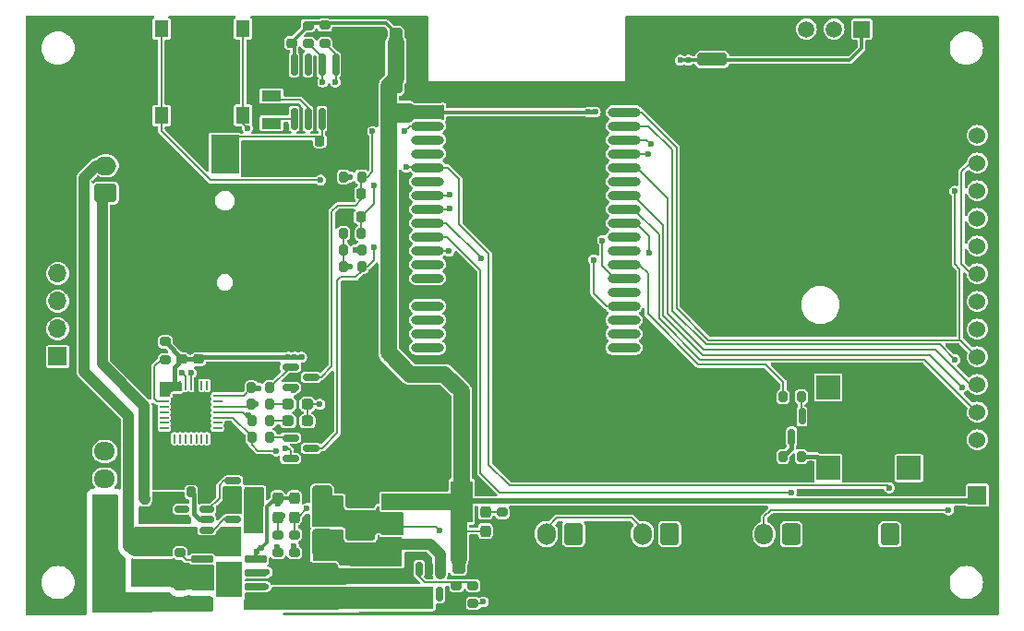
<source format=gbr>
G04 #@! TF.GenerationSoftware,KiCad,Pcbnew,8.0.0-8.0.0-1~ubuntu22.04.1*
G04 #@! TF.CreationDate,2024-03-02T20:24:03+07:00*
G04 #@! TF.ProjectId,kh-gift-hw,6b682d67-6966-4742-9d68-772e6b696361,rev?*
G04 #@! TF.SameCoordinates,Original*
G04 #@! TF.FileFunction,Copper,L1,Top*
G04 #@! TF.FilePolarity,Positive*
%FSLAX46Y46*%
G04 Gerber Fmt 4.6, Leading zero omitted, Abs format (unit mm)*
G04 Created by KiCad (PCBNEW 8.0.0-8.0.0-1~ubuntu22.04.1) date 2024-03-02 20:24:03*
%MOMM*%
%LPD*%
G01*
G04 APERTURE LIST*
G04 Aperture macros list*
%AMRoundRect*
0 Rectangle with rounded corners*
0 $1 Rounding radius*
0 $2 $3 $4 $5 $6 $7 $8 $9 X,Y pos of 4 corners*
0 Add a 4 corners polygon primitive as box body*
4,1,4,$2,$3,$4,$5,$6,$7,$8,$9,$2,$3,0*
0 Add four circle primitives for the rounded corners*
1,1,$1+$1,$2,$3*
1,1,$1+$1,$4,$5*
1,1,$1+$1,$6,$7*
1,1,$1+$1,$8,$9*
0 Add four rect primitives between the rounded corners*
20,1,$1+$1,$2,$3,$4,$5,0*
20,1,$1+$1,$4,$5,$6,$7,0*
20,1,$1+$1,$6,$7,$8,$9,0*
20,1,$1+$1,$8,$9,$2,$3,0*%
G04 Aperture macros list end*
G04 #@! TA.AperFunction,SMDPad,CuDef*
%ADD10RoundRect,0.150000X0.150000X-0.825000X0.150000X0.825000X-0.150000X0.825000X-0.150000X-0.825000X0*%
G04 #@! TD*
G04 #@! TA.AperFunction,SMDPad,CuDef*
%ADD11RoundRect,0.062500X-0.062500X0.337500X-0.062500X-0.337500X0.062500X-0.337500X0.062500X0.337500X0*%
G04 #@! TD*
G04 #@! TA.AperFunction,SMDPad,CuDef*
%ADD12RoundRect,0.062500X-0.337500X0.062500X-0.337500X-0.062500X0.337500X-0.062500X0.337500X0.062500X0*%
G04 #@! TD*
G04 #@! TA.AperFunction,SMDPad,CuDef*
%ADD13R,3.350000X3.350000*%
G04 #@! TD*
G04 #@! TA.AperFunction,SMDPad,CuDef*
%ADD14RoundRect,0.200000X-0.200000X-0.275000X0.200000X-0.275000X0.200000X0.275000X-0.200000X0.275000X0*%
G04 #@! TD*
G04 #@! TA.AperFunction,SMDPad,CuDef*
%ADD15RoundRect,0.150000X-0.587500X-0.150000X0.587500X-0.150000X0.587500X0.150000X-0.587500X0.150000X0*%
G04 #@! TD*
G04 #@! TA.AperFunction,ComponentPad*
%ADD16RoundRect,0.250000X0.600000X0.750000X-0.600000X0.750000X-0.600000X-0.750000X0.600000X-0.750000X0*%
G04 #@! TD*
G04 #@! TA.AperFunction,ComponentPad*
%ADD17O,1.700000X2.000000*%
G04 #@! TD*
G04 #@! TA.AperFunction,SMDPad,CuDef*
%ADD18RoundRect,0.150000X-0.150000X0.512500X-0.150000X-0.512500X0.150000X-0.512500X0.150000X0.512500X0*%
G04 #@! TD*
G04 #@! TA.AperFunction,SMDPad,CuDef*
%ADD19RoundRect,0.225000X0.250000X-0.225000X0.250000X0.225000X-0.250000X0.225000X-0.250000X-0.225000X0*%
G04 #@! TD*
G04 #@! TA.AperFunction,SMDPad,CuDef*
%ADD20RoundRect,0.200000X0.275000X-0.200000X0.275000X0.200000X-0.275000X0.200000X-0.275000X-0.200000X0*%
G04 #@! TD*
G04 #@! TA.AperFunction,SMDPad,CuDef*
%ADD21RoundRect,0.250000X-0.650000X1.000000X-0.650000X-1.000000X0.650000X-1.000000X0.650000X1.000000X0*%
G04 #@! TD*
G04 #@! TA.AperFunction,SMDPad,CuDef*
%ADD22RoundRect,0.200000X-0.275000X0.200000X-0.275000X-0.200000X0.275000X-0.200000X0.275000X0.200000X0*%
G04 #@! TD*
G04 #@! TA.AperFunction,SMDPad,CuDef*
%ADD23R,1.300000X1.550000*%
G04 #@! TD*
G04 #@! TA.AperFunction,SMDPad,CuDef*
%ADD24RoundRect,0.225000X0.225000X0.250000X-0.225000X0.250000X-0.225000X-0.250000X0.225000X-0.250000X0*%
G04 #@! TD*
G04 #@! TA.AperFunction,SMDPad,CuDef*
%ADD25RoundRect,0.237500X0.237500X-0.287500X0.237500X0.287500X-0.237500X0.287500X-0.237500X-0.287500X0*%
G04 #@! TD*
G04 #@! TA.AperFunction,SMDPad,CuDef*
%ADD26RoundRect,0.200000X0.200000X0.275000X-0.200000X0.275000X-0.200000X-0.275000X0.200000X-0.275000X0*%
G04 #@! TD*
G04 #@! TA.AperFunction,SMDPad,CuDef*
%ADD27RoundRect,0.250000X1.100000X-0.325000X1.100000X0.325000X-1.100000X0.325000X-1.100000X-0.325000X0*%
G04 #@! TD*
G04 #@! TA.AperFunction,SMDPad,CuDef*
%ADD28R,2.600000X3.540000*%
G04 #@! TD*
G04 #@! TA.AperFunction,SMDPad,CuDef*
%ADD29R,2.600000X3.660000*%
G04 #@! TD*
G04 #@! TA.AperFunction,SMDPad,CuDef*
%ADD30R,2.000000X1.500000*%
G04 #@! TD*
G04 #@! TA.AperFunction,SMDPad,CuDef*
%ADD31R,2.000000X3.800000*%
G04 #@! TD*
G04 #@! TA.AperFunction,SMDPad,CuDef*
%ADD32RoundRect,0.250000X0.325000X1.100000X-0.325000X1.100000X-0.325000X-1.100000X0.325000X-1.100000X0*%
G04 #@! TD*
G04 #@! TA.AperFunction,SMDPad,CuDef*
%ADD33RoundRect,0.250000X-1.100000X0.325000X-1.100000X-0.325000X1.100000X-0.325000X1.100000X0.325000X0*%
G04 #@! TD*
G04 #@! TA.AperFunction,ComponentPad*
%ADD34R,1.700000X1.700000*%
G04 #@! TD*
G04 #@! TA.AperFunction,ComponentPad*
%ADD35C,1.524000*%
G04 #@! TD*
G04 #@! TA.AperFunction,ComponentPad*
%ADD36O,1.700000X1.700000*%
G04 #@! TD*
G04 #@! TA.AperFunction,ComponentPad*
%ADD37RoundRect,0.250000X0.750000X-0.600000X0.750000X0.600000X-0.750000X0.600000X-0.750000X-0.600000X0*%
G04 #@! TD*
G04 #@! TA.AperFunction,ComponentPad*
%ADD38O,2.000000X1.700000*%
G04 #@! TD*
G04 #@! TA.AperFunction,SMDPad,CuDef*
%ADD39RoundRect,0.042000X-0.943000X-0.258000X0.943000X-0.258000X0.943000X0.258000X-0.943000X0.258000X0*%
G04 #@! TD*
G04 #@! TA.AperFunction,SMDPad,CuDef*
%ADD40R,2.413000X3.302000*%
G04 #@! TD*
G04 #@! TA.AperFunction,SMDPad,CuDef*
%ADD41RoundRect,0.237500X0.287500X0.237500X-0.287500X0.237500X-0.287500X-0.237500X0.287500X-0.237500X0*%
G04 #@! TD*
G04 #@! TA.AperFunction,SMDPad,CuDef*
%ADD42O,3.000000X0.900000*%
G04 #@! TD*
G04 #@! TA.AperFunction,ComponentPad*
%ADD43C,0.800000*%
G04 #@! TD*
G04 #@! TA.AperFunction,SMDPad,CuDef*
%ADD44R,5.000000X5.000000*%
G04 #@! TD*
G04 #@! TA.AperFunction,ComponentPad*
%ADD45R,1.500000X1.500000*%
G04 #@! TD*
G04 #@! TA.AperFunction,ComponentPad*
%ADD46C,1.500000*%
G04 #@! TD*
G04 #@! TA.AperFunction,ComponentPad*
%ADD47RoundRect,0.250000X0.600000X0.725000X-0.600000X0.725000X-0.600000X-0.725000X0.600000X-0.725000X0*%
G04 #@! TD*
G04 #@! TA.AperFunction,ComponentPad*
%ADD48O,1.700000X1.950000*%
G04 #@! TD*
G04 #@! TA.AperFunction,SMDPad,CuDef*
%ADD49RoundRect,0.150000X-0.150000X0.587500X-0.150000X-0.587500X0.150000X-0.587500X0.150000X0.587500X0*%
G04 #@! TD*
G04 #@! TA.AperFunction,SMDPad,CuDef*
%ADD50RoundRect,0.250000X-0.325000X-1.100000X0.325000X-1.100000X0.325000X1.100000X-0.325000X1.100000X0*%
G04 #@! TD*
G04 #@! TA.AperFunction,SMDPad,CuDef*
%ADD51R,2.195000X2.195000*%
G04 #@! TD*
G04 #@! TA.AperFunction,SMDPad,CuDef*
%ADD52RoundRect,0.225000X-0.225000X-0.250000X0.225000X-0.250000X0.225000X0.250000X-0.225000X0.250000X0*%
G04 #@! TD*
G04 #@! TA.AperFunction,ComponentPad*
%ADD53RoundRect,0.250000X0.725000X-0.600000X0.725000X0.600000X-0.725000X0.600000X-0.725000X-0.600000X0*%
G04 #@! TD*
G04 #@! TA.AperFunction,ComponentPad*
%ADD54O,1.950000X1.700000*%
G04 #@! TD*
G04 #@! TA.AperFunction,SMDPad,CuDef*
%ADD55R,1.800000X1.000000*%
G04 #@! TD*
G04 #@! TA.AperFunction,SMDPad,CuDef*
%ADD56R,4.700000X1.180000*%
G04 #@! TD*
G04 #@! TA.AperFunction,SMDPad,CuDef*
%ADD57RoundRect,0.150000X0.512500X0.150000X-0.512500X0.150000X-0.512500X-0.150000X0.512500X-0.150000X0*%
G04 #@! TD*
G04 #@! TA.AperFunction,SMDPad,CuDef*
%ADD58RoundRect,0.237500X-0.237500X0.287500X-0.237500X-0.287500X0.237500X-0.287500X0.237500X0.287500X0*%
G04 #@! TD*
G04 #@! TA.AperFunction,ViaPad*
%ADD59C,0.600000*%
G04 #@! TD*
G04 #@! TA.AperFunction,Conductor*
%ADD60C,1.000000*%
G04 #@! TD*
G04 #@! TA.AperFunction,Conductor*
%ADD61C,0.300000*%
G04 #@! TD*
G04 #@! TA.AperFunction,Conductor*
%ADD62C,1.500000*%
G04 #@! TD*
G04 #@! TA.AperFunction,Conductor*
%ADD63C,0.200000*%
G04 #@! TD*
G04 #@! TA.AperFunction,Conductor*
%ADD64C,0.500000*%
G04 #@! TD*
G04 #@! TA.AperFunction,Conductor*
%ADD65C,0.400000*%
G04 #@! TD*
G04 APERTURE END LIST*
D10*
X57142000Y-101972500D03*
X58412000Y-101972500D03*
X59682000Y-101972500D03*
X60952000Y-101972500D03*
X60952000Y-97022500D03*
X59682000Y-97022500D03*
X58412000Y-97022500D03*
X57142000Y-97022500D03*
D11*
X49171200Y-126446700D03*
X48671200Y-126446700D03*
X48171200Y-126446700D03*
X47671200Y-126446700D03*
X47171200Y-126446700D03*
X46671200Y-126446700D03*
X46171200Y-126446700D03*
D12*
X45221200Y-127396700D03*
X45221200Y-127896700D03*
X45221200Y-128396700D03*
X45221200Y-128896700D03*
X45221200Y-129396700D03*
X45221200Y-129896700D03*
X45221200Y-130396700D03*
D11*
X46171200Y-131346700D03*
X46671200Y-131346700D03*
X47171200Y-131346700D03*
X47671200Y-131346700D03*
X48171200Y-131346700D03*
X48671200Y-131346700D03*
X49171200Y-131346700D03*
D12*
X50121200Y-130396700D03*
X50121200Y-129896700D03*
X50121200Y-129396700D03*
X50121200Y-128896700D03*
X50121200Y-128396700D03*
X50121200Y-127896700D03*
X50121200Y-127396700D03*
D13*
X47671200Y-128896700D03*
D14*
X53261200Y-129676700D03*
X54911200Y-129676700D03*
D15*
X51542000Y-135222500D03*
X51542000Y-137122500D03*
X53417000Y-136172500D03*
D16*
X111767000Y-140125000D03*
D17*
X109267000Y-140125000D03*
D18*
X70492000Y-143310000D03*
X69542000Y-143310000D03*
X68592000Y-143310000D03*
X68592000Y-145585000D03*
X69542000Y-145585000D03*
X70492000Y-145585000D03*
D15*
X56807000Y-124752700D03*
X56807000Y-126652700D03*
X58682000Y-125702700D03*
D19*
X46871200Y-124041700D03*
X46871200Y-122491700D03*
D14*
X53236200Y-126666700D03*
X54886200Y-126666700D03*
D20*
X73567000Y-146472500D03*
X73567000Y-144822500D03*
D21*
X59717000Y-136897500D03*
X59717000Y-140897500D03*
D14*
X53286200Y-131226700D03*
X54936200Y-131226700D03*
D22*
X57192000Y-140147500D03*
X57192000Y-141797500D03*
X59947000Y-93397500D03*
X59947000Y-95047500D03*
D23*
X44987000Y-93732500D03*
X44987000Y-101682500D03*
X40487000Y-93732500D03*
X40487000Y-101682500D03*
D19*
X46677000Y-146412500D03*
X46677000Y-144862500D03*
D22*
X58422000Y-93422500D03*
X58422000Y-95072500D03*
D24*
X63299800Y-108833900D03*
X61749800Y-108833900D03*
D25*
X55651800Y-138547500D03*
X55651800Y-136797500D03*
D26*
X45123000Y-136869500D03*
X43473000Y-136869500D03*
D27*
X56542000Y-146272500D03*
X56542000Y-143322500D03*
D24*
X63267000Y-110977500D03*
X61717000Y-110977500D03*
D28*
X50797000Y-105257500D03*
D29*
X50797000Y-121057500D03*
D30*
X66192000Y-134822500D03*
X66192000Y-137122500D03*
D31*
X72492000Y-137122500D03*
D30*
X66192000Y-139422500D03*
D32*
X66474000Y-98312300D03*
X63524000Y-98312300D03*
D27*
X44312000Y-146522500D03*
X44312000Y-143572500D03*
D14*
X61684800Y-107303900D03*
X63334800Y-107303900D03*
D15*
X56809500Y-131262700D03*
X56809500Y-133162700D03*
X58684500Y-132212700D03*
D33*
X44242000Y-138597500D03*
X44242000Y-141547500D03*
D22*
X45321200Y-122446700D03*
X45321200Y-124096700D03*
D34*
X119787000Y-136527500D03*
D35*
X119787000Y-133987500D03*
X119787000Y-131447500D03*
X119787000Y-128907500D03*
X119787000Y-126367500D03*
X119787000Y-123827500D03*
X119787000Y-121287500D03*
X119787000Y-118747500D03*
X119787000Y-116207500D03*
X119787000Y-113667500D03*
X119787000Y-111127500D03*
X119787000Y-108587500D03*
X119787000Y-106047500D03*
X119787000Y-103507500D03*
D34*
X35467000Y-123797500D03*
D36*
X35467000Y-121257500D03*
X35467000Y-118717500D03*
X35467000Y-116177500D03*
D37*
X39869500Y-108787500D03*
D38*
X39869500Y-106287500D03*
D26*
X103644000Y-127510500D03*
X101994000Y-127510500D03*
D16*
X91592000Y-140087500D03*
D17*
X89092000Y-140087500D03*
D39*
X48717000Y-142387500D03*
X48717000Y-143657500D03*
X48717000Y-144927500D03*
X48717000Y-146197500D03*
X53667000Y-146197500D03*
X53667000Y-144927500D03*
X53667000Y-143657500D03*
X53667000Y-142387500D03*
D40*
X51192000Y-144292500D03*
D19*
X48371200Y-124041700D03*
X48371200Y-122491700D03*
D15*
X51542000Y-138722500D03*
X51542000Y-140622500D03*
X53417000Y-139672500D03*
D41*
X58364500Y-129722700D03*
X56614500Y-129722700D03*
D19*
X56897000Y-95022500D03*
X56897000Y-93472500D03*
D22*
X72042000Y-144822500D03*
X72042000Y-146472500D03*
D14*
X47717000Y-136249500D03*
X49367000Y-136249500D03*
D42*
X69392000Y-100097500D03*
X69392000Y-101367500D03*
X69392000Y-102637500D03*
X69392000Y-103907500D03*
X69392000Y-105177500D03*
X69392000Y-106447500D03*
X69392000Y-107717500D03*
X69392000Y-108987500D03*
X69392000Y-110257500D03*
X69392000Y-111527500D03*
X69392000Y-112797500D03*
X69392000Y-114067500D03*
X69392000Y-115337500D03*
X69392000Y-116607500D03*
X69392000Y-117907500D03*
X69392000Y-119177500D03*
X69392000Y-120447500D03*
X69392000Y-121717500D03*
X69392000Y-122987500D03*
X87392000Y-122987500D03*
X87392000Y-121717500D03*
X87392000Y-120447500D03*
X87392000Y-119177500D03*
X87392000Y-117907500D03*
X87422000Y-116607500D03*
X87422000Y-115337500D03*
X87422000Y-114067500D03*
X87422000Y-112797500D03*
X87422000Y-111527500D03*
X87422000Y-110257500D03*
X87422000Y-108987500D03*
X87422000Y-107717500D03*
X87422000Y-106447500D03*
X87422000Y-105177500D03*
X87422000Y-103907500D03*
X87422000Y-102637500D03*
X87422000Y-101367500D03*
X87422000Y-100097500D03*
D43*
X75992000Y-105007500D03*
X75992000Y-106007500D03*
X75992000Y-107007500D03*
X75992000Y-108007500D03*
X75992000Y-109007500D03*
X76992000Y-105007500D03*
X76992000Y-106007500D03*
X76992000Y-107007500D03*
X76992000Y-108007500D03*
X76992000Y-109007500D03*
D44*
X77982000Y-107027500D03*
D43*
X77992000Y-105007500D03*
X77992000Y-106007500D03*
X77992000Y-107007500D03*
X77992000Y-108007500D03*
X77992000Y-109007500D03*
X78992000Y-105007500D03*
X78992000Y-106007500D03*
X78992000Y-107007500D03*
X78992000Y-108007500D03*
X78992000Y-109007500D03*
X79992000Y-105007500D03*
X79992000Y-106007500D03*
X79992000Y-107007500D03*
X79992000Y-108007500D03*
X79992000Y-109007500D03*
D45*
X109195000Y-93748800D03*
D46*
X106655000Y-93748800D03*
X104115000Y-93748800D03*
X101575000Y-93748800D03*
D47*
X102737000Y-140115000D03*
D48*
X100237000Y-140115000D03*
X97737000Y-140115000D03*
D14*
X101994000Y-132970500D03*
X103644000Y-132970500D03*
D25*
X57175800Y-138547500D03*
X57175800Y-136797500D03*
D32*
X66474000Y-95010300D03*
X63524000Y-95010300D03*
D23*
X52467000Y-93712500D03*
X52467000Y-101662500D03*
X47967000Y-93712500D03*
X47967000Y-101662500D03*
D27*
X63217000Y-140097500D03*
X63217000Y-137147500D03*
D22*
X76227000Y-138112500D03*
X76227000Y-139762500D03*
D27*
X95479000Y-96536100D03*
X95479000Y-93586100D03*
D14*
X61684800Y-114009500D03*
X63334800Y-114009500D03*
D22*
X55667000Y-140147500D03*
X55667000Y-141797500D03*
D49*
X103714000Y-129295500D03*
X101814000Y-129295500D03*
X102764000Y-131170500D03*
D50*
X72217000Y-142397500D03*
X75167000Y-142397500D03*
D51*
X106124000Y-126630500D03*
X106124000Y-134030500D03*
X113524000Y-134030500D03*
D27*
X59767000Y-146272500D03*
X59767000Y-143322500D03*
D52*
X59499600Y-104001900D03*
X61049600Y-104001900D03*
D22*
X46677000Y-141832500D03*
X46677000Y-143482500D03*
D14*
X61672000Y-112487500D03*
X63322000Y-112487500D03*
D41*
X58367000Y-128182700D03*
X56617000Y-128182700D03*
D53*
X39779500Y-137517500D03*
D54*
X39779500Y-135017500D03*
X39779500Y-132517500D03*
X39779500Y-130017500D03*
D26*
X63334800Y-115533500D03*
X61684800Y-115533500D03*
D55*
X55065000Y-102387500D03*
X55065000Y-99887500D03*
D14*
X53241200Y-128176700D03*
X54891200Y-128176700D03*
D16*
X82767000Y-140087500D03*
D17*
X80267000Y-140087500D03*
D56*
X64667000Y-145757500D03*
X64667000Y-142447500D03*
D57*
X49142000Y-139724500D03*
X49142000Y-138774500D03*
X49142000Y-137824500D03*
X46867000Y-137824500D03*
X46867000Y-138774500D03*
X46867000Y-139724500D03*
D58*
X74677000Y-138057500D03*
X74677000Y-139807500D03*
D59*
X60935000Y-144083100D03*
X47092000Y-112612500D03*
X48743000Y-120461100D03*
X47676200Y-127928700D03*
X34392000Y-131662500D03*
X82652000Y-130392500D03*
X47727000Y-134202500D03*
X112497000Y-107532500D03*
X45339400Y-144438700D03*
X44425000Y-143575100D03*
X71603000Y-99734700D03*
X64872000Y-132297500D03*
X62408200Y-94959500D03*
X62408200Y-94299100D03*
X34392000Y-135472500D03*
X99162000Y-105627500D03*
X71552200Y-118378300D03*
X101067000Y-105627500D03*
X48362000Y-96102500D03*
X72060200Y-145861100D03*
X39294200Y-93181500D03*
X48692200Y-127928700D03*
X36297000Y-101817500D03*
X50267000Y-125312500D03*
X100736800Y-129732100D03*
X99390600Y-94146700D03*
X62967000Y-143727500D03*
X71552200Y-117565500D03*
X45187000Y-114517500D03*
X62154200Y-104713100D03*
X48743000Y-121324700D03*
X63271800Y-135802700D03*
X86462000Y-126582500D03*
X86462000Y-130392500D03*
X57887000Y-116422500D03*
X49657400Y-134380300D03*
X72212600Y-100395100D03*
X48844600Y-135193100D03*
X64287800Y-134786700D03*
X47092000Y-116422500D03*
X87097000Y-143727500D03*
X51029000Y-136310700D03*
X46660200Y-102071500D03*
X78207000Y-117692500D03*
X57887000Y-118327500D03*
X46660200Y-101157100D03*
X69520200Y-143778300D03*
X102972000Y-103722500D03*
X64872000Y-143727500D03*
X47092000Y-114517500D03*
X100736800Y-128766900D03*
X60782600Y-108929500D03*
X88824200Y-98871100D03*
X82652000Y-126582500D03*
X101067000Y-107532500D03*
X44425000Y-144438700D03*
X45187000Y-112612500D03*
X55804200Y-93892700D03*
X62255800Y-110605900D03*
X99162000Y-103722500D03*
X34392000Y-103722500D03*
X101067000Y-103722500D03*
X73127000Y-122137500D03*
X46609400Y-129960700D03*
X111354000Y-131535500D03*
X61951000Y-98566300D03*
X61951000Y-97905900D03*
X47727000Y-132932500D03*
X50267000Y-126582500D03*
X51537000Y-126582500D03*
X61798600Y-94959500D03*
X46609400Y-128893900D03*
X47828600Y-121324700D03*
X71857000Y-123407500D03*
X51537000Y-125312500D03*
X56617000Y-144133900D03*
X36297000Y-103722500D03*
X56617000Y-106262500D03*
X46457000Y-134202500D03*
X69520200Y-143117900D03*
X55347000Y-96737500D03*
X112497000Y-103722500D03*
X89637000Y-143727500D03*
X51841800Y-137834700D03*
X48692200Y-128893900D03*
X42697800Y-143575100D03*
X55347000Y-104992500D03*
X55347000Y-106262500D03*
X108687000Y-105627500D03*
X55982000Y-116422500D03*
X102972000Y-105627500D03*
X43561400Y-143575100D03*
X108687000Y-103722500D03*
X87097000Y-145632500D03*
X72212600Y-99734700D03*
X72314200Y-117565500D03*
X43561400Y-144438700D03*
X48692200Y-129960700D03*
X82652000Y-128487500D03*
X39294200Y-101157100D03*
X76378200Y-141543100D03*
X89637000Y-145632500D03*
X51791000Y-136310700D03*
X50267000Y-96102500D03*
X66777000Y-130392500D03*
X86462000Y-128487500D03*
X63271800Y-134786700D03*
X49657400Y-135193100D03*
X34392000Y-133567500D03*
X61900200Y-102274700D03*
X110592000Y-107532500D03*
X62967000Y-121502500D03*
X50267000Y-98007500D03*
X84557000Y-128487500D03*
X62154200Y-103798700D03*
X61392200Y-111317100D03*
X55982000Y-118327500D03*
X59055400Y-144083100D03*
X61798600Y-94299100D03*
X109449000Y-131535500D03*
X92177000Y-145632500D03*
X45187000Y-116422500D03*
X50978200Y-137783900D03*
X88214600Y-98210700D03*
X57887000Y-120232500D03*
X34392000Y-101817500D03*
X39294200Y-94248300D03*
X62560600Y-98566300D03*
X46761800Y-94248300D03*
X71603000Y-100395100D03*
X88824200Y-98210700D03*
X110592000Y-105627500D03*
X48362000Y-98007500D03*
X55753400Y-93130700D03*
X48997000Y-114517500D03*
X66777000Y-132297500D03*
X42697800Y-144387900D03*
X88214600Y-98871100D03*
X36297000Y-133567500D03*
X99162000Y-107532500D03*
X84557000Y-130392500D03*
X46761800Y-93232300D03*
X36297000Y-131662500D03*
X92177000Y-143727500D03*
X39294200Y-102173100D03*
X46609400Y-127928700D03*
X72314200Y-118429100D03*
X71196600Y-146775500D03*
X110592000Y-103722500D03*
X61900200Y-101563500D03*
X47625400Y-129960700D03*
X47828600Y-120461100D03*
X36297000Y-135472500D03*
X47671200Y-128896700D03*
X48997000Y-116422500D03*
X64872000Y-130392500D03*
X59969800Y-144083100D03*
X57480600Y-144083100D03*
X108687000Y-107532500D03*
X54077000Y-96737500D03*
X62967000Y-119597500D03*
X111354000Y-129630500D03*
X76378200Y-142508300D03*
X80112000Y-117692500D03*
X48997000Y-112612500D03*
X78207000Y-119597500D03*
X99390600Y-93232300D03*
X46457000Y-132932500D03*
X64287800Y-135802700D03*
X62560600Y-97905900D03*
X56617000Y-104992500D03*
X55982000Y-120232500D03*
X76378200Y-143575100D03*
X73127000Y-123407500D03*
X112497000Y-105627500D03*
X102972000Y-107532500D03*
X45339400Y-143575100D03*
X84557000Y-126582500D03*
X80112000Y-119597500D03*
X109449000Y-129630500D03*
X71857000Y-122137500D03*
X43409000Y-135193100D03*
X67640600Y-145962700D03*
X43409000Y-135802700D03*
X67640600Y-146572300D03*
X67640600Y-145353100D03*
X43409000Y-136361500D03*
X84150600Y-101360300D03*
X66116600Y-124321900D03*
X62306600Y-115533500D03*
X66573800Y-124779100D03*
X92558000Y-96610500D03*
X57226600Y-123864700D03*
X65354600Y-116031900D03*
X65354600Y-107253100D03*
X93320000Y-96610500D03*
X65659400Y-123915500D03*
X84760200Y-101360300D03*
X72060200Y-128182700D03*
X56617000Y-123864700D03*
X62255800Y-107303900D03*
X57836200Y-123864700D03*
X59512600Y-128182700D03*
X59563400Y-107608700D03*
X64491000Y-108116700D03*
X111735000Y-135853500D03*
X67437400Y-106440300D03*
X52857800Y-102833500D03*
X64338600Y-103138300D03*
X67285000Y-103138300D03*
X64440200Y-113745900D03*
X85420600Y-113145900D03*
X102743400Y-136250300D03*
X74285800Y-114745900D03*
X118389800Y-126607900D03*
X117739000Y-108624700D03*
X117739896Y-124093466D03*
X55702600Y-137326700D03*
X54178600Y-141339900D03*
X53721400Y-141695500D03*
X48590600Y-146775500D03*
X47981000Y-146775500D03*
X71349000Y-114145900D03*
X62763800Y-114009500D03*
X71399800Y-110250300D03*
X60935000Y-98617100D03*
X59766600Y-98617100D03*
X71399800Y-108929500D03*
X70485400Y-139787500D03*
X74498600Y-146318300D03*
X46871200Y-125312500D03*
X47727000Y-125312500D03*
X117170600Y-137885500D03*
X84607800Y-114923900D03*
X89687800Y-114273100D03*
X55499400Y-132449900D03*
X57074200Y-126861900D03*
X56363000Y-132195900D03*
X53924600Y-126709500D03*
X52959400Y-129147900D03*
X89840200Y-104306700D03*
X89637000Y-105177500D03*
X53619800Y-128182700D03*
X57125000Y-141187500D03*
X54553400Y-144927500D03*
X54686600Y-143575100D03*
X55601000Y-141289100D03*
X58317000Y-137742008D03*
X56058200Y-138444300D03*
D60*
X43409000Y-128335100D02*
X43409000Y-135193100D01*
X39548200Y-124474300D02*
X43409000Y-128335100D01*
X43409000Y-136805500D02*
X43473000Y-136869500D01*
X43409000Y-135193100D02*
X43409000Y-135802700D01*
X39548200Y-109108800D02*
X39548200Y-124474300D01*
X43409000Y-135802700D02*
X43409000Y-136805500D01*
X39869500Y-108787500D02*
X39548200Y-109108800D01*
D61*
X58422000Y-93422500D02*
X58612200Y-93232300D01*
D62*
X72217000Y-142397500D02*
X72217000Y-137397500D01*
X72492000Y-137122500D02*
X66192000Y-137122500D01*
D61*
X109195000Y-95467500D02*
X109195000Y-93748800D01*
D63*
X61672000Y-115557500D02*
X61712000Y-115597500D01*
D64*
X119250600Y-137063900D02*
X72550600Y-137063900D01*
D61*
X92558000Y-96610500D02*
X108052000Y-96610500D01*
D63*
X66474000Y-94097700D02*
X66474000Y-95010300D01*
X58422000Y-93422500D02*
X58422000Y-93497500D01*
X61672000Y-112487500D02*
X61672000Y-115557500D01*
D65*
X46171200Y-124741700D02*
X46871200Y-124041700D01*
D61*
X60112200Y-93232300D02*
X60163000Y-93181500D01*
D63*
X58367000Y-128182700D02*
X58367000Y-129720200D01*
D62*
X65811800Y-98974500D02*
X66474000Y-98312300D01*
X65811800Y-107964300D02*
X65811800Y-98974500D01*
D61*
X60163000Y-93181500D02*
X65557800Y-93181500D01*
X84753000Y-101367500D02*
X84760200Y-101360300D01*
D64*
X119787000Y-136527500D02*
X119250600Y-137063900D01*
D62*
X72492000Y-128843100D02*
X72492000Y-126988900D01*
D63*
X59922000Y-93422500D02*
X59947000Y-93397500D01*
X59947000Y-93397500D02*
X60112200Y-93232300D01*
D62*
X65811800Y-116346300D02*
X65811800Y-107964300D01*
D61*
X56897000Y-95022500D02*
X56897000Y-94947500D01*
D62*
X72492000Y-126988900D02*
X70942600Y-125439500D01*
D61*
X56897000Y-94947500D02*
X58422000Y-93422500D01*
X57142000Y-97022500D02*
X57142000Y-95267500D01*
D65*
X46871200Y-123996700D02*
X45321200Y-122446700D01*
X57226600Y-123864700D02*
X56617000Y-123864700D01*
D61*
X108052000Y-96610500D02*
X109195000Y-95467500D01*
X57142000Y-95267500D02*
X56897000Y-95022500D01*
D65*
X46871200Y-124041700D02*
X46871200Y-123996700D01*
D62*
X72492000Y-137122500D02*
X72492000Y-128843100D01*
D63*
X74677000Y-139807500D02*
X72492000Y-139807500D01*
D65*
X46871200Y-124041700D02*
X48371200Y-124041700D01*
D62*
X66474000Y-98312300D02*
X66474000Y-95010300D01*
D65*
X56617000Y-123864700D02*
X48548200Y-123864700D01*
D63*
X61684800Y-107303900D02*
X62255800Y-107303900D01*
D61*
X59731800Y-93232300D02*
X59922000Y-93422500D01*
D63*
X58367000Y-129720200D02*
X58364500Y-129722700D01*
X58367000Y-128182700D02*
X59512600Y-128182700D01*
D65*
X57836200Y-123864700D02*
X57226600Y-123864700D01*
D63*
X61684800Y-115533500D02*
X62306600Y-115533500D01*
D61*
X84760200Y-101360300D02*
X84150600Y-101360300D01*
D65*
X48548200Y-123864700D02*
X48371200Y-124041700D01*
D61*
X58612200Y-93232300D02*
X59731800Y-93232300D01*
D62*
X70942600Y-125439500D02*
X67793000Y-125439500D01*
X67793000Y-125439500D02*
X65811800Y-123458300D01*
X65811800Y-123458300D02*
X65811800Y-116346300D01*
D61*
X69392000Y-101367500D02*
X84753000Y-101367500D01*
D65*
X46171200Y-126446700D02*
X46171200Y-124741700D01*
D61*
X65557800Y-93181500D02*
X66474000Y-94097700D01*
D63*
X76937000Y-135650300D02*
X111531800Y-135650300D01*
X63322000Y-111032500D02*
X63267000Y-110977500D01*
X44987000Y-101682500D02*
X44987000Y-103117500D01*
X63267000Y-110977500D02*
X64491000Y-109753500D01*
X69384800Y-106440300D02*
X69392000Y-106447500D01*
X44987000Y-103117500D02*
X49478200Y-107608700D01*
X111531800Y-135650300D02*
X111735000Y-135853500D01*
X64491000Y-109753500D02*
X64491000Y-108116700D01*
X75006600Y-114365100D02*
X75006600Y-133719900D01*
X44987000Y-93732500D02*
X44987000Y-101682500D01*
X75006600Y-133719900D02*
X76937000Y-135650300D01*
X71203800Y-106447500D02*
X72263400Y-107507100D01*
X49478200Y-107608700D02*
X59563400Y-107608700D01*
X67437400Y-106440300D02*
X69384800Y-106440300D01*
X69392000Y-106447500D02*
X71203800Y-106447500D01*
X63322000Y-112487500D02*
X63322000Y-111032500D01*
X72263400Y-107507100D02*
X72263400Y-111621900D01*
X72263400Y-111621900D02*
X75006600Y-114365100D01*
X59605000Y-125702700D02*
X60579400Y-124728300D01*
X52467000Y-101662500D02*
X52467000Y-102442700D01*
X52467000Y-93712500D02*
X52467000Y-101662500D01*
X61138200Y-109945500D02*
X62763800Y-109945500D01*
X69392000Y-102637500D02*
X67785800Y-102637500D01*
X63302000Y-108831700D02*
X63299800Y-108833900D01*
X63299800Y-107338900D02*
X63334800Y-107303900D01*
X62763800Y-109945500D02*
X63299800Y-109409500D01*
X63299800Y-109409500D02*
X63299800Y-108833900D01*
X67785800Y-102637500D02*
X67285000Y-103138300D01*
X64338600Y-106846700D02*
X64338600Y-103138300D01*
X63299800Y-108833900D02*
X63299800Y-107338900D01*
X52467000Y-102442700D02*
X52857800Y-102833500D01*
X60579400Y-124728300D02*
X60579400Y-110504300D01*
X63881400Y-107303900D02*
X64338600Y-106846700D01*
X58682000Y-125702700D02*
X59605000Y-125702700D01*
X63334800Y-107303900D02*
X63881400Y-107303900D01*
X60579400Y-110504300D02*
X61138200Y-109945500D01*
D60*
X38989800Y-106287500D02*
X37871800Y-107405500D01*
X39869500Y-106287500D02*
X38989800Y-106287500D01*
X41986600Y-129300300D02*
X41986600Y-141187500D01*
X37871800Y-107405500D02*
X37871800Y-125185500D01*
X37871800Y-125185500D02*
X41986600Y-129300300D01*
X41986600Y-141187500D02*
X42346600Y-141547500D01*
X42346600Y-141547500D02*
X44242000Y-141547500D01*
D63*
X63334800Y-115533500D02*
X63881400Y-115533500D01*
X62814600Y-116498700D02*
X63334800Y-115978500D01*
X61392200Y-116498700D02*
X62814600Y-116498700D01*
X63334800Y-115978500D02*
X63334800Y-115533500D01*
X58684500Y-132212700D02*
X59699000Y-132212700D01*
X85420600Y-115446760D02*
X86581340Y-116607500D01*
X63881400Y-115533500D02*
X64440200Y-114974700D01*
X64440200Y-114974700D02*
X64440200Y-113745900D01*
X61087400Y-116803500D02*
X61392200Y-116498700D01*
X86581340Y-116607500D02*
X87422000Y-116607500D01*
X59699000Y-132212700D02*
X61087400Y-130824300D01*
X85420600Y-113145900D02*
X85420600Y-115446760D01*
X61087400Y-130824300D02*
X61087400Y-116803500D01*
X59682000Y-103730900D02*
X59682000Y-101972500D01*
X50797000Y-103646300D02*
X59597400Y-103646300D01*
X50797000Y-105257500D02*
X50797000Y-103646300D01*
X59597400Y-103646300D02*
X59682000Y-103730900D01*
D65*
X103644000Y-132970500D02*
X105064000Y-132970500D01*
X105064000Y-132970500D02*
X106124000Y-134030500D01*
D63*
X102743400Y-136250300D02*
X102733800Y-136259900D01*
X74244600Y-134481900D02*
X74244600Y-115889100D01*
X76022600Y-136259900D02*
X74244600Y-134481900D01*
X71153000Y-112797500D02*
X69392000Y-112797500D01*
X74244600Y-115889100D02*
X71153000Y-112797500D01*
X102733800Y-136259900D02*
X76022600Y-136259900D01*
X119216200Y-116207500D02*
X118339000Y-115330300D01*
X71102200Y-111527500D02*
X69392000Y-111527500D01*
X74285800Y-114711100D02*
X71102200Y-111527500D01*
X118339000Y-106846700D02*
X119138200Y-106047500D01*
X119138200Y-106047500D02*
X119787000Y-106047500D01*
X119787000Y-116207500D02*
X119216200Y-116207500D01*
X74285800Y-114745900D02*
X74285800Y-114711100D01*
X118339000Y-115330300D02*
X118339000Y-106846700D01*
X118389800Y-126607900D02*
X115443400Y-123661500D01*
X91008600Y-111733440D02*
X88262660Y-108987500D01*
X94615400Y-123661500D02*
X91008600Y-120054700D01*
X91008600Y-120054700D02*
X91008600Y-111733440D01*
X88262660Y-108987500D02*
X87422000Y-108987500D01*
X115443400Y-123661500D02*
X94615400Y-123661500D01*
X95123400Y-122289900D02*
X118249400Y-122289900D01*
X118249400Y-122289900D02*
X119787000Y-123827500D01*
X88983800Y-101367500D02*
X92227800Y-104611500D01*
X87422000Y-101367500D02*
X88983800Y-101367500D01*
X117729400Y-108634300D02*
X117729400Y-115330300D01*
X117729400Y-115330300D02*
X118186600Y-115787500D01*
X92227800Y-104611500D02*
X92227800Y-119394300D01*
X117739000Y-108624700D02*
X117729400Y-108634300D01*
X92227800Y-119394300D02*
X95123400Y-122289900D01*
X118186600Y-122227100D02*
X119787000Y-123827500D01*
X118186600Y-115787500D02*
X118186600Y-122227100D01*
X87422000Y-106447500D02*
X88577400Y-106447500D01*
X88577400Y-106447500D02*
X91415000Y-109285100D01*
X91415000Y-119851500D02*
X94717000Y-123153500D01*
X115951400Y-123153500D02*
X119165400Y-126367500D01*
X94717000Y-123153500D02*
X115951400Y-123153500D01*
X91415000Y-109285100D02*
X91415000Y-119851500D01*
X119165400Y-126367500D02*
X119787000Y-126367500D01*
X114947400Y-124067900D02*
X119787000Y-128907500D01*
X87422000Y-110257500D02*
X88262660Y-110257500D01*
X94361400Y-124067900D02*
X114947400Y-124067900D01*
X88262660Y-110257500D02*
X90602200Y-112597040D01*
X90602200Y-112597040D02*
X90602200Y-120308700D01*
X90602200Y-120308700D02*
X94361400Y-124067900D01*
X116342730Y-122696300D02*
X94920200Y-122696300D01*
X117739896Y-124093466D02*
X116342730Y-122696300D01*
X91821400Y-119597500D02*
X91821400Y-104814700D01*
X91821400Y-104814700D02*
X89644200Y-102637500D01*
X94920200Y-122696300D02*
X91821400Y-119597500D01*
X89644200Y-102637500D02*
X87422000Y-102637500D01*
D61*
X57242000Y-136797500D02*
X55717000Y-136797500D01*
X53667000Y-141749900D02*
X53667000Y-142387500D01*
D63*
X48717000Y-146197500D02*
X48825400Y-146197500D01*
X88062200Y-138596700D02*
X89092000Y-139626500D01*
D61*
X54686600Y-140831900D02*
X54686600Y-137580700D01*
D63*
X81255000Y-138596700D02*
X88062200Y-138596700D01*
X80267000Y-139584700D02*
X81255000Y-138596700D01*
D61*
X54178600Y-141339900D02*
X54686600Y-140831900D01*
D63*
X80267000Y-140087500D02*
X80267000Y-139584700D01*
D61*
X54077000Y-141339900D02*
X53667000Y-141749900D01*
X55469800Y-136797500D02*
X55717000Y-136797500D01*
X55717000Y-137312300D02*
X55702600Y-137326700D01*
X54686600Y-137580700D02*
X55469800Y-136797500D01*
X55717000Y-136797500D02*
X55717000Y-137312300D01*
D63*
X89092000Y-139626500D02*
X89092000Y-140087500D01*
D61*
X54178600Y-141339900D02*
X54077000Y-141339900D01*
D63*
X89592600Y-116149500D02*
X89592600Y-119908700D01*
X88780600Y-115337500D02*
X89592600Y-116149500D01*
X101994000Y-126112500D02*
X101994000Y-127510500D01*
X87422000Y-115337500D02*
X88780600Y-115337500D01*
X100406600Y-124525100D02*
X101994000Y-126112500D01*
X94209000Y-124525100D02*
X100406600Y-124525100D01*
X89592600Y-119908700D02*
X94209000Y-124525100D01*
X71349000Y-114145900D02*
X70520400Y-114145900D01*
X70442000Y-114067500D02*
X69392000Y-114067500D01*
X69334000Y-114009500D02*
X69392000Y-114067500D01*
X62763800Y-114009500D02*
X63334800Y-114009500D01*
X70520400Y-114145900D02*
X70442000Y-114067500D01*
X71399800Y-110250300D02*
X71392600Y-110257500D01*
X60952000Y-96052500D02*
X60952000Y-97022500D01*
X71392600Y-110257500D02*
X69392000Y-110257500D01*
X60952000Y-97022500D02*
X60952000Y-98600100D01*
X60952000Y-98600100D02*
X60935000Y-98617100D01*
X59947000Y-95047500D02*
X60952000Y-96052500D01*
X59682000Y-98532500D02*
X59766600Y-98617100D01*
X59682000Y-97022500D02*
X59682000Y-98532500D01*
X71341800Y-108987500D02*
X69392000Y-108987500D01*
X71399800Y-108929500D02*
X71341800Y-108987500D01*
X58422000Y-95072500D02*
X59682000Y-96332500D01*
X59682000Y-96332500D02*
X59682000Y-97022500D01*
X70485400Y-139787500D02*
X70120400Y-139422500D01*
X70120400Y-139422500D02*
X66192000Y-139422500D01*
X74344400Y-146472500D02*
X74498600Y-146318300D01*
X73567000Y-146472500D02*
X74344400Y-146472500D01*
D60*
X65354600Y-141035100D02*
X69621800Y-141035100D01*
X64667000Y-142447500D02*
X64667000Y-141722700D01*
X64667000Y-141722700D02*
X65354600Y-141035100D01*
X70542000Y-141955300D02*
X70542000Y-143740300D01*
X69621800Y-141035100D02*
X70542000Y-141955300D01*
D63*
X74677000Y-138057500D02*
X76172000Y-138057500D01*
X76172000Y-138057500D02*
X76227000Y-138112500D01*
X47171200Y-125612500D02*
X47171200Y-126446700D01*
X46871200Y-125312500D02*
X47171200Y-125612500D01*
X47727000Y-125312500D02*
X47671200Y-125368300D01*
X47671200Y-125368300D02*
X47671200Y-126446700D01*
X100863800Y-137885500D02*
X100237000Y-138512300D01*
X100237000Y-138512300D02*
X100237000Y-140115000D01*
X117170600Y-137885500D02*
X100863800Y-137885500D01*
X85762600Y-119177500D02*
X87392000Y-119177500D01*
X84607800Y-114923900D02*
X84607800Y-118022700D01*
X84607800Y-118022700D02*
X85762600Y-119177500D01*
X88472000Y-111527500D02*
X87422000Y-111527500D01*
X89687800Y-112743300D02*
X88472000Y-111527500D01*
X89687800Y-114273100D02*
X89687800Y-112743300D01*
X103644000Y-129225500D02*
X103714000Y-129295500D01*
X103644000Y-127510500D02*
X103644000Y-129225500D01*
D65*
X102764000Y-131170500D02*
X102764000Y-132200500D01*
X102764000Y-132200500D02*
X101994000Y-132970500D01*
D63*
X54893000Y-126666700D02*
X56807000Y-124752700D01*
X54886200Y-126666700D02*
X54893000Y-126666700D01*
X57074200Y-126861900D02*
X56865000Y-126652700D01*
X56865000Y-126652700D02*
X56807000Y-126652700D01*
X51531800Y-129396700D02*
X53286200Y-131151100D01*
X55499400Y-132449900D02*
X53823000Y-132449900D01*
X53286200Y-131151100D02*
X53286200Y-131226700D01*
X53286200Y-131913100D02*
X53286200Y-131226700D01*
X50121200Y-129396700D02*
X51531800Y-129396700D01*
X53335400Y-131177500D02*
X53286200Y-131226700D01*
X53823000Y-132449900D02*
X53286200Y-131913100D01*
X56773500Y-131226700D02*
X56809500Y-131262700D01*
X54936200Y-131226700D02*
X56773500Y-131226700D01*
X56617000Y-132195900D02*
X56809500Y-132388400D01*
X53236200Y-126666700D02*
X53881800Y-126666700D01*
X53881800Y-126666700D02*
X53924600Y-126709500D01*
X56809500Y-132388400D02*
X56809500Y-133162700D01*
X52410000Y-127367500D02*
X52439200Y-127396700D01*
X50121200Y-127396700D02*
X52380800Y-127396700D01*
X52506200Y-127396700D02*
X53236200Y-126666700D01*
X52380800Y-127396700D02*
X52410000Y-127367500D01*
X56363000Y-132195900D02*
X56617000Y-132195900D01*
X52439200Y-127396700D02*
X52506200Y-127396700D01*
X52959400Y-129374900D02*
X53261200Y-129676700D01*
X52959400Y-129147900D02*
X52959400Y-129374900D01*
X52481200Y-128896700D02*
X53261200Y-129676700D01*
X89840200Y-104306700D02*
X89441000Y-103907500D01*
X89441000Y-103907500D02*
X87422000Y-103907500D01*
X50121200Y-128896700D02*
X52481200Y-128896700D01*
X89637000Y-105177500D02*
X87422000Y-105177500D01*
X53021200Y-128396700D02*
X53241200Y-128176700D01*
X53619800Y-128182700D02*
X53613800Y-128176700D01*
X50121200Y-128396700D02*
X53021200Y-128396700D01*
X53613800Y-128176700D02*
X53241200Y-128176700D01*
X48647000Y-142457500D02*
X48717000Y-142387500D01*
X46677000Y-141832500D02*
X47302000Y-142457500D01*
X47302000Y-142457500D02*
X48647000Y-142457500D01*
X57192000Y-141254500D02*
X57125000Y-141187500D01*
X57192000Y-141797500D02*
X57192000Y-141254500D01*
X55667000Y-141355100D02*
X55601000Y-141289100D01*
X53667000Y-143657500D02*
X54604200Y-143657500D01*
X54604200Y-143657500D02*
X54686600Y-143575100D01*
X55667000Y-141797500D02*
X55667000Y-141355100D01*
X51517800Y-138698300D02*
X51542000Y-138722500D01*
X49698000Y-139724500D02*
X50724200Y-138698300D01*
X49142000Y-139724500D02*
X49698000Y-139724500D01*
X50724200Y-138698300D02*
X51517800Y-138698300D01*
D65*
X47930200Y-136462700D02*
X47717000Y-136249500D01*
X49142000Y-138774500D02*
X48479501Y-138774500D01*
X48479501Y-138774500D02*
X47930200Y-138225199D01*
X47930200Y-138225199D02*
X47930200Y-136462700D01*
D63*
X50317800Y-135599500D02*
X50694800Y-135222500D01*
X49142000Y-137824500D02*
X49261200Y-137824500D01*
X50317800Y-136767900D02*
X50317800Y-135599500D01*
X49261200Y-137824500D02*
X50317800Y-136767900D01*
X50694800Y-135222500D02*
X51542000Y-135222500D01*
X44557200Y-127896700D02*
X45221200Y-127896700D01*
X44323400Y-127662900D02*
X44557200Y-127896700D01*
X44955000Y-124096700D02*
X44323400Y-124728300D01*
X45321200Y-124096700D02*
X44955000Y-124096700D01*
X44323400Y-124728300D02*
X44323400Y-127662900D01*
X72324200Y-144540300D02*
X73284800Y-144540300D01*
X69159801Y-144540300D02*
X71759800Y-144540300D01*
X71759800Y-144540300D02*
X72042000Y-144822500D01*
X68592000Y-143972499D02*
X69159801Y-144540300D01*
X72042000Y-144822500D02*
X72324200Y-144540300D01*
X73284800Y-144540300D02*
X73567000Y-144822500D01*
X68592000Y-143310000D02*
X68592000Y-143972499D01*
X55494600Y-101969900D02*
X55077000Y-102387500D01*
X57139400Y-101969900D02*
X55494600Y-101969900D01*
X57142000Y-101972500D02*
X57139400Y-101969900D01*
X57657199Y-100242700D02*
X58412000Y-100997501D01*
X55432200Y-100242700D02*
X57657199Y-100242700D01*
X58412000Y-100997501D02*
X58412000Y-101972500D01*
X55077000Y-99887500D02*
X55432200Y-100242700D01*
X57192000Y-138597500D02*
X57242000Y-138547500D01*
X57192000Y-140147500D02*
X57192000Y-138597500D01*
X58317000Y-137742008D02*
X57511508Y-138547500D01*
X57511508Y-138547500D02*
X57242000Y-138547500D01*
X55820200Y-138444300D02*
X55717000Y-138547500D01*
X55667000Y-138597500D02*
X55717000Y-138547500D01*
X56058200Y-138444300D02*
X55820200Y-138444300D01*
X55667000Y-140147500D02*
X55667000Y-138597500D01*
X54891200Y-128176700D02*
X56611000Y-128176700D01*
X56611000Y-128176700D02*
X56617000Y-128182700D01*
X54957200Y-129722700D02*
X54911200Y-129676700D01*
X56614500Y-129722700D02*
X54957200Y-129722700D01*
G04 #@! TA.AperFunction,Conductor*
G36*
X54324839Y-135822385D02*
G01*
X54370594Y-135875189D01*
X54381800Y-135926700D01*
X54381800Y-137374403D01*
X54365190Y-137436399D01*
X54359986Y-137445412D01*
X54359985Y-137445415D01*
X54336100Y-137534556D01*
X54336100Y-139895100D01*
X54316415Y-139962139D01*
X54263611Y-140007894D01*
X54212100Y-140019100D01*
X52677000Y-140019100D01*
X52609961Y-139999415D01*
X52564206Y-139946611D01*
X52553000Y-139895100D01*
X52553000Y-135926700D01*
X52572685Y-135859661D01*
X52625489Y-135813906D01*
X52677000Y-135802700D01*
X54257800Y-135802700D01*
X54324839Y-135822385D01*
G37*
G04 #@! TD.AperFunction*
G04 #@! TA.AperFunction,Conductor*
G36*
X67887731Y-100567185D02*
G01*
X67908373Y-100583819D01*
X67927327Y-100602773D01*
X67927331Y-100602776D01*
X68033866Y-100673961D01*
X68033875Y-100673966D01*
X68060692Y-100685074D01*
X68152256Y-100723001D01*
X68152260Y-100723001D01*
X68152261Y-100723002D01*
X68277928Y-100748000D01*
X68277931Y-100748000D01*
X70506071Y-100748000D01*
X70590615Y-100731182D01*
X70631744Y-100723001D01*
X70720348Y-100686299D01*
X70789816Y-100678831D01*
X70852296Y-100710106D01*
X70887948Y-100770195D01*
X70891800Y-100800861D01*
X70891800Y-101934138D01*
X70872115Y-102001177D01*
X70819311Y-102046932D01*
X70750153Y-102056876D01*
X70720348Y-102048699D01*
X70631748Y-102012000D01*
X70631738Y-102011997D01*
X70506071Y-101987000D01*
X70506069Y-101987000D01*
X68277931Y-101987000D01*
X68277929Y-101987000D01*
X68152261Y-102011997D01*
X68152255Y-102011999D01*
X68033875Y-102061033D01*
X68033866Y-102061038D01*
X67927331Y-102132223D01*
X67927327Y-102132226D01*
X67836726Y-102222827D01*
X67789463Y-102293561D01*
X67735850Y-102338365D01*
X67718457Y-102344443D01*
X67669810Y-102357478D01*
X67669809Y-102357479D01*
X67665988Y-102359686D01*
X67603986Y-102376300D01*
X65885000Y-102376300D01*
X65817961Y-102356615D01*
X65772206Y-102303811D01*
X65761000Y-102252300D01*
X65761000Y-100671500D01*
X65780685Y-100604461D01*
X65833489Y-100558706D01*
X65885000Y-100547500D01*
X67820692Y-100547500D01*
X67887731Y-100567185D01*
G37*
G04 #@! TD.AperFunction*
G04 #@! TA.AperFunction,Conductor*
G36*
X40854510Y-136444836D02*
G01*
X40921481Y-136464739D01*
X40967063Y-136517693D01*
X40978100Y-136568834D01*
X40978100Y-141286833D01*
X41016854Y-141481661D01*
X41016856Y-141481669D01*
X41055613Y-141575236D01*
X41092877Y-141665201D01*
X41092882Y-141665210D01*
X41203246Y-141830380D01*
X41203249Y-141830384D01*
X41637263Y-142264397D01*
X41670748Y-142325720D01*
X41673582Y-142351940D01*
X41677000Y-145417500D01*
X45715796Y-145442616D01*
X45782710Y-145462717D01*
X45820559Y-145501514D01*
X45847715Y-145545540D01*
X45847716Y-145545541D01*
X45968959Y-145666784D01*
X45968963Y-145666787D01*
X46114890Y-145756797D01*
X46114893Y-145756798D01*
X46114899Y-145756802D01*
X46277664Y-145810736D01*
X46378128Y-145821000D01*
X46378133Y-145821000D01*
X46975867Y-145821000D01*
X46975872Y-145821000D01*
X47076336Y-145810736D01*
X47239101Y-145756802D01*
X47272826Y-145736000D01*
X47375858Y-145672449D01*
X47443250Y-145654008D01*
X47493415Y-145667641D01*
X47493767Y-145666749D01*
X47501657Y-145669860D01*
X47501658Y-145669861D01*
X47642436Y-145725377D01*
X47730898Y-145736000D01*
X49353000Y-145736000D01*
X49420039Y-145755685D01*
X49465794Y-145808489D01*
X49477000Y-145860000D01*
X49477000Y-145992154D01*
X49483511Y-146052702D01*
X49483511Y-146052704D01*
X49534611Y-146189704D01*
X49622239Y-146306761D01*
X49661807Y-146336381D01*
X49703678Y-146392315D01*
X49711494Y-146436352D01*
X49707698Y-147104536D01*
X49687633Y-147171463D01*
X49634570Y-147216917D01*
X49584035Y-147227832D01*
X38741335Y-147257163D01*
X38674243Y-147237659D01*
X38628345Y-147184979D01*
X38617000Y-147133163D01*
X38617000Y-136561906D01*
X38636685Y-136494867D01*
X38689489Y-136449112D01*
X38741402Y-136437907D01*
X40854510Y-136444836D01*
G37*
G04 #@! TD.AperFunction*
G04 #@! TA.AperFunction,Conductor*
G36*
X69869335Y-144915751D02*
G01*
X69915244Y-144968421D01*
X69926600Y-145020261D01*
X69926600Y-146855420D01*
X69906915Y-146922459D01*
X69854111Y-146968214D01*
X69803323Y-146979418D01*
X52626923Y-147079572D01*
X52559770Y-147060279D01*
X52513708Y-147007742D01*
X52502200Y-146955574D01*
X52502200Y-146180266D01*
X52521885Y-146113227D01*
X52538519Y-146092585D01*
X52543048Y-146088054D01*
X52543052Y-146088052D01*
X52587367Y-146021731D01*
X52587368Y-146021729D01*
X52598999Y-145963252D01*
X52599000Y-145963250D01*
X52599000Y-145551999D01*
X52618685Y-145484960D01*
X52671489Y-145439205D01*
X52722995Y-145427999D01*
X54473826Y-145427999D01*
X54473844Y-145428000D01*
X54481439Y-145428000D01*
X54633874Y-145428000D01*
X54633881Y-145427999D01*
X54633884Y-145427999D01*
X54704619Y-145413930D01*
X54713416Y-145408051D01*
X54747378Y-145392172D01*
X54763453Y-145387453D01*
X54884528Y-145309643D01*
X54978777Y-145200873D01*
X55038565Y-145069957D01*
X55042111Y-145045291D01*
X55071134Y-144981735D01*
X55129911Y-144943960D01*
X55164478Y-144938938D01*
X69802239Y-144896262D01*
X69869335Y-144915751D01*
G37*
G04 #@! TD.AperFunction*
G04 #@! TA.AperFunction,Conductor*
G36*
X46765039Y-126117185D02*
G01*
X46810794Y-126169989D01*
X46822000Y-126221500D01*
X46822000Y-126897200D01*
X46802315Y-126964239D01*
X46749511Y-127009994D01*
X46698000Y-127021200D01*
X45976447Y-127021200D01*
X45917970Y-127032831D01*
X45917969Y-127032832D01*
X45851647Y-127077147D01*
X45807332Y-127143469D01*
X45807331Y-127143470D01*
X45795700Y-127201947D01*
X45795700Y-127345100D01*
X45776015Y-127412139D01*
X45723211Y-127457894D01*
X45671700Y-127469100D01*
X44964800Y-127469100D01*
X44897761Y-127449415D01*
X44852006Y-127396611D01*
X44840800Y-127345100D01*
X44840800Y-126221500D01*
X44860485Y-126154461D01*
X44913289Y-126108706D01*
X44964800Y-126097500D01*
X46698000Y-126097500D01*
X46765039Y-126117185D01*
G37*
G04 #@! TD.AperFunction*
G04 #@! TA.AperFunction,Conductor*
G36*
X61622202Y-136584385D02*
G01*
X61667957Y-136637189D01*
X61677901Y-136706347D01*
X61672203Y-136729658D01*
X61669353Y-136737800D01*
X61666500Y-136768230D01*
X61666500Y-137526769D01*
X61669353Y-137557199D01*
X61669353Y-137557201D01*
X61714206Y-137685380D01*
X61714207Y-137685382D01*
X61794850Y-137794650D01*
X61904118Y-137875293D01*
X61946845Y-137890244D01*
X62032299Y-137920146D01*
X62062730Y-137923000D01*
X62062734Y-137923000D01*
X64371270Y-137923000D01*
X64401699Y-137920146D01*
X64401701Y-137920146D01*
X64465790Y-137897719D01*
X64529882Y-137875293D01*
X64639150Y-137794650D01*
X64719793Y-137685382D01*
X64742273Y-137621136D01*
X64750459Y-137597744D01*
X64791180Y-137540968D01*
X64856133Y-137515221D01*
X64924695Y-137528677D01*
X64975098Y-137577065D01*
X64991500Y-137638699D01*
X64991500Y-137892252D01*
X65003131Y-137950729D01*
X65003132Y-137950730D01*
X65047447Y-138017052D01*
X65113769Y-138061367D01*
X65113770Y-138061368D01*
X65172247Y-138072999D01*
X65172250Y-138073000D01*
X67059400Y-138073000D01*
X67126439Y-138092685D01*
X67172194Y-138145489D01*
X67183400Y-138197000D01*
X67183400Y-140074338D01*
X67163715Y-140141377D01*
X67110911Y-140187132D01*
X67041753Y-140197076D01*
X67024465Y-140193315D01*
X66964907Y-140175827D01*
X66964902Y-140175826D01*
X66964898Y-140175825D01*
X66907000Y-140167500D01*
X66906996Y-140167500D01*
X65259503Y-140167500D01*
X65192464Y-140147815D01*
X65164739Y-140123473D01*
X65152779Y-140109301D01*
X65146960Y-140101848D01*
X65145984Y-140100494D01*
X65139392Y-140091351D01*
X65130722Y-140080161D01*
X65074472Y-140037151D01*
X65058071Y-140024610D01*
X65058069Y-140024609D01*
X64994514Y-139995584D01*
X64971049Y-139986559D01*
X64971046Y-139986558D01*
X64879903Y-139979105D01*
X64879901Y-139979105D01*
X64810745Y-139989049D01*
X64786127Y-139994142D01*
X64786126Y-139994142D01*
X64705416Y-140037151D01*
X64705413Y-140037153D01*
X64652604Y-140082912D01*
X64634660Y-140100494D01*
X64634654Y-140100501D01*
X64590011Y-140180311D01*
X64590009Y-140180316D01*
X64570326Y-140247348D01*
X64562000Y-140305255D01*
X64562000Y-140443059D01*
X64555041Y-140484014D01*
X64552602Y-140490986D01*
X64542228Y-140520631D01*
X64524958Y-140553307D01*
X64503296Y-140582659D01*
X64477156Y-140608799D01*
X64447810Y-140630456D01*
X64415138Y-140647724D01*
X64378516Y-140660540D01*
X64337557Y-140667500D01*
X62096441Y-140667500D01*
X62055486Y-140660541D01*
X62018861Y-140647725D01*
X61986188Y-140630456D01*
X61956840Y-140608797D01*
X61930704Y-140582662D01*
X61909036Y-140553302D01*
X61891770Y-140520631D01*
X61878958Y-140484015D01*
X61872000Y-140443063D01*
X61872000Y-139787508D01*
X61871999Y-139787492D01*
X61867303Y-139743816D01*
X61863397Y-139725864D01*
X61856102Y-139692325D01*
X61855848Y-139691289D01*
X61853610Y-139682127D01*
X61810600Y-139601415D01*
X61764845Y-139548611D01*
X61764839Y-139548604D01*
X61747257Y-139530660D01*
X61747256Y-139530659D01*
X61747254Y-139530657D01*
X61747252Y-139530656D01*
X61747250Y-139530654D01*
X61667440Y-139486011D01*
X61667435Y-139486009D01*
X61600403Y-139466326D01*
X61600399Y-139466325D01*
X61600398Y-139466325D01*
X61542500Y-139458000D01*
X61542496Y-139458000D01*
X60496049Y-139458000D01*
X60455095Y-139451042D01*
X60451697Y-139449853D01*
X60451699Y-139449853D01*
X60421270Y-139447000D01*
X60421266Y-139447000D01*
X59012734Y-139447000D01*
X59012731Y-139447000D01*
X58982305Y-139449853D01*
X58982296Y-139449855D01*
X58966352Y-139455434D01*
X58896573Y-139458995D01*
X58835947Y-139424265D01*
X58803721Y-139362270D01*
X58801400Y-139338392D01*
X58801400Y-137898656D01*
X58802662Y-137881009D01*
X58805567Y-137860802D01*
X58822647Y-137742008D01*
X58802662Y-137603006D01*
X58801400Y-137585359D01*
X58801400Y-136688700D01*
X58821085Y-136621661D01*
X58873889Y-136575906D01*
X58925400Y-136564700D01*
X61555163Y-136564700D01*
X61622202Y-136584385D01*
G37*
G04 #@! TD.AperFunction*
G04 #@! TA.AperFunction,Conductor*
G36*
X61609539Y-139683185D02*
G01*
X61655294Y-139735989D01*
X61666500Y-139787500D01*
X61666500Y-140476769D01*
X61669353Y-140507199D01*
X61669353Y-140507201D01*
X61714206Y-140635380D01*
X61714207Y-140635382D01*
X61794850Y-140744650D01*
X61904118Y-140825293D01*
X61946845Y-140840244D01*
X62032299Y-140870146D01*
X62062730Y-140873000D01*
X62062734Y-140873000D01*
X64371270Y-140873000D01*
X64401699Y-140870146D01*
X64401701Y-140870146D01*
X64465790Y-140847719D01*
X64529882Y-140825293D01*
X64639150Y-140744650D01*
X64719793Y-140635382D01*
X64742219Y-140571290D01*
X64764646Y-140507201D01*
X64764646Y-140507199D01*
X64767500Y-140476769D01*
X64767500Y-140305252D01*
X64787185Y-140238213D01*
X64839989Y-140192458D01*
X64909147Y-140182514D01*
X64972703Y-140211539D01*
X64994520Y-140241797D01*
X64996348Y-140240577D01*
X65047447Y-140317052D01*
X65113769Y-140361367D01*
X65113770Y-140361368D01*
X65172247Y-140372999D01*
X65172250Y-140373000D01*
X66907000Y-140373000D01*
X66974039Y-140392685D01*
X67019794Y-140445489D01*
X67031000Y-140497000D01*
X67031000Y-142892300D01*
X67011315Y-142959339D01*
X66958511Y-143005094D01*
X66907000Y-143016300D01*
X61437092Y-143016300D01*
X61370053Y-142996615D01*
X61324298Y-142943811D01*
X61315948Y-142918760D01*
X61314645Y-142912797D01*
X61269793Y-142784619D01*
X61269792Y-142784617D01*
X61189150Y-142675350D01*
X61079882Y-142594707D01*
X61079880Y-142594706D01*
X60951700Y-142549853D01*
X60921270Y-142547000D01*
X60921266Y-142547000D01*
X58976200Y-142547000D01*
X58909161Y-142527315D01*
X58863406Y-142474511D01*
X58852200Y-142423000D01*
X58852200Y-139787500D01*
X58871885Y-139720461D01*
X58924689Y-139674706D01*
X58976200Y-139663500D01*
X61542500Y-139663500D01*
X61609539Y-139683185D01*
G37*
G04 #@! TD.AperFunction*
G04 #@! TA.AperFunction,Conductor*
G36*
X52241504Y-139429479D02*
G01*
X52287529Y-139482048D01*
X52299000Y-139534137D01*
X52299000Y-142028700D01*
X52279315Y-142095739D01*
X52226511Y-142141494D01*
X52175000Y-142152700D01*
X50013629Y-142152700D01*
X49946590Y-142133015D01*
X49900835Y-142080211D01*
X49892012Y-142052892D01*
X49888430Y-142034881D01*
X49834833Y-141954667D01*
X49775554Y-141915058D01*
X49754621Y-141901071D01*
X49754614Y-141901068D01*
X49683888Y-141887000D01*
X47750118Y-141887000D01*
X47679379Y-141901070D01*
X47599166Y-141954667D01*
X47579600Y-141983950D01*
X47525988Y-142028754D01*
X47456663Y-142037461D01*
X47393635Y-142007306D01*
X47356917Y-141947862D01*
X47352499Y-141915063D01*
X47352499Y-141600982D01*
X47337646Y-141507196D01*
X47280050Y-141394158D01*
X47280046Y-141394154D01*
X47280045Y-141394152D01*
X47190347Y-141304454D01*
X47190344Y-141304452D01*
X47190342Y-141304450D01*
X47113517Y-141265305D01*
X47077301Y-141246852D01*
X46983524Y-141232000D01*
X46370482Y-141232000D01*
X46289519Y-141244823D01*
X46276696Y-141246854D01*
X46163658Y-141304450D01*
X46163657Y-141304451D01*
X46163652Y-141304454D01*
X46073954Y-141394152D01*
X46073951Y-141394157D01*
X46016352Y-141507198D01*
X46001500Y-141600975D01*
X46001501Y-142028700D01*
X45981817Y-142095739D01*
X45929013Y-142141494D01*
X45877501Y-142152700D01*
X42517000Y-142152700D01*
X42449961Y-142133015D01*
X42404206Y-142080211D01*
X42393000Y-142028700D01*
X42393000Y-139583665D01*
X42412685Y-139516626D01*
X42465489Y-139470871D01*
X42516362Y-139459667D01*
X48154365Y-139430754D01*
X48221504Y-139450094D01*
X48267529Y-139502663D01*
X48279000Y-139554752D01*
X48279000Y-139907760D01*
X48288926Y-139975891D01*
X48340303Y-140080985D01*
X48423014Y-140163696D01*
X48423015Y-140163696D01*
X48423017Y-140163698D01*
X48528107Y-140215073D01*
X48562173Y-140220036D01*
X48596239Y-140225000D01*
X48596240Y-140225000D01*
X49687761Y-140225000D01*
X49710471Y-140221691D01*
X49755893Y-140215073D01*
X49860983Y-140163698D01*
X49943698Y-140080983D01*
X49995073Y-139975893D01*
X50005000Y-139907760D01*
X50005000Y-139893832D01*
X50024685Y-139826793D01*
X50041314Y-139806156D01*
X50392326Y-139455144D01*
X50453645Y-139421662D01*
X50479353Y-139418831D01*
X52174364Y-139410139D01*
X52241504Y-139429479D01*
G37*
G04 #@! TD.AperFunction*
G04 #@! TA.AperFunction,Conductor*
G36*
X47059539Y-136228785D02*
G01*
X47105294Y-136281589D01*
X47116500Y-136333099D01*
X47116500Y-136556017D01*
X47119610Y-136575652D01*
X47131354Y-136649804D01*
X47188950Y-136762842D01*
X47188952Y-136762844D01*
X47188954Y-136762847D01*
X47278652Y-136852545D01*
X47278654Y-136852546D01*
X47278658Y-136852550D01*
X47391696Y-136910146D01*
X47391698Y-136910147D01*
X47425098Y-136915437D01*
X47488233Y-136945366D01*
X47525164Y-137004678D01*
X47529700Y-137037910D01*
X47529700Y-137200000D01*
X47510015Y-137267039D01*
X47457211Y-137312794D01*
X47405700Y-137324000D01*
X46321239Y-137324000D01*
X46253108Y-137333926D01*
X46148014Y-137385303D01*
X46065303Y-137468014D01*
X46013926Y-137573108D01*
X46004000Y-137641239D01*
X46004000Y-138007760D01*
X46013926Y-138075891D01*
X46065303Y-138180985D01*
X46148014Y-138263696D01*
X46148015Y-138263696D01*
X46148017Y-138263698D01*
X46253107Y-138315073D01*
X46287173Y-138320036D01*
X46321239Y-138325000D01*
X46321240Y-138325000D01*
X47412754Y-138325000D01*
X47412760Y-138325000D01*
X47433406Y-138321991D01*
X47502579Y-138331802D01*
X47555471Y-138377455D01*
X47558670Y-138382694D01*
X47608218Y-138468511D01*
X47609720Y-138471112D01*
X47609722Y-138471114D01*
X47639881Y-138501273D01*
X47673366Y-138562596D01*
X47676200Y-138588954D01*
X47676200Y-139031500D01*
X47656515Y-139098539D01*
X47603711Y-139144294D01*
X47552200Y-139155500D01*
X43025000Y-139155500D01*
X42957961Y-139135815D01*
X42912206Y-139083011D01*
X42901000Y-139031500D01*
X42901000Y-137606797D01*
X42920685Y-137539758D01*
X42973489Y-137494003D01*
X43042647Y-137484059D01*
X43081294Y-137496312D01*
X43147694Y-137530145D01*
X43147696Y-137530146D01*
X43147698Y-137530147D01*
X43241475Y-137544999D01*
X43241481Y-137545000D01*
X43266110Y-137544999D01*
X43290301Y-137547381D01*
X43356143Y-137560479D01*
X43404005Y-137570000D01*
X43404006Y-137570000D01*
X43541996Y-137570000D01*
X43617941Y-137554892D01*
X43655701Y-137547381D01*
X43679892Y-137544999D01*
X43704517Y-137544999D01*
X43704518Y-137544999D01*
X43798304Y-137530146D01*
X43911342Y-137472550D01*
X44001050Y-137382842D01*
X44058646Y-137269804D01*
X44058646Y-137269799D01*
X44061660Y-137260526D01*
X44063453Y-137261108D01*
X44077067Y-137226316D01*
X44093775Y-137201312D01*
X44146580Y-137073829D01*
X44173500Y-136938494D01*
X44173500Y-136800506D01*
X44173500Y-136800503D01*
X44146581Y-136665178D01*
X44146580Y-136665172D01*
X44118939Y-136598440D01*
X44109500Y-136550988D01*
X44109500Y-136333100D01*
X44129185Y-136266061D01*
X44181989Y-136220306D01*
X44233500Y-136209100D01*
X46992500Y-136209100D01*
X47059539Y-136228785D01*
G37*
G04 #@! TD.AperFunction*
G04 #@! TA.AperFunction,Conductor*
G36*
X44301694Y-92542685D02*
G01*
X44347449Y-92595489D01*
X44357393Y-92664647D01*
X44328368Y-92728203D01*
X44269590Y-92765977D01*
X44258847Y-92768617D01*
X44258816Y-92768623D01*
X44258768Y-92768633D01*
X44192447Y-92812947D01*
X44148132Y-92879269D01*
X44148131Y-92879270D01*
X44136500Y-92937747D01*
X44136500Y-94527252D01*
X44148131Y-94585729D01*
X44148132Y-94585730D01*
X44192447Y-94652052D01*
X44258769Y-94696367D01*
X44258770Y-94696368D01*
X44317247Y-94707999D01*
X44317250Y-94708000D01*
X44317252Y-94708000D01*
X44562500Y-94708000D01*
X44629539Y-94727685D01*
X44675294Y-94780489D01*
X44686500Y-94832000D01*
X44686500Y-100583000D01*
X44666815Y-100650039D01*
X44614011Y-100695794D01*
X44562500Y-100707000D01*
X44317247Y-100707000D01*
X44258770Y-100718631D01*
X44258769Y-100718632D01*
X44192447Y-100762947D01*
X44148132Y-100829269D01*
X44148131Y-100829270D01*
X44136500Y-100887747D01*
X44136500Y-102477252D01*
X44148131Y-102535729D01*
X44148132Y-102535730D01*
X44192447Y-102602052D01*
X44258769Y-102646367D01*
X44258770Y-102646368D01*
X44317247Y-102657999D01*
X44317250Y-102658000D01*
X44317252Y-102658000D01*
X44562500Y-102658000D01*
X44629539Y-102677685D01*
X44675294Y-102730489D01*
X44686500Y-102782000D01*
X44686500Y-103157062D01*
X44706979Y-103233489D01*
X44738450Y-103287998D01*
X44738451Y-103288002D01*
X44746536Y-103302005D01*
X44746538Y-103302008D01*
X44746540Y-103302011D01*
X49237740Y-107793211D01*
X49293689Y-107849160D01*
X49293691Y-107849161D01*
X49293695Y-107849164D01*
X49350693Y-107882071D01*
X49362211Y-107888721D01*
X49438638Y-107909200D01*
X59104899Y-107909200D01*
X59171938Y-107928885D01*
X59198611Y-107951996D01*
X59232272Y-107990843D01*
X59353347Y-108068653D01*
X59353350Y-108068654D01*
X59353349Y-108068654D01*
X59491436Y-108109199D01*
X59491438Y-108109200D01*
X59491439Y-108109200D01*
X59635362Y-108109200D01*
X59635362Y-108109199D01*
X59742521Y-108077735D01*
X59773450Y-108068654D01*
X59773450Y-108068653D01*
X59773453Y-108068653D01*
X59894528Y-107990843D01*
X59988777Y-107882073D01*
X60048565Y-107751157D01*
X60069047Y-107608700D01*
X60048565Y-107466243D01*
X59988777Y-107335327D01*
X59894528Y-107226557D01*
X59773453Y-107148747D01*
X59773451Y-107148746D01*
X59773449Y-107148745D01*
X59773450Y-107148745D01*
X59635363Y-107108200D01*
X59635361Y-107108200D01*
X59491439Y-107108200D01*
X59491436Y-107108200D01*
X59353349Y-107148745D01*
X59232273Y-107226556D01*
X59232272Y-107226556D01*
X59232272Y-107226557D01*
X59209273Y-107253100D01*
X59198612Y-107265403D01*
X59139833Y-107303177D01*
X59104899Y-107308200D01*
X52382569Y-107308200D01*
X52315530Y-107288515D01*
X52269775Y-107235711D01*
X52259831Y-107166553D01*
X52279468Y-107115307D01*
X52285867Y-107105731D01*
X52286316Y-107103477D01*
X52297499Y-107047252D01*
X52297500Y-107047250D01*
X52297500Y-104070800D01*
X52317185Y-104003761D01*
X52369989Y-103958006D01*
X52421500Y-103946800D01*
X58725100Y-103946800D01*
X58792139Y-103966485D01*
X58837894Y-104019289D01*
X58849100Y-104070800D01*
X58849100Y-104285393D01*
X58864879Y-104385021D01*
X58864880Y-104385024D01*
X58864881Y-104385026D01*
X58926072Y-104505120D01*
X58926073Y-104505121D01*
X58926076Y-104505125D01*
X59021374Y-104600423D01*
X59021378Y-104600426D01*
X59021380Y-104600428D01*
X59141474Y-104661619D01*
X59141476Y-104661619D01*
X59141478Y-104661620D01*
X59241107Y-104677400D01*
X59241112Y-104677400D01*
X59758093Y-104677400D01*
X59857721Y-104661620D01*
X59857721Y-104661619D01*
X59857726Y-104661619D01*
X59977820Y-104600428D01*
X60073128Y-104505120D01*
X60134319Y-104385026D01*
X60134320Y-104385021D01*
X60150100Y-104285393D01*
X60150100Y-103718406D01*
X60134320Y-103618778D01*
X60134319Y-103618776D01*
X60134319Y-103618774D01*
X60073128Y-103498680D01*
X60073126Y-103498678D01*
X60073123Y-103498674D01*
X60018819Y-103444370D01*
X59985334Y-103383047D01*
X59982500Y-103356689D01*
X59982500Y-103190497D01*
X60002185Y-103123458D01*
X60034450Y-103089577D01*
X60038477Y-103086700D01*
X60038483Y-103086698D01*
X60121198Y-103003983D01*
X60172573Y-102898893D01*
X60182500Y-102830760D01*
X60182500Y-101114240D01*
X60178520Y-101086927D01*
X60172573Y-101046108D01*
X60168635Y-101038052D01*
X60121198Y-100941017D01*
X60121196Y-100941015D01*
X60121196Y-100941014D01*
X60038485Y-100858303D01*
X59933391Y-100806926D01*
X59865261Y-100797000D01*
X59865260Y-100797000D01*
X59498740Y-100797000D01*
X59498739Y-100797000D01*
X59430608Y-100806926D01*
X59325514Y-100858303D01*
X59242803Y-100941014D01*
X59191426Y-101046108D01*
X59181500Y-101114239D01*
X59181500Y-102830760D01*
X59191426Y-102898891D01*
X59242803Y-103003985D01*
X59325512Y-103086694D01*
X59325515Y-103086696D01*
X59325517Y-103086698D01*
X59325518Y-103086698D01*
X59329550Y-103089577D01*
X59372674Y-103144551D01*
X59381500Y-103190497D01*
X59381500Y-103202400D01*
X59361815Y-103269439D01*
X59309011Y-103315194D01*
X59257500Y-103326400D01*
X59241107Y-103326400D01*
X59131836Y-103343707D01*
X59131642Y-103342482D01*
X59110696Y-103345800D01*
X58774461Y-103345800D01*
X58707422Y-103326115D01*
X58661667Y-103273311D01*
X58651723Y-103204153D01*
X58680748Y-103140597D01*
X58720001Y-103110399D01*
X58768483Y-103086698D01*
X58851198Y-103003983D01*
X58902573Y-102898893D01*
X58912500Y-102830760D01*
X58912500Y-101114240D01*
X58908520Y-101086927D01*
X58902573Y-101046108D01*
X58898635Y-101038052D01*
X58851198Y-100941017D01*
X58851196Y-100941015D01*
X58851196Y-100941014D01*
X58768485Y-100858303D01*
X58768483Y-100858302D01*
X58663393Y-100806927D01*
X58663392Y-100806926D01*
X58654742Y-100802698D01*
X58655640Y-100800859D01*
X58617073Y-100777603D01*
X57841711Y-100002241D01*
X57841703Y-100002235D01*
X57773194Y-99962682D01*
X57773189Y-99962679D01*
X57747712Y-99955852D01*
X57696761Y-99942200D01*
X57696759Y-99942200D01*
X56289500Y-99942200D01*
X56222461Y-99922515D01*
X56176706Y-99869711D01*
X56165500Y-99818200D01*
X56165500Y-99367749D01*
X56165499Y-99367747D01*
X56153868Y-99309270D01*
X56153867Y-99309269D01*
X56109552Y-99242947D01*
X56043230Y-99198632D01*
X56043229Y-99198631D01*
X55984752Y-99187000D01*
X55984748Y-99187000D01*
X54145252Y-99187000D01*
X54145247Y-99187000D01*
X54086770Y-99198631D01*
X54086769Y-99198632D01*
X54020447Y-99242947D01*
X53976132Y-99309269D01*
X53976131Y-99309270D01*
X53964500Y-99367747D01*
X53964500Y-100407252D01*
X53976131Y-100465729D01*
X53976132Y-100465730D01*
X54020447Y-100532052D01*
X54086769Y-100576367D01*
X54086770Y-100576368D01*
X54145247Y-100587999D01*
X54145250Y-100588000D01*
X54145252Y-100588000D01*
X55984750Y-100588000D01*
X55984751Y-100587999D01*
X56009885Y-100583000D01*
X56043229Y-100576368D01*
X56043229Y-100576367D01*
X56043231Y-100576367D01*
X56061593Y-100564098D01*
X56128270Y-100543220D01*
X56130484Y-100543200D01*
X57481366Y-100543200D01*
X57548405Y-100562885D01*
X57569047Y-100579519D01*
X57661762Y-100672234D01*
X57695247Y-100733557D01*
X57694550Y-100743294D01*
X57756114Y-100767852D01*
X57767265Y-100777737D01*
X57896323Y-100906795D01*
X57929808Y-100968118D01*
X57924824Y-101037810D01*
X57921856Y-101044715D01*
X57921426Y-101046108D01*
X57911500Y-101114239D01*
X57911500Y-102830760D01*
X57921426Y-102898891D01*
X57972803Y-103003985D01*
X58055514Y-103086696D01*
X58055515Y-103086696D01*
X58055517Y-103086698D01*
X58103999Y-103110399D01*
X58155581Y-103157527D01*
X58173496Y-103225061D01*
X58152055Y-103291560D01*
X58098066Y-103335910D01*
X58049539Y-103345800D01*
X57504461Y-103345800D01*
X57437422Y-103326115D01*
X57391667Y-103273311D01*
X57381723Y-103204153D01*
X57410748Y-103140597D01*
X57450001Y-103110399D01*
X57498483Y-103086698D01*
X57581198Y-103003983D01*
X57632573Y-102898893D01*
X57642500Y-102830760D01*
X57642500Y-101114240D01*
X57638520Y-101086927D01*
X57632573Y-101046108D01*
X57628635Y-101038052D01*
X57581198Y-100941017D01*
X57581197Y-100941016D01*
X57578666Y-100937471D01*
X57576704Y-100931825D01*
X57576685Y-100931786D01*
X57576689Y-100931783D01*
X57558066Y-100878190D01*
X57514654Y-100868747D01*
X57502030Y-100860834D01*
X57498485Y-100858303D01*
X57393391Y-100806926D01*
X57325261Y-100797000D01*
X57325260Y-100797000D01*
X56958740Y-100797000D01*
X56958739Y-100797000D01*
X56890608Y-100806926D01*
X56785514Y-100858303D01*
X56702803Y-100941014D01*
X56651426Y-101046108D01*
X56641500Y-101114239D01*
X56641500Y-101545400D01*
X56621815Y-101612439D01*
X56569011Y-101658194D01*
X56517500Y-101669400D01*
X55455036Y-101669400D01*
X55405120Y-101682775D01*
X55373028Y-101687000D01*
X54145247Y-101687000D01*
X54086770Y-101698631D01*
X54086769Y-101698632D01*
X54020447Y-101742947D01*
X53976132Y-101809269D01*
X53976131Y-101809270D01*
X53964500Y-101867747D01*
X53964500Y-102907252D01*
X53976131Y-102965729D01*
X53976132Y-102965730D01*
X54020447Y-103032052D01*
X54086769Y-103076367D01*
X54086770Y-103076368D01*
X54145247Y-103087999D01*
X54145250Y-103088000D01*
X54145252Y-103088000D01*
X55984750Y-103088000D01*
X55984751Y-103087999D01*
X55999568Y-103085052D01*
X56043229Y-103076368D01*
X56043229Y-103076367D01*
X56043231Y-103076367D01*
X56109552Y-103032052D01*
X56153867Y-102965731D01*
X56153867Y-102965729D01*
X56153868Y-102965729D01*
X56165499Y-102907252D01*
X56165500Y-102907250D01*
X56165500Y-102394400D01*
X56185185Y-102327361D01*
X56237989Y-102281606D01*
X56289500Y-102270400D01*
X56517500Y-102270400D01*
X56584539Y-102290085D01*
X56630294Y-102342889D01*
X56641500Y-102394400D01*
X56641500Y-102830760D01*
X56651426Y-102898891D01*
X56702803Y-103003985D01*
X56785514Y-103086696D01*
X56785515Y-103086696D01*
X56785517Y-103086698D01*
X56833999Y-103110399D01*
X56885581Y-103157527D01*
X56903496Y-103225061D01*
X56882055Y-103291560D01*
X56828066Y-103335910D01*
X56779539Y-103345800D01*
X53347668Y-103345800D01*
X53280629Y-103326115D01*
X53234874Y-103273311D01*
X53224930Y-103204153D01*
X53253955Y-103140598D01*
X53276944Y-103114066D01*
X53283177Y-103106873D01*
X53342965Y-102975957D01*
X53363447Y-102833500D01*
X53342965Y-102691043D01*
X53307853Y-102614161D01*
X53297910Y-102545004D01*
X53305670Y-102516722D01*
X53317499Y-102457252D01*
X53317500Y-102457250D01*
X53317500Y-100867749D01*
X53317499Y-100867747D01*
X53305868Y-100809270D01*
X53305867Y-100809269D01*
X53261552Y-100742947D01*
X53195230Y-100698632D01*
X53195229Y-100698631D01*
X53136752Y-100687000D01*
X53136748Y-100687000D01*
X52891500Y-100687000D01*
X52824461Y-100667315D01*
X52778706Y-100614511D01*
X52767500Y-100563000D01*
X52767500Y-94812000D01*
X52787185Y-94744961D01*
X52839989Y-94699206D01*
X52891500Y-94688000D01*
X53136750Y-94688000D01*
X53136751Y-94687999D01*
X53151568Y-94685052D01*
X53195229Y-94676368D01*
X53195229Y-94676367D01*
X53195231Y-94676367D01*
X53261552Y-94632052D01*
X53305867Y-94565731D01*
X53305867Y-94565729D01*
X53305868Y-94565729D01*
X53317499Y-94507252D01*
X53317500Y-94507250D01*
X53317500Y-92917749D01*
X53317499Y-92917747D01*
X53305868Y-92859270D01*
X53305867Y-92859269D01*
X53261552Y-92792947D01*
X53197430Y-92750102D01*
X53152625Y-92696489D01*
X53143918Y-92627164D01*
X53174073Y-92564137D01*
X53233516Y-92527418D01*
X53266321Y-92523000D01*
X69337500Y-92523000D01*
X69404539Y-92542685D01*
X69450294Y-92595489D01*
X69461500Y-92647000D01*
X69461500Y-98486938D01*
X69461500Y-98508062D01*
X69476438Y-98523000D01*
X87497562Y-98523000D01*
X87512500Y-98508062D01*
X87512500Y-96610500D01*
X92052353Y-96610500D01*
X92072834Y-96752956D01*
X92122147Y-96860934D01*
X92132623Y-96883873D01*
X92226872Y-96992643D01*
X92347947Y-97070453D01*
X92347950Y-97070454D01*
X92347949Y-97070454D01*
X92486036Y-97110999D01*
X92486038Y-97111000D01*
X92486039Y-97111000D01*
X92629962Y-97111000D01*
X92629962Y-97110999D01*
X92768053Y-97070453D01*
X92871960Y-97003675D01*
X92939000Y-96983991D01*
X93006039Y-97003676D01*
X93006040Y-97003676D01*
X93109947Y-97070453D01*
X93109948Y-97070453D01*
X93109949Y-97070454D01*
X93248036Y-97110999D01*
X93248038Y-97111000D01*
X93248039Y-97111000D01*
X93391962Y-97111000D01*
X93391962Y-97110999D01*
X93530053Y-97070453D01*
X93651128Y-96992643D01*
X93651136Y-96992633D01*
X93652688Y-96991290D01*
X93654572Y-96990429D01*
X93658589Y-96987848D01*
X93658960Y-96988425D01*
X93716243Y-96962263D01*
X93733895Y-96961000D01*
X93848690Y-96961000D01*
X93915729Y-96980685D01*
X93961484Y-97033489D01*
X93965731Y-97044044D01*
X93976207Y-97073982D01*
X94056850Y-97183250D01*
X94166118Y-97263893D01*
X94208845Y-97278844D01*
X94294299Y-97308746D01*
X94324730Y-97311600D01*
X94324734Y-97311600D01*
X96633270Y-97311600D01*
X96663699Y-97308746D01*
X96663701Y-97308746D01*
X96727790Y-97286319D01*
X96791882Y-97263893D01*
X96901150Y-97183250D01*
X96981793Y-97073982D01*
X96992269Y-97044044D01*
X97032991Y-96987269D01*
X97097944Y-96961522D01*
X97109310Y-96961000D01*
X108098142Y-96961000D01*
X108098144Y-96961000D01*
X108187288Y-96937114D01*
X108205012Y-96926881D01*
X108267212Y-96890970D01*
X109475470Y-95682712D01*
X109521614Y-95602788D01*
X109528912Y-95575550D01*
X109545500Y-95513644D01*
X109545500Y-95497500D01*
X117256783Y-95497500D01*
X117275623Y-95736882D01*
X117331674Y-95970353D01*
X117331678Y-95970365D01*
X117423565Y-96192202D01*
X117512375Y-96337127D01*
X117549028Y-96396939D01*
X117704973Y-96579527D01*
X117887561Y-96735472D01*
X117916094Y-96752957D01*
X118092297Y-96860934D01*
X118164811Y-96890970D01*
X118314137Y-96952823D01*
X118547621Y-97008877D01*
X118787000Y-97027717D01*
X119026379Y-97008877D01*
X119259863Y-96952823D01*
X119481704Y-96860933D01*
X119686439Y-96735472D01*
X119869027Y-96579527D01*
X120024972Y-96396939D01*
X120150433Y-96192204D01*
X120242323Y-95970363D01*
X120298377Y-95736879D01*
X120317217Y-95497500D01*
X120298377Y-95258121D01*
X120242323Y-95024637D01*
X120190508Y-94899547D01*
X120150434Y-94802797D01*
X120065608Y-94664374D01*
X120024972Y-94598061D01*
X119869027Y-94415473D01*
X119686439Y-94259528D01*
X119686436Y-94259526D01*
X119481702Y-94134065D01*
X119259865Y-94042178D01*
X119259867Y-94042178D01*
X119259863Y-94042177D01*
X119259859Y-94042176D01*
X119259853Y-94042174D01*
X119026382Y-93986123D01*
X118787000Y-93967283D01*
X118547617Y-93986123D01*
X118314146Y-94042174D01*
X118314134Y-94042178D01*
X118092297Y-94134065D01*
X117887563Y-94259526D01*
X117704973Y-94415473D01*
X117549026Y-94598063D01*
X117423565Y-94802797D01*
X117331678Y-95024634D01*
X117331674Y-95024646D01*
X117275623Y-95258117D01*
X117256783Y-95497500D01*
X109545500Y-95497500D01*
X109545500Y-94823300D01*
X109565185Y-94756261D01*
X109617989Y-94710506D01*
X109669500Y-94699300D01*
X109964750Y-94699300D01*
X109964751Y-94699299D01*
X109979568Y-94696352D01*
X110023229Y-94687668D01*
X110023229Y-94687667D01*
X110023231Y-94687667D01*
X110089552Y-94643352D01*
X110133867Y-94577031D01*
X110133867Y-94577029D01*
X110133868Y-94577029D01*
X110145320Y-94519451D01*
X110145500Y-94518548D01*
X110145500Y-92979052D01*
X110145500Y-92979049D01*
X110145499Y-92979047D01*
X110133868Y-92920570D01*
X110133867Y-92920569D01*
X110089552Y-92854247D01*
X110023230Y-92809932D01*
X110023229Y-92809931D01*
X109964752Y-92798300D01*
X109964748Y-92798300D01*
X108425252Y-92798300D01*
X108425247Y-92798300D01*
X108366770Y-92809931D01*
X108366769Y-92809932D01*
X108300447Y-92854247D01*
X108256132Y-92920569D01*
X108256131Y-92920570D01*
X108244500Y-92979047D01*
X108244500Y-94518552D01*
X108256131Y-94577029D01*
X108256132Y-94577030D01*
X108300447Y-94643352D01*
X108366769Y-94687667D01*
X108366770Y-94687668D01*
X108425247Y-94699299D01*
X108425250Y-94699300D01*
X108425252Y-94699300D01*
X108720500Y-94699300D01*
X108787539Y-94718985D01*
X108833294Y-94771789D01*
X108844500Y-94823300D01*
X108844500Y-95270956D01*
X108824815Y-95337995D01*
X108808181Y-95358637D01*
X107943137Y-96223681D01*
X107881814Y-96257166D01*
X107855456Y-96260000D01*
X97152090Y-96260000D01*
X97085051Y-96240315D01*
X97039296Y-96187511D01*
X97028632Y-96147576D01*
X97026646Y-96126400D01*
X97026646Y-96126398D01*
X96981793Y-95998219D01*
X96981792Y-95998217D01*
X96965594Y-95976269D01*
X96901150Y-95888950D01*
X96791882Y-95808307D01*
X96791880Y-95808306D01*
X96663700Y-95763453D01*
X96633270Y-95760600D01*
X96633266Y-95760600D01*
X94324734Y-95760600D01*
X94324730Y-95760600D01*
X94294300Y-95763453D01*
X94294298Y-95763453D01*
X94166119Y-95808306D01*
X94166117Y-95808307D01*
X94056850Y-95888950D01*
X93976207Y-95998217D01*
X93976206Y-95998219D01*
X93931353Y-96126398D01*
X93931353Y-96126400D01*
X93929368Y-96147576D01*
X93903511Y-96212485D01*
X93846667Y-96253111D01*
X93805910Y-96260000D01*
X93733895Y-96260000D01*
X93666856Y-96240315D01*
X93652688Y-96229710D01*
X93651132Y-96228362D01*
X93651128Y-96228357D01*
X93530053Y-96150547D01*
X93530051Y-96150546D01*
X93530049Y-96150545D01*
X93530050Y-96150545D01*
X93391963Y-96110000D01*
X93391961Y-96110000D01*
X93248039Y-96110000D01*
X93248036Y-96110000D01*
X93109949Y-96150545D01*
X93006039Y-96217324D01*
X92938999Y-96237008D01*
X92871961Y-96217324D01*
X92768050Y-96150545D01*
X92629963Y-96110000D01*
X92629961Y-96110000D01*
X92486039Y-96110000D01*
X92486036Y-96110000D01*
X92347949Y-96150545D01*
X92226873Y-96228356D01*
X92132623Y-96337126D01*
X92132622Y-96337128D01*
X92072834Y-96468043D01*
X92052353Y-96610500D01*
X87512500Y-96610500D01*
X87512500Y-93748800D01*
X103159901Y-93748800D01*
X103178252Y-93935131D01*
X103178253Y-93935133D01*
X103232604Y-94114302D01*
X103320862Y-94279423D01*
X103320864Y-94279426D01*
X103439642Y-94424157D01*
X103584373Y-94542935D01*
X103584376Y-94542937D01*
X103708270Y-94609159D01*
X103749499Y-94631196D01*
X103928666Y-94685546D01*
X103928668Y-94685547D01*
X103945374Y-94687192D01*
X104115000Y-94703899D01*
X104301331Y-94685547D01*
X104480501Y-94631196D01*
X104645625Y-94542936D01*
X104790357Y-94424157D01*
X104909136Y-94279425D01*
X104997396Y-94114301D01*
X105051747Y-93935131D01*
X105070099Y-93748800D01*
X105699901Y-93748800D01*
X105718252Y-93935131D01*
X105718253Y-93935133D01*
X105772604Y-94114302D01*
X105860862Y-94279423D01*
X105860864Y-94279426D01*
X105979642Y-94424157D01*
X106124373Y-94542935D01*
X106124376Y-94542937D01*
X106248270Y-94609159D01*
X106289499Y-94631196D01*
X106468666Y-94685546D01*
X106468668Y-94685547D01*
X106485374Y-94687192D01*
X106655000Y-94703899D01*
X106841331Y-94685547D01*
X107020501Y-94631196D01*
X107185625Y-94542936D01*
X107330357Y-94424157D01*
X107449136Y-94279425D01*
X107537396Y-94114301D01*
X107591747Y-93935131D01*
X107610099Y-93748800D01*
X107591747Y-93562469D01*
X107537396Y-93383299D01*
X107449136Y-93218175D01*
X107449135Y-93218173D01*
X107330357Y-93073442D01*
X107185626Y-92954664D01*
X107185623Y-92954662D01*
X107020502Y-92866404D01*
X106841333Y-92812053D01*
X106841331Y-92812052D01*
X106655000Y-92793701D01*
X106468668Y-92812052D01*
X106468666Y-92812053D01*
X106289497Y-92866404D01*
X106124376Y-92954662D01*
X106124373Y-92954664D01*
X105979642Y-93073442D01*
X105860864Y-93218173D01*
X105860862Y-93218176D01*
X105772604Y-93383297D01*
X105718253Y-93562466D01*
X105718252Y-93562468D01*
X105699901Y-93748800D01*
X105070099Y-93748800D01*
X105051747Y-93562469D01*
X104997396Y-93383299D01*
X104909136Y-93218175D01*
X104909135Y-93218173D01*
X104790357Y-93073442D01*
X104645626Y-92954664D01*
X104645623Y-92954662D01*
X104480502Y-92866404D01*
X104301333Y-92812053D01*
X104301331Y-92812052D01*
X104115000Y-92793701D01*
X103928668Y-92812052D01*
X103928666Y-92812053D01*
X103749497Y-92866404D01*
X103584376Y-92954662D01*
X103584373Y-92954664D01*
X103439642Y-93073442D01*
X103320864Y-93218173D01*
X103320862Y-93218176D01*
X103232604Y-93383297D01*
X103178253Y-93562466D01*
X103178252Y-93562468D01*
X103159901Y-93748800D01*
X87512500Y-93748800D01*
X87512500Y-92647000D01*
X87532185Y-92579961D01*
X87584989Y-92534206D01*
X87636500Y-92523000D01*
X121637500Y-92523000D01*
X121704539Y-92542685D01*
X121750294Y-92595489D01*
X121761500Y-92647000D01*
X121761500Y-147388000D01*
X121741815Y-147455039D01*
X121689011Y-147500794D01*
X121637500Y-147512000D01*
X56241860Y-147512000D01*
X56174821Y-147492315D01*
X56129066Y-147439511D01*
X56119122Y-147370353D01*
X56148147Y-147306797D01*
X56206925Y-147269023D01*
X56241137Y-147264002D01*
X69804521Y-147184915D01*
X69847593Y-147180093D01*
X69898381Y-147168889D01*
X69907973Y-147166530D01*
X69988685Y-147123520D01*
X70041489Y-147077765D01*
X70059443Y-147060174D01*
X70104090Y-146980357D01*
X70123775Y-146913318D01*
X70132100Y-146855420D01*
X70132100Y-146704017D01*
X72891500Y-146704017D01*
X72902292Y-146772157D01*
X72906354Y-146797804D01*
X72963950Y-146910842D01*
X72963952Y-146910844D01*
X72963954Y-146910847D01*
X73053652Y-147000545D01*
X73053654Y-147000546D01*
X73053658Y-147000550D01*
X73166694Y-147058145D01*
X73166698Y-147058147D01*
X73260475Y-147072999D01*
X73260481Y-147073000D01*
X73873518Y-147072999D01*
X73967304Y-147058146D01*
X74080342Y-147000550D01*
X74170050Y-146910842D01*
X74197530Y-146856908D01*
X74245503Y-146806114D01*
X74313324Y-146789318D01*
X74342948Y-146794227D01*
X74426636Y-146818799D01*
X74426638Y-146818800D01*
X74426639Y-146818800D01*
X74570562Y-146818800D01*
X74570562Y-146818799D01*
X74708653Y-146778253D01*
X74829728Y-146700443D01*
X74923977Y-146591673D01*
X74983765Y-146460757D01*
X75004247Y-146318300D01*
X74983765Y-146175843D01*
X74923977Y-146044927D01*
X74829728Y-145936157D01*
X74708653Y-145858347D01*
X74708651Y-145858346D01*
X74708649Y-145858345D01*
X74708650Y-145858345D01*
X74570563Y-145817800D01*
X74570561Y-145817800D01*
X74426639Y-145817800D01*
X74426636Y-145817800D01*
X74288549Y-145858345D01*
X74288546Y-145858346D01*
X74181637Y-145927052D01*
X74114598Y-145946736D01*
X74058304Y-145933221D01*
X73967301Y-145886852D01*
X73873524Y-145872000D01*
X73260482Y-145872000D01*
X73179519Y-145884823D01*
X73166696Y-145886854D01*
X73053658Y-145944450D01*
X73053657Y-145944451D01*
X73053652Y-145944454D01*
X72963954Y-146034152D01*
X72963951Y-146034157D01*
X72963950Y-146034158D01*
X72946851Y-146067716D01*
X72906352Y-146147198D01*
X72891500Y-146240975D01*
X72891500Y-146704017D01*
X70132100Y-146704017D01*
X70132100Y-146565639D01*
X70151785Y-146498600D01*
X70204589Y-146452845D01*
X70273745Y-146442901D01*
X70308740Y-146448000D01*
X70308741Y-146448000D01*
X70675261Y-146448000D01*
X70710256Y-146442901D01*
X70743393Y-146438073D01*
X70848483Y-146386698D01*
X70931198Y-146303983D01*
X70982573Y-146198893D01*
X70992500Y-146130760D01*
X70992500Y-145039240D01*
X70991513Y-145032469D01*
X70984259Y-144982678D01*
X70994072Y-144913501D01*
X71039727Y-144860611D01*
X71106730Y-144840800D01*
X71242501Y-144840800D01*
X71309540Y-144860485D01*
X71355295Y-144913289D01*
X71366501Y-144964800D01*
X71366501Y-145054018D01*
X71381354Y-145147804D01*
X71438950Y-145260842D01*
X71438952Y-145260844D01*
X71438954Y-145260847D01*
X71528652Y-145350545D01*
X71528654Y-145350546D01*
X71528658Y-145350550D01*
X71624498Y-145399383D01*
X71641698Y-145408147D01*
X71735475Y-145422999D01*
X71735481Y-145423000D01*
X72348518Y-145422999D01*
X72442304Y-145408146D01*
X72555342Y-145350550D01*
X72645050Y-145260842D01*
X72694016Y-145164740D01*
X72741990Y-145113946D01*
X72809811Y-145097151D01*
X72875946Y-145119689D01*
X72914983Y-145164740D01*
X72963950Y-145260842D01*
X72963952Y-145260844D01*
X72963954Y-145260847D01*
X73053652Y-145350545D01*
X73053654Y-145350546D01*
X73053658Y-145350550D01*
X73149498Y-145399383D01*
X73166698Y-145408147D01*
X73260475Y-145422999D01*
X73260481Y-145423000D01*
X73873518Y-145422999D01*
X73967304Y-145408146D01*
X74080342Y-145350550D01*
X74170050Y-145260842D01*
X74227646Y-145147804D01*
X74227646Y-145147802D01*
X74227647Y-145147801D01*
X74242499Y-145054024D01*
X74242500Y-145054019D01*
X74242499Y-144590982D01*
X74234029Y-144537500D01*
X117256783Y-144537500D01*
X117275623Y-144776882D01*
X117331674Y-145010353D01*
X117331678Y-145010365D01*
X117423565Y-145232202D01*
X117540486Y-145423000D01*
X117549028Y-145436939D01*
X117704973Y-145619527D01*
X117887561Y-145775472D01*
X117887563Y-145775473D01*
X118092297Y-145900934D01*
X118177331Y-145936156D01*
X118314137Y-145992823D01*
X118547621Y-146048877D01*
X118787000Y-146067717D01*
X119026379Y-146048877D01*
X119259863Y-145992823D01*
X119481704Y-145900933D01*
X119686439Y-145775472D01*
X119869027Y-145619527D01*
X120024972Y-145436939D01*
X120150433Y-145232204D01*
X120242323Y-145010363D01*
X120298377Y-144776879D01*
X120317217Y-144537500D01*
X120298377Y-144298121D01*
X120242323Y-144064637D01*
X120152784Y-143848471D01*
X120150434Y-143842797D01*
X120024973Y-143638063D01*
X120024972Y-143638061D01*
X119869027Y-143455473D01*
X119686439Y-143299528D01*
X119686436Y-143299526D01*
X119481702Y-143174065D01*
X119286480Y-143093202D01*
X119259863Y-143082177D01*
X119259859Y-143082176D01*
X119259853Y-143082174D01*
X119026382Y-143026123D01*
X118787000Y-143007283D01*
X118547617Y-143026123D01*
X118314146Y-143082174D01*
X118314134Y-143082178D01*
X118092297Y-143174065D01*
X117887563Y-143299526D01*
X117704973Y-143455473D01*
X117549026Y-143638063D01*
X117423565Y-143842797D01*
X117331678Y-144064634D01*
X117331674Y-144064646D01*
X117275623Y-144298117D01*
X117256783Y-144537500D01*
X74234029Y-144537500D01*
X74227646Y-144497196D01*
X74170050Y-144384158D01*
X74170046Y-144384154D01*
X74170045Y-144384152D01*
X74080347Y-144294454D01*
X74080344Y-144294452D01*
X74080342Y-144294450D01*
X74003517Y-144255305D01*
X73967301Y-144236852D01*
X73873524Y-144222000D01*
X73260482Y-144222000D01*
X73199228Y-144231701D01*
X73166696Y-144236854D01*
X73166694Y-144236854D01*
X73157734Y-144238274D01*
X73138337Y-144239800D01*
X72470664Y-144239800D01*
X72451266Y-144238273D01*
X72348524Y-144222000D01*
X71735482Y-144222000D01*
X71674228Y-144231701D01*
X71641696Y-144236854D01*
X71641694Y-144236854D01*
X71632734Y-144238274D01*
X71613337Y-144239800D01*
X71278895Y-144239800D01*
X71211856Y-144220115D01*
X71166101Y-144167311D01*
X71156157Y-144098153D01*
X71164334Y-144068347D01*
X71166464Y-144063204D01*
X71215580Y-143944628D01*
X71242500Y-143809293D01*
X71242500Y-143735144D01*
X71262185Y-143668105D01*
X71314989Y-143622350D01*
X71384147Y-143612406D01*
X71447703Y-143641431D01*
X71483540Y-143694188D01*
X71489207Y-143710382D01*
X71569850Y-143819650D01*
X71679118Y-143900293D01*
X71721845Y-143915244D01*
X71807299Y-143945146D01*
X71837730Y-143948000D01*
X71837734Y-143948000D01*
X72596270Y-143948000D01*
X72626699Y-143945146D01*
X72626701Y-143945146D01*
X72690790Y-143922719D01*
X72754882Y-143900293D01*
X72864150Y-143819650D01*
X72944793Y-143710382D01*
X72968920Y-143641431D01*
X72989646Y-143582201D01*
X72989646Y-143582199D01*
X72992500Y-143551769D01*
X72992500Y-142985352D01*
X73012185Y-142918313D01*
X73013398Y-142916461D01*
X73029542Y-142892300D01*
X73059322Y-142847731D01*
X73130973Y-142674751D01*
X73167500Y-142491116D01*
X73167500Y-140232000D01*
X73187185Y-140164961D01*
X73239989Y-140119206D01*
X73291500Y-140108000D01*
X73892026Y-140108000D01*
X73959065Y-140127685D01*
X74004820Y-140180489D01*
X74009067Y-140191045D01*
X74047884Y-140301975D01*
X74047884Y-140301976D01*
X74126288Y-140408210D01*
X74126289Y-140408211D01*
X74232523Y-140486615D01*
X74232524Y-140486615D01*
X74232525Y-140486616D01*
X74357151Y-140530225D01*
X74357150Y-140530225D01*
X74386740Y-140533000D01*
X74386744Y-140533000D01*
X74967260Y-140533000D01*
X74996849Y-140530225D01*
X75121475Y-140486616D01*
X75227711Y-140408211D01*
X75277337Y-140340969D01*
X79216500Y-140340969D01*
X79256868Y-140543912D01*
X79256870Y-140543920D01*
X79334634Y-140731659D01*
X79336059Y-140735098D01*
X79383004Y-140805357D01*
X79451024Y-140907157D01*
X79597342Y-141053475D01*
X79597345Y-141053477D01*
X79769402Y-141168441D01*
X79960580Y-141247630D01*
X80112216Y-141277792D01*
X80163530Y-141287999D01*
X80163534Y-141288000D01*
X80163535Y-141288000D01*
X80370466Y-141288000D01*
X80370467Y-141287999D01*
X80573420Y-141247630D01*
X80764598Y-141168441D01*
X80936655Y-141053477D01*
X81082977Y-140907155D01*
X81197941Y-140735098D01*
X81277130Y-140543920D01*
X81317500Y-140340965D01*
X81317500Y-139834035D01*
X81277130Y-139631080D01*
X81197941Y-139439902D01*
X81197940Y-139439900D01*
X81197940Y-139439899D01*
X81109813Y-139308007D01*
X81088935Y-139241330D01*
X81107420Y-139173950D01*
X81125234Y-139151436D01*
X81215163Y-139061508D01*
X81343152Y-138933519D01*
X81404475Y-138900034D01*
X81430833Y-138897200D01*
X81686419Y-138897200D01*
X81753458Y-138916885D01*
X81799213Y-138969689D01*
X81809157Y-139038847D01*
X81786189Y-139094832D01*
X81780667Y-139102315D01*
X81764207Y-139124617D01*
X81764206Y-139124619D01*
X81719353Y-139252798D01*
X81719353Y-139252800D01*
X81716500Y-139283230D01*
X81716500Y-140891769D01*
X81719353Y-140922199D01*
X81719353Y-140922201D01*
X81763063Y-141047113D01*
X81764207Y-141050382D01*
X81844850Y-141159650D01*
X81954118Y-141240293D01*
X81996845Y-141255244D01*
X82082299Y-141285146D01*
X82112730Y-141288000D01*
X82112734Y-141288000D01*
X83421270Y-141288000D01*
X83451699Y-141285146D01*
X83451701Y-141285146D01*
X83515790Y-141262719D01*
X83579882Y-141240293D01*
X83689150Y-141159650D01*
X83769793Y-141050382D01*
X83801524Y-140959701D01*
X83814646Y-140922201D01*
X83814646Y-140922199D01*
X83817500Y-140891769D01*
X83817500Y-139283230D01*
X83814646Y-139252800D01*
X83814646Y-139252798D01*
X83778738Y-139150181D01*
X83769793Y-139124618D01*
X83747810Y-139094832D01*
X83723840Y-139029205D01*
X83739155Y-138961035D01*
X83788895Y-138911966D01*
X83847581Y-138897200D01*
X87886367Y-138897200D01*
X87953406Y-138916885D01*
X87974048Y-138933519D01*
X88217022Y-139176493D01*
X88250507Y-139237816D01*
X88245523Y-139307508D01*
X88232444Y-139333063D01*
X88161059Y-139439901D01*
X88081870Y-139631079D01*
X88081868Y-139631087D01*
X88041500Y-139834030D01*
X88041500Y-140340969D01*
X88081868Y-140543912D01*
X88081870Y-140543920D01*
X88159634Y-140731659D01*
X88161059Y-140735098D01*
X88208004Y-140805357D01*
X88276024Y-140907157D01*
X88422342Y-141053475D01*
X88422345Y-141053477D01*
X88594402Y-141168441D01*
X88785580Y-141247630D01*
X88937216Y-141277792D01*
X88988530Y-141287999D01*
X88988534Y-141288000D01*
X88988535Y-141288000D01*
X89195466Y-141288000D01*
X89195467Y-141287999D01*
X89398420Y-141247630D01*
X89589598Y-141168441D01*
X89761655Y-141053477D01*
X89907977Y-140907155D01*
X89918258Y-140891769D01*
X90541500Y-140891769D01*
X90544353Y-140922199D01*
X90544353Y-140922201D01*
X90588063Y-141047113D01*
X90589207Y-141050382D01*
X90669850Y-141159650D01*
X90779118Y-141240293D01*
X90821845Y-141255244D01*
X90907299Y-141285146D01*
X90937730Y-141288000D01*
X90937734Y-141288000D01*
X92246270Y-141288000D01*
X92276699Y-141285146D01*
X92276701Y-141285146D01*
X92340790Y-141262719D01*
X92404882Y-141240293D01*
X92514150Y-141159650D01*
X92594793Y-141050382D01*
X92626524Y-140959701D01*
X92639646Y-140922201D01*
X92639646Y-140922199D01*
X92642500Y-140891769D01*
X92642500Y-139283230D01*
X92639646Y-139252800D01*
X92639646Y-139252798D01*
X92603738Y-139150181D01*
X92594793Y-139124618D01*
X92514150Y-139015350D01*
X92404882Y-138934707D01*
X92404880Y-138934706D01*
X92276700Y-138889853D01*
X92246270Y-138887000D01*
X92246266Y-138887000D01*
X90937734Y-138887000D01*
X90937730Y-138887000D01*
X90907300Y-138889853D01*
X90907298Y-138889853D01*
X90779119Y-138934706D01*
X90779117Y-138934707D01*
X90669850Y-139015350D01*
X90589207Y-139124617D01*
X90589206Y-139124619D01*
X90544353Y-139252798D01*
X90544353Y-139252800D01*
X90541500Y-139283230D01*
X90541500Y-140891769D01*
X89918258Y-140891769D01*
X90022941Y-140735098D01*
X90102130Y-140543920D01*
X90142500Y-140340965D01*
X90142500Y-139834035D01*
X90102130Y-139631080D01*
X90022941Y-139439902D01*
X89907977Y-139267845D01*
X89907975Y-139267842D01*
X89761657Y-139121524D01*
X89643011Y-139042248D01*
X89589598Y-139006559D01*
X89542878Y-138987207D01*
X89398420Y-138927370D01*
X89398412Y-138927368D01*
X89195469Y-138887000D01*
X89195465Y-138887000D01*
X88988535Y-138887000D01*
X88974192Y-138889853D01*
X88877492Y-138909087D01*
X88807901Y-138902858D01*
X88765621Y-138875150D01*
X88246712Y-138356241D01*
X88246704Y-138356235D01*
X88228029Y-138345453D01*
X88228025Y-138345452D01*
X88178189Y-138316679D01*
X88101762Y-138296200D01*
X81215438Y-138296200D01*
X81184867Y-138304391D01*
X81139008Y-138316679D01*
X81139007Y-138316680D01*
X81089174Y-138345452D01*
X81089173Y-138345452D01*
X81070495Y-138356235D01*
X81070487Y-138356241D01*
X80558512Y-138868215D01*
X80497189Y-138901700D01*
X80446641Y-138902152D01*
X80370465Y-138887000D01*
X80163535Y-138887000D01*
X80163530Y-138887000D01*
X79960587Y-138927368D01*
X79960579Y-138927370D01*
X79769403Y-139006558D01*
X79597342Y-139121524D01*
X79451024Y-139267842D01*
X79336058Y-139439903D01*
X79256870Y-139631079D01*
X79256868Y-139631087D01*
X79216500Y-139834030D01*
X79216500Y-140340969D01*
X75277337Y-140340969D01*
X75306116Y-140301975D01*
X75349725Y-140177349D01*
X75352500Y-140147756D01*
X75352500Y-139467244D01*
X75351544Y-139457053D01*
X75349725Y-139437650D01*
X75314061Y-139335730D01*
X75306116Y-139313025D01*
X75302044Y-139307508D01*
X75227711Y-139206789D01*
X75227710Y-139206788D01*
X75121476Y-139128384D01*
X74996848Y-139084774D01*
X74996849Y-139084774D01*
X74967260Y-139082000D01*
X74967256Y-139082000D01*
X74386744Y-139082000D01*
X74386740Y-139082000D01*
X74357150Y-139084774D01*
X74232523Y-139128384D01*
X74126289Y-139206788D01*
X74126288Y-139206789D01*
X74047884Y-139313023D01*
X74047884Y-139313024D01*
X74009067Y-139423955D01*
X73968345Y-139480731D01*
X73903392Y-139506478D01*
X73892026Y-139507000D01*
X73291500Y-139507000D01*
X73224461Y-139487315D01*
X73178706Y-139434511D01*
X73167500Y-139383000D01*
X73167500Y-139347000D01*
X73187185Y-139279961D01*
X73239989Y-139234206D01*
X73291500Y-139223000D01*
X73511750Y-139223000D01*
X73511751Y-139222999D01*
X73526568Y-139220052D01*
X73570229Y-139211368D01*
X73570229Y-139211367D01*
X73570231Y-139211367D01*
X73636552Y-139167052D01*
X73680867Y-139100731D01*
X73680867Y-139100729D01*
X73680868Y-139100729D01*
X73692499Y-139042252D01*
X73692500Y-139042250D01*
X73692500Y-137638400D01*
X73712185Y-137571361D01*
X73764989Y-137525606D01*
X73816500Y-137514400D01*
X73890136Y-137514400D01*
X73957175Y-137534085D01*
X74002930Y-137586889D01*
X74012874Y-137656047D01*
X74007178Y-137679355D01*
X74004274Y-137687653D01*
X74001500Y-137717239D01*
X74001500Y-138397760D01*
X74004274Y-138427349D01*
X74047884Y-138551976D01*
X74126288Y-138658210D01*
X74126289Y-138658211D01*
X74232523Y-138736615D01*
X74232524Y-138736615D01*
X74232525Y-138736616D01*
X74357151Y-138780225D01*
X74357150Y-138780225D01*
X74386740Y-138783000D01*
X74386744Y-138783000D01*
X74967260Y-138783000D01*
X74996849Y-138780225D01*
X75033283Y-138767476D01*
X75121475Y-138736616D01*
X75227711Y-138658211D01*
X75306116Y-138551975D01*
X75339938Y-138455318D01*
X75380658Y-138398544D01*
X75445611Y-138372797D01*
X75514172Y-138386253D01*
X75564575Y-138434640D01*
X75567458Y-138439971D01*
X75623950Y-138550842D01*
X75623952Y-138550844D01*
X75623954Y-138550847D01*
X75713652Y-138640545D01*
X75713654Y-138640546D01*
X75713658Y-138640550D01*
X75826694Y-138698145D01*
X75826698Y-138698147D01*
X75920475Y-138712999D01*
X75920481Y-138713000D01*
X76533518Y-138712999D01*
X76627304Y-138698146D01*
X76740342Y-138640550D01*
X76830050Y-138550842D01*
X76887646Y-138437804D01*
X76887646Y-138437802D01*
X76887647Y-138437801D01*
X76902499Y-138344024D01*
X76902500Y-138344019D01*
X76902499Y-137880982D01*
X76887646Y-137787196D01*
X76840512Y-137694691D01*
X76827617Y-137626026D01*
X76853893Y-137561286D01*
X76910999Y-137521028D01*
X76950998Y-137514400D01*
X100510567Y-137514400D01*
X100577606Y-137534085D01*
X100623361Y-137586889D01*
X100633305Y-137656047D01*
X100604280Y-137719603D01*
X100598248Y-137726081D01*
X99996541Y-138327787D01*
X99996535Y-138327795D01*
X99956982Y-138396304D01*
X99956979Y-138396309D01*
X99936500Y-138472739D01*
X99936500Y-138894563D01*
X99916815Y-138961602D01*
X99864011Y-139007357D01*
X99859953Y-139009124D01*
X99739404Y-139059057D01*
X99567342Y-139174024D01*
X99421024Y-139320342D01*
X99306058Y-139492403D01*
X99226870Y-139683579D01*
X99226868Y-139683587D01*
X99186500Y-139886530D01*
X99186500Y-140343469D01*
X99226868Y-140546412D01*
X99226870Y-140546420D01*
X99305022Y-140735096D01*
X99306059Y-140737598D01*
X99318472Y-140756175D01*
X99421024Y-140909657D01*
X99567342Y-141055975D01*
X99567345Y-141055977D01*
X99739402Y-141170941D01*
X99930580Y-141250130D01*
X100119187Y-141287646D01*
X100133530Y-141290499D01*
X100133534Y-141290500D01*
X100133535Y-141290500D01*
X100340466Y-141290500D01*
X100340467Y-141290499D01*
X100543420Y-141250130D01*
X100734598Y-141170941D01*
X100906655Y-141055977D01*
X101052977Y-140909655D01*
X101063258Y-140894269D01*
X101686500Y-140894269D01*
X101689353Y-140924699D01*
X101689353Y-140924701D01*
X101733332Y-141050382D01*
X101734207Y-141052882D01*
X101814850Y-141162150D01*
X101924118Y-141242793D01*
X101945089Y-141250131D01*
X102052299Y-141287646D01*
X102082730Y-141290500D01*
X102082734Y-141290500D01*
X103391270Y-141290500D01*
X103421699Y-141287646D01*
X103421701Y-141287646D01*
X103510512Y-141256569D01*
X103549882Y-141242793D01*
X103659150Y-141162150D01*
X103739793Y-141052882D01*
X103769779Y-140967188D01*
X103783048Y-140929269D01*
X110716500Y-140929269D01*
X110719353Y-140959699D01*
X110719353Y-140959701D01*
X110764206Y-141087880D01*
X110764207Y-141087882D01*
X110844850Y-141197150D01*
X110954118Y-141277793D01*
X110983288Y-141288000D01*
X111082299Y-141322646D01*
X111112730Y-141325500D01*
X111112734Y-141325500D01*
X112421270Y-141325500D01*
X112451699Y-141322646D01*
X112451701Y-141322646D01*
X112515790Y-141300219D01*
X112579882Y-141277793D01*
X112689150Y-141197150D01*
X112769793Y-141087882D01*
X112795041Y-141015726D01*
X112814646Y-140959701D01*
X112814646Y-140959699D01*
X112817500Y-140929269D01*
X112817500Y-139320730D01*
X112814646Y-139290300D01*
X112814646Y-139290298D01*
X112769793Y-139162119D01*
X112769792Y-139162117D01*
X112759157Y-139147707D01*
X112689150Y-139052850D01*
X112579882Y-138972207D01*
X112579880Y-138972206D01*
X112451700Y-138927353D01*
X112421270Y-138924500D01*
X112421266Y-138924500D01*
X111112734Y-138924500D01*
X111112730Y-138924500D01*
X111082300Y-138927353D01*
X111082298Y-138927353D01*
X110954119Y-138972206D01*
X110954117Y-138972207D01*
X110844850Y-139052850D01*
X110764207Y-139162117D01*
X110764206Y-139162119D01*
X110719353Y-139290298D01*
X110719353Y-139290300D01*
X110716500Y-139320730D01*
X110716500Y-140929269D01*
X103783048Y-140929269D01*
X103784646Y-140924701D01*
X103784646Y-140924699D01*
X103787500Y-140894269D01*
X103787500Y-139335730D01*
X103784646Y-139305300D01*
X103784646Y-139305298D01*
X103739793Y-139177119D01*
X103739792Y-139177117D01*
X103659150Y-139067850D01*
X103549882Y-138987207D01*
X103549880Y-138987206D01*
X103421700Y-138942353D01*
X103391270Y-138939500D01*
X103391266Y-138939500D01*
X102082734Y-138939500D01*
X102082730Y-138939500D01*
X102052300Y-138942353D01*
X102052298Y-138942353D01*
X101924119Y-138987206D01*
X101924117Y-138987207D01*
X101814850Y-139067850D01*
X101734207Y-139177117D01*
X101734206Y-139177119D01*
X101689353Y-139305298D01*
X101689353Y-139305300D01*
X101686500Y-139335730D01*
X101686500Y-140894269D01*
X101063258Y-140894269D01*
X101167941Y-140737598D01*
X101247130Y-140546420D01*
X101287500Y-140343465D01*
X101287500Y-139886535D01*
X101247130Y-139683580D01*
X101167941Y-139492402D01*
X101052977Y-139320345D01*
X101052975Y-139320342D01*
X100906657Y-139174024D01*
X100734595Y-139059057D01*
X100614047Y-139009124D01*
X100559643Y-138965282D01*
X100537579Y-138898988D01*
X100537500Y-138894563D01*
X100537500Y-138688133D01*
X100557185Y-138621094D01*
X100573819Y-138600452D01*
X100951952Y-138222319D01*
X101013275Y-138188834D01*
X101039633Y-138186000D01*
X116712099Y-138186000D01*
X116779138Y-138205685D01*
X116805811Y-138228796D01*
X116839472Y-138267643D01*
X116960547Y-138345453D01*
X116960550Y-138345454D01*
X116960549Y-138345454D01*
X117098636Y-138385999D01*
X117098638Y-138386000D01*
X117098639Y-138386000D01*
X117242562Y-138386000D01*
X117242562Y-138385999D01*
X117380653Y-138345453D01*
X117501728Y-138267643D01*
X117595977Y-138158873D01*
X117655765Y-138027957D01*
X117676247Y-137885500D01*
X117655765Y-137743043D01*
X117647928Y-137725882D01*
X117631501Y-137689911D01*
X117621557Y-137620753D01*
X117650582Y-137557197D01*
X117709360Y-137519423D01*
X117744295Y-137514400D01*
X118743380Y-137514400D01*
X118810419Y-137534085D01*
X118812271Y-137535298D01*
X118858769Y-137566367D01*
X118858770Y-137566368D01*
X118917247Y-137577999D01*
X118917250Y-137578000D01*
X118917252Y-137578000D01*
X120656750Y-137578000D01*
X120656751Y-137577999D01*
X120681347Y-137573107D01*
X120715229Y-137566368D01*
X120715229Y-137566367D01*
X120715231Y-137566367D01*
X120781552Y-137522052D01*
X120825867Y-137455731D01*
X120825867Y-137455729D01*
X120825868Y-137455729D01*
X120837308Y-137398211D01*
X120837500Y-137397248D01*
X120837500Y-135657752D01*
X120837500Y-135657749D01*
X120837499Y-135657747D01*
X120825868Y-135599270D01*
X120825867Y-135599269D01*
X120781552Y-135532947D01*
X120715230Y-135488632D01*
X120715229Y-135488631D01*
X120656752Y-135477000D01*
X120656748Y-135477000D01*
X118917252Y-135477000D01*
X118917247Y-135477000D01*
X118858770Y-135488631D01*
X118858769Y-135488632D01*
X118792447Y-135532947D01*
X118748132Y-135599269D01*
X118748131Y-135599270D01*
X118736500Y-135657747D01*
X118736500Y-136489400D01*
X118716815Y-136556439D01*
X118664011Y-136602194D01*
X118612500Y-136613400D01*
X103320748Y-136613400D01*
X103253709Y-136593715D01*
X103207954Y-136540911D01*
X103198010Y-136471753D01*
X103207954Y-136437888D01*
X103210710Y-136431854D01*
X103228565Y-136392757D01*
X103249047Y-136250300D01*
X103228565Y-136107843D01*
X103227303Y-136099065D01*
X103229120Y-136098803D01*
X103229122Y-136039862D01*
X103266898Y-135981085D01*
X103330455Y-135952062D01*
X103348098Y-135950800D01*
X111149523Y-135950800D01*
X111216562Y-135970485D01*
X111262316Y-136023287D01*
X111279558Y-136061040D01*
X111304218Y-136115039D01*
X111309623Y-136126873D01*
X111403872Y-136235643D01*
X111524947Y-136313453D01*
X111524950Y-136313454D01*
X111524949Y-136313454D01*
X111613707Y-136339515D01*
X111650073Y-136350193D01*
X111663036Y-136353999D01*
X111663038Y-136354000D01*
X111663039Y-136354000D01*
X111806962Y-136354000D01*
X111806962Y-136353999D01*
X111945053Y-136313453D01*
X112066128Y-136235643D01*
X112160377Y-136126873D01*
X112220165Y-135995957D01*
X112240647Y-135853500D01*
X112220165Y-135711043D01*
X112160377Y-135580127D01*
X112066128Y-135471357D01*
X111945053Y-135393547D01*
X111945051Y-135393546D01*
X111945049Y-135393545D01*
X111945050Y-135393545D01*
X111806963Y-135353000D01*
X111806961Y-135353000D01*
X111663039Y-135353000D01*
X111663037Y-135353000D01*
X111663032Y-135353001D01*
X111658382Y-135354366D01*
X111591372Y-135355161D01*
X111571363Y-135349800D01*
X111571362Y-135349800D01*
X107532904Y-135349800D01*
X107465865Y-135330115D01*
X107420110Y-135277311D01*
X107410166Y-135208153D01*
X107411287Y-135201609D01*
X107421999Y-135147752D01*
X112226000Y-135147752D01*
X112237631Y-135206229D01*
X112237632Y-135206230D01*
X112281947Y-135272552D01*
X112348269Y-135316867D01*
X112348270Y-135316868D01*
X112406747Y-135328499D01*
X112406750Y-135328500D01*
X112406752Y-135328500D01*
X114641250Y-135328500D01*
X114641251Y-135328499D01*
X114656068Y-135325552D01*
X114699729Y-135316868D01*
X114699729Y-135316867D01*
X114699731Y-135316867D01*
X114766052Y-135272552D01*
X114810367Y-135206231D01*
X114810367Y-135206229D01*
X114810368Y-135206229D01*
X114821999Y-135147752D01*
X114822000Y-135147750D01*
X114822000Y-132913249D01*
X114821999Y-132913247D01*
X114810368Y-132854770D01*
X114810367Y-132854769D01*
X114766052Y-132788447D01*
X114699730Y-132744132D01*
X114699729Y-132744131D01*
X114641252Y-132732500D01*
X114641248Y-132732500D01*
X112406752Y-132732500D01*
X112406747Y-132732500D01*
X112348270Y-132744131D01*
X112348269Y-132744132D01*
X112281947Y-132788447D01*
X112237632Y-132854769D01*
X112237631Y-132854770D01*
X112226000Y-132913247D01*
X112226000Y-135147752D01*
X107421999Y-135147752D01*
X107422000Y-135147750D01*
X107422000Y-132913249D01*
X107421999Y-132913247D01*
X107410368Y-132854770D01*
X107410367Y-132854769D01*
X107366052Y-132788447D01*
X107299730Y-132744132D01*
X107299729Y-132744131D01*
X107241252Y-132732500D01*
X107241248Y-132732500D01*
X105443755Y-132732500D01*
X105376716Y-132712815D01*
X105356074Y-132696181D01*
X105309915Y-132650022D01*
X105309913Y-132650020D01*
X105259596Y-132620969D01*
X105218589Y-132597293D01*
X105167657Y-132583646D01*
X105116727Y-132570000D01*
X105116726Y-132570000D01*
X104305533Y-132570000D01*
X104238494Y-132550315D01*
X104195049Y-132502296D01*
X104172050Y-132457158D01*
X104172046Y-132457154D01*
X104172045Y-132457152D01*
X104082347Y-132367454D01*
X104082344Y-132367452D01*
X104082342Y-132367450D01*
X104005517Y-132328305D01*
X103969301Y-132309852D01*
X103875524Y-132295000D01*
X103412482Y-132295000D01*
X103341649Y-132306218D01*
X103318696Y-132309854D01*
X103318695Y-132309854D01*
X103309057Y-132311381D01*
X103308481Y-132307749D01*
X103256892Y-132309187D01*
X103197085Y-132273064D01*
X103166301Y-132210341D01*
X103164500Y-132189283D01*
X103164500Y-132054543D01*
X103184185Y-131987504D01*
X103200818Y-131966862D01*
X103203198Y-131964483D01*
X103254573Y-131859393D01*
X103264500Y-131791260D01*
X103264500Y-131447500D01*
X118819843Y-131447500D01*
X118838426Y-131636181D01*
X118856772Y-131696660D01*
X118893463Y-131817615D01*
X118893464Y-131817618D01*
X118893465Y-131817619D01*
X118893466Y-131817622D01*
X118982834Y-131984818D01*
X118982838Y-131984825D01*
X119103116Y-132131383D01*
X119249674Y-132251661D01*
X119249681Y-132251665D01*
X119416877Y-132341033D01*
X119416878Y-132341033D01*
X119416885Y-132341037D01*
X119598317Y-132396073D01*
X119598316Y-132396073D01*
X119609871Y-132397211D01*
X119787000Y-132414657D01*
X119975683Y-132396073D01*
X120157115Y-132341037D01*
X120324324Y-132251662D01*
X120470883Y-132131383D01*
X120591162Y-131984824D01*
X120680537Y-131817615D01*
X120735573Y-131636183D01*
X120754157Y-131447500D01*
X120735573Y-131258817D01*
X120680537Y-131077385D01*
X120645218Y-131011307D01*
X120591165Y-130910181D01*
X120591161Y-130910174D01*
X120470883Y-130763616D01*
X120324325Y-130643338D01*
X120324318Y-130643334D01*
X120157122Y-130553966D01*
X120157119Y-130553965D01*
X120157118Y-130553964D01*
X120157115Y-130553963D01*
X119975683Y-130498927D01*
X119975681Y-130498926D01*
X119975683Y-130498926D01*
X119787000Y-130480343D01*
X119598318Y-130498926D01*
X119491194Y-130531421D01*
X119416885Y-130553963D01*
X119416882Y-130553964D01*
X119416880Y-130553965D01*
X119416877Y-130553966D01*
X119249681Y-130643334D01*
X119249674Y-130643338D01*
X119103116Y-130763616D01*
X118982838Y-130910174D01*
X118982834Y-130910181D01*
X118893466Y-131077377D01*
X118893465Y-131077380D01*
X118838426Y-131258818D01*
X118819843Y-131447500D01*
X103264500Y-131447500D01*
X103264500Y-130549740D01*
X103254573Y-130481607D01*
X103203198Y-130376517D01*
X103203196Y-130376515D01*
X103203196Y-130376514D01*
X103120485Y-130293803D01*
X103015391Y-130242426D01*
X102947261Y-130232500D01*
X102947260Y-130232500D01*
X102580740Y-130232500D01*
X102580739Y-130232500D01*
X102512608Y-130242426D01*
X102407514Y-130293803D01*
X102324803Y-130376514D01*
X102273426Y-130481608D01*
X102263500Y-130549739D01*
X102263500Y-131791260D01*
X102273426Y-131859391D01*
X102273427Y-131859393D01*
X102321556Y-131957844D01*
X102321650Y-131958035D01*
X102333409Y-132026908D01*
X102306065Y-132091205D01*
X102297930Y-132100177D01*
X102139424Y-132258682D01*
X102078101Y-132292166D01*
X102051743Y-132295000D01*
X101762482Y-132295000D01*
X101681988Y-132307749D01*
X101668696Y-132309854D01*
X101555658Y-132367450D01*
X101555657Y-132367451D01*
X101555652Y-132367454D01*
X101465954Y-132457152D01*
X101465951Y-132457157D01*
X101465950Y-132457158D01*
X101447832Y-132492717D01*
X101408352Y-132570198D01*
X101393500Y-132663975D01*
X101393500Y-133277017D01*
X101402442Y-133333475D01*
X101408354Y-133370804D01*
X101465950Y-133483842D01*
X101465952Y-133483844D01*
X101465954Y-133483847D01*
X101555652Y-133573545D01*
X101555654Y-133573546D01*
X101555658Y-133573550D01*
X101668694Y-133631145D01*
X101668698Y-133631147D01*
X101762475Y-133645999D01*
X101762481Y-133646000D01*
X102225518Y-133645999D01*
X102319304Y-133631146D01*
X102432342Y-133573550D01*
X102522050Y-133483842D01*
X102579646Y-133370804D01*
X102579646Y-133370802D01*
X102579647Y-133370801D01*
X102594499Y-133277024D01*
X102594500Y-133277019D01*
X102594499Y-132987753D01*
X102614183Y-132920715D01*
X102630813Y-132900078D01*
X102831820Y-132699072D01*
X102893142Y-132665588D01*
X102962834Y-132670572D01*
X103018767Y-132712444D01*
X103043184Y-132777908D01*
X103043500Y-132786754D01*
X103043500Y-133277017D01*
X103052442Y-133333475D01*
X103058354Y-133370804D01*
X103115950Y-133483842D01*
X103115952Y-133483844D01*
X103115954Y-133483847D01*
X103205652Y-133573545D01*
X103205654Y-133573546D01*
X103205658Y-133573550D01*
X103318694Y-133631145D01*
X103318698Y-133631147D01*
X103412475Y-133645999D01*
X103412481Y-133646000D01*
X103875518Y-133645999D01*
X103969304Y-133631146D01*
X104082342Y-133573550D01*
X104172050Y-133483842D01*
X104195049Y-133438703D01*
X104243023Y-133387909D01*
X104305533Y-133371000D01*
X104702000Y-133371000D01*
X104769039Y-133390685D01*
X104814794Y-133443489D01*
X104826000Y-133495000D01*
X104826000Y-135147752D01*
X104836713Y-135201609D01*
X104830486Y-135271200D01*
X104787623Y-135326378D01*
X104721733Y-135349622D01*
X104715096Y-135349800D01*
X77112833Y-135349800D01*
X77045794Y-135330115D01*
X77025152Y-135313481D01*
X75343419Y-133631748D01*
X75309934Y-133570425D01*
X75307100Y-133544067D01*
X75307100Y-114923900D01*
X84102153Y-114923900D01*
X84122634Y-115066356D01*
X84180704Y-115193509D01*
X84182423Y-115197273D01*
X84276672Y-115306043D01*
X84276675Y-115306044D01*
X84277013Y-115306435D01*
X84306038Y-115369991D01*
X84307300Y-115387638D01*
X84307300Y-118062262D01*
X84310494Y-118074182D01*
X84325705Y-118130951D01*
X84327779Y-118138689D01*
X84328678Y-118140245D01*
X84328684Y-118140270D01*
X84328690Y-118140268D01*
X84367335Y-118207204D01*
X84367339Y-118207209D01*
X84367340Y-118207211D01*
X85522140Y-119362011D01*
X85578089Y-119417960D01*
X85578091Y-119417961D01*
X85578095Y-119417964D01*
X85601338Y-119431383D01*
X85646611Y-119457521D01*
X85723038Y-119478000D01*
X85723041Y-119478000D01*
X85723515Y-119478127D01*
X85783175Y-119514492D01*
X85794523Y-119529011D01*
X85836723Y-119592169D01*
X85927327Y-119682773D01*
X85927331Y-119682776D01*
X85967173Y-119709398D01*
X86011978Y-119763010D01*
X86020685Y-119832335D01*
X85990530Y-119895363D01*
X85967173Y-119915602D01*
X85927331Y-119942223D01*
X85927327Y-119942226D01*
X85836726Y-120032827D01*
X85836723Y-120032831D01*
X85765538Y-120139366D01*
X85765533Y-120139375D01*
X85716499Y-120257755D01*
X85716497Y-120257761D01*
X85691500Y-120383428D01*
X85691500Y-120383431D01*
X85691500Y-120511569D01*
X85691500Y-120511571D01*
X85691499Y-120511571D01*
X85716497Y-120637238D01*
X85716499Y-120637244D01*
X85765533Y-120755624D01*
X85765538Y-120755633D01*
X85836723Y-120862168D01*
X85836726Y-120862172D01*
X85927327Y-120952773D01*
X85927331Y-120952776D01*
X85967173Y-120979398D01*
X86011978Y-121033010D01*
X86020685Y-121102335D01*
X85990530Y-121165363D01*
X85967173Y-121185602D01*
X85927331Y-121212223D01*
X85927327Y-121212226D01*
X85836726Y-121302827D01*
X85836723Y-121302831D01*
X85765538Y-121409366D01*
X85765533Y-121409375D01*
X85716499Y-121527755D01*
X85716497Y-121527761D01*
X85691500Y-121653428D01*
X85691500Y-121653431D01*
X85691500Y-121781569D01*
X85691500Y-121781571D01*
X85691499Y-121781571D01*
X85716497Y-121907238D01*
X85716499Y-121907244D01*
X85765533Y-122025624D01*
X85765538Y-122025633D01*
X85836723Y-122132168D01*
X85836726Y-122132172D01*
X85927327Y-122222773D01*
X85927331Y-122222776D01*
X85967173Y-122249398D01*
X86011978Y-122303010D01*
X86020685Y-122372335D01*
X85990530Y-122435363D01*
X85967173Y-122455602D01*
X85927331Y-122482223D01*
X85927327Y-122482226D01*
X85836726Y-122572827D01*
X85836723Y-122572831D01*
X85765538Y-122679366D01*
X85765533Y-122679375D01*
X85716499Y-122797755D01*
X85716497Y-122797761D01*
X85691500Y-122923428D01*
X85691500Y-122923431D01*
X85691500Y-123051569D01*
X85691500Y-123051571D01*
X85691499Y-123051571D01*
X85716497Y-123177238D01*
X85716499Y-123177244D01*
X85765533Y-123295624D01*
X85765538Y-123295633D01*
X85836723Y-123402168D01*
X85836726Y-123402172D01*
X85927327Y-123492773D01*
X85927331Y-123492776D01*
X86033866Y-123563961D01*
X86033875Y-123563966D01*
X86045186Y-123568651D01*
X86152256Y-123613001D01*
X86152260Y-123613001D01*
X86152261Y-123613002D01*
X86277928Y-123638000D01*
X86277931Y-123638000D01*
X88506071Y-123638000D01*
X88590615Y-123621182D01*
X88631744Y-123613001D01*
X88750127Y-123563965D01*
X88856669Y-123492776D01*
X88947276Y-123402169D01*
X89018465Y-123295627D01*
X89067501Y-123177244D01*
X89075682Y-123136115D01*
X89092500Y-123051571D01*
X89092500Y-122923428D01*
X89067502Y-122797761D01*
X89067501Y-122797760D01*
X89067501Y-122797756D01*
X89018465Y-122679373D01*
X89018464Y-122679372D01*
X89018461Y-122679366D01*
X88947276Y-122572831D01*
X88947273Y-122572827D01*
X88856671Y-122482225D01*
X88841382Y-122472009D01*
X88816825Y-122455601D01*
X88772022Y-122401991D01*
X88763314Y-122332666D01*
X88793468Y-122269638D01*
X88816826Y-122249398D01*
X88856669Y-122222776D01*
X88947276Y-122132169D01*
X89018465Y-122025627D01*
X89067501Y-121907244D01*
X89092500Y-121781569D01*
X89092500Y-121653431D01*
X89092500Y-121653428D01*
X89067502Y-121527761D01*
X89067501Y-121527760D01*
X89067501Y-121527756D01*
X89018465Y-121409373D01*
X89018464Y-121409372D01*
X89018461Y-121409366D01*
X88947276Y-121302831D01*
X88947273Y-121302827D01*
X88856671Y-121212225D01*
X88841382Y-121202009D01*
X88816825Y-121185601D01*
X88772022Y-121131991D01*
X88763314Y-121062666D01*
X88793468Y-120999638D01*
X88816826Y-120979398D01*
X88856669Y-120952776D01*
X88947276Y-120862169D01*
X89018465Y-120755627D01*
X89067501Y-120637244D01*
X89092500Y-120511569D01*
X89092500Y-120383431D01*
X89092500Y-120383428D01*
X89067502Y-120257761D01*
X89067501Y-120257760D01*
X89067501Y-120257756D01*
X89018465Y-120139373D01*
X89018464Y-120139372D01*
X89018461Y-120139366D01*
X88947276Y-120032831D01*
X88947273Y-120032827D01*
X88856671Y-119942225D01*
X88841382Y-119932009D01*
X88816825Y-119915601D01*
X88772022Y-119861991D01*
X88763314Y-119792666D01*
X88793468Y-119729638D01*
X88816826Y-119709398D01*
X88856669Y-119682776D01*
X88947276Y-119592169D01*
X89018465Y-119485627D01*
X89053539Y-119400950D01*
X89097379Y-119346547D01*
X89163673Y-119324482D01*
X89231373Y-119341761D01*
X89278984Y-119392898D01*
X89292100Y-119448403D01*
X89292100Y-119948262D01*
X89312578Y-120024687D01*
X89314884Y-120028681D01*
X89314887Y-120028687D01*
X89352137Y-120093207D01*
X89352139Y-120093210D01*
X89352140Y-120093211D01*
X93968540Y-124709611D01*
X94024489Y-124765560D01*
X94024491Y-124765561D01*
X94024495Y-124765564D01*
X94081635Y-124798553D01*
X94093011Y-124805121D01*
X94169438Y-124825600D01*
X94248562Y-124825600D01*
X100230767Y-124825600D01*
X100297806Y-124845285D01*
X100318448Y-124861919D01*
X101657181Y-126200652D01*
X101690666Y-126261975D01*
X101693500Y-126288333D01*
X101693500Y-126761228D01*
X101673815Y-126828267D01*
X101625796Y-126871712D01*
X101555659Y-126907449D01*
X101555652Y-126907454D01*
X101465954Y-126997152D01*
X101465951Y-126997157D01*
X101465950Y-126997158D01*
X101451221Y-127026066D01*
X101408352Y-127110198D01*
X101393500Y-127203975D01*
X101393500Y-127817017D01*
X101402296Y-127872552D01*
X101408354Y-127910804D01*
X101465950Y-128023842D01*
X101465952Y-128023844D01*
X101465954Y-128023847D01*
X101555652Y-128113545D01*
X101555654Y-128113546D01*
X101555658Y-128113550D01*
X101668694Y-128171145D01*
X101668698Y-128171147D01*
X101762475Y-128185999D01*
X101762481Y-128186000D01*
X102225518Y-128185999D01*
X102319304Y-128171146D01*
X102432342Y-128113550D01*
X102522050Y-128023842D01*
X102579646Y-127910804D01*
X102579646Y-127910802D01*
X102579647Y-127910801D01*
X102592250Y-127831222D01*
X102594500Y-127817019D01*
X102594500Y-127817017D01*
X103043500Y-127817017D01*
X103052296Y-127872552D01*
X103058354Y-127910804D01*
X103115950Y-128023842D01*
X103115952Y-128023844D01*
X103115954Y-128023847D01*
X103205652Y-128113545D01*
X103205654Y-128113546D01*
X103205658Y-128113550D01*
X103275796Y-128149287D01*
X103326591Y-128197261D01*
X103343500Y-128259771D01*
X103343500Y-128381456D01*
X103323815Y-128448495D01*
X103307181Y-128469137D01*
X103274803Y-128501514D01*
X103223426Y-128606608D01*
X103213500Y-128674739D01*
X103213500Y-129916260D01*
X103223426Y-129984391D01*
X103274803Y-130089485D01*
X103357514Y-130172196D01*
X103357515Y-130172196D01*
X103357517Y-130172198D01*
X103462607Y-130223573D01*
X103496673Y-130228536D01*
X103530739Y-130233500D01*
X103530740Y-130233500D01*
X103897261Y-130233500D01*
X103919971Y-130230191D01*
X103965393Y-130223573D01*
X104070483Y-130172198D01*
X104153198Y-130089483D01*
X104204573Y-129984393D01*
X104214500Y-129916260D01*
X104214500Y-128674740D01*
X104204573Y-128606607D01*
X104153198Y-128501517D01*
X104153196Y-128501515D01*
X104153196Y-128501514D01*
X104070485Y-128418803D01*
X104014040Y-128391209D01*
X103962457Y-128344081D01*
X103944500Y-128279808D01*
X103944500Y-128259771D01*
X103964185Y-128192732D01*
X104012203Y-128149287D01*
X104082342Y-128113550D01*
X104172050Y-128023842D01*
X104229646Y-127910804D01*
X104229646Y-127910802D01*
X104229647Y-127910801D01*
X104242250Y-127831222D01*
X104244500Y-127817019D01*
X104244500Y-127747752D01*
X104826000Y-127747752D01*
X104837631Y-127806229D01*
X104837632Y-127806230D01*
X104881947Y-127872552D01*
X104948269Y-127916867D01*
X104948270Y-127916868D01*
X105006747Y-127928499D01*
X105006750Y-127928500D01*
X105006752Y-127928500D01*
X107241250Y-127928500D01*
X107241251Y-127928499D01*
X107256068Y-127925552D01*
X107299729Y-127916868D01*
X107299729Y-127916867D01*
X107299731Y-127916867D01*
X107366052Y-127872552D01*
X107410367Y-127806231D01*
X107410367Y-127806229D01*
X107410368Y-127806229D01*
X107421999Y-127747752D01*
X107422000Y-127747750D01*
X107422000Y-125513249D01*
X107421999Y-125513247D01*
X107410368Y-125454770D01*
X107410367Y-125454769D01*
X107366052Y-125388447D01*
X107299730Y-125344132D01*
X107299729Y-125344131D01*
X107241252Y-125332500D01*
X107241248Y-125332500D01*
X105006752Y-125332500D01*
X105006747Y-125332500D01*
X104948270Y-125344131D01*
X104948269Y-125344132D01*
X104881947Y-125388447D01*
X104837632Y-125454769D01*
X104837631Y-125454770D01*
X104826000Y-125513247D01*
X104826000Y-127747752D01*
X104244500Y-127747752D01*
X104244499Y-127203982D01*
X104229646Y-127110196D01*
X104172050Y-126997158D01*
X104172046Y-126997154D01*
X104172045Y-126997152D01*
X104082347Y-126907454D01*
X104082344Y-126907452D01*
X104082342Y-126907450D01*
X103985105Y-126857905D01*
X103969301Y-126849852D01*
X103875524Y-126835000D01*
X103412482Y-126835000D01*
X103331519Y-126847823D01*
X103318696Y-126849854D01*
X103205658Y-126907450D01*
X103205657Y-126907451D01*
X103205652Y-126907454D01*
X103115954Y-126997152D01*
X103115951Y-126997157D01*
X103115950Y-126997158D01*
X103101221Y-127026066D01*
X103058352Y-127110198D01*
X103043500Y-127203975D01*
X103043500Y-127817017D01*
X102594500Y-127817017D01*
X102594499Y-127203982D01*
X102579646Y-127110196D01*
X102522050Y-126997158D01*
X102522046Y-126997154D01*
X102522045Y-126997152D01*
X102432347Y-126907454D01*
X102432343Y-126907451D01*
X102432342Y-126907450D01*
X102427188Y-126904824D01*
X102362204Y-126871712D01*
X102311408Y-126823737D01*
X102294500Y-126761228D01*
X102294500Y-126072938D01*
X102292011Y-126063650D01*
X102290814Y-126059183D01*
X102274022Y-125996512D01*
X102234460Y-125927989D01*
X100886552Y-124580081D01*
X100853067Y-124518758D01*
X100858051Y-124449066D01*
X100899923Y-124393133D01*
X100965387Y-124368716D01*
X100974233Y-124368400D01*
X114771567Y-124368400D01*
X114838606Y-124388085D01*
X114859248Y-124404719D01*
X118863823Y-128409294D01*
X118897308Y-128470617D01*
X118894803Y-128532970D01*
X118893464Y-128537381D01*
X118893463Y-128537385D01*
X118866808Y-128625257D01*
X118838426Y-128718818D01*
X118819843Y-128907500D01*
X118838426Y-129096181D01*
X118856772Y-129156660D01*
X118893463Y-129277615D01*
X118893464Y-129277618D01*
X118893465Y-129277619D01*
X118893466Y-129277622D01*
X118982834Y-129444818D01*
X118982838Y-129444825D01*
X119103116Y-129591383D01*
X119249674Y-129711661D01*
X119249681Y-129711665D01*
X119416877Y-129801033D01*
X119416878Y-129801033D01*
X119416885Y-129801037D01*
X119598317Y-129856073D01*
X119598316Y-129856073D01*
X119615233Y-129857739D01*
X119787000Y-129874657D01*
X119975683Y-129856073D01*
X120157115Y-129801037D01*
X120324324Y-129711662D01*
X120470883Y-129591383D01*
X120591162Y-129444824D01*
X120680537Y-129277615D01*
X120735573Y-129096183D01*
X120754157Y-128907500D01*
X120735573Y-128718817D01*
X120680537Y-128537385D01*
X120661364Y-128501514D01*
X120591165Y-128370181D01*
X120591161Y-128370174D01*
X120470883Y-128223616D01*
X120324325Y-128103338D01*
X120324318Y-128103334D01*
X120157122Y-128013966D01*
X120157119Y-128013965D01*
X120157118Y-128013964D01*
X120157115Y-128013963D01*
X119975683Y-127958927D01*
X119975681Y-127958926D01*
X119975683Y-127958926D01*
X119787000Y-127940343D01*
X119598318Y-127958926D01*
X119512035Y-127985100D01*
X119416885Y-128013963D01*
X119416881Y-128013964D01*
X119412470Y-128015303D01*
X119342603Y-128015926D01*
X119288794Y-127984323D01*
X118569941Y-127265470D01*
X118536456Y-127204147D01*
X118541440Y-127134455D01*
X118583312Y-127078522D01*
X118592620Y-127073000D01*
X118592393Y-127072647D01*
X118599852Y-127067853D01*
X118599853Y-127067853D01*
X118720928Y-126990043D01*
X118795070Y-126904478D01*
X118853848Y-126866703D01*
X118923717Y-126866703D01*
X118982496Y-126904477D01*
X118984636Y-126907015D01*
X119103116Y-127051383D01*
X119249674Y-127171661D01*
X119249681Y-127171665D01*
X119416877Y-127261033D01*
X119416878Y-127261033D01*
X119416885Y-127261037D01*
X119598317Y-127316073D01*
X119598316Y-127316073D01*
X119615233Y-127317739D01*
X119787000Y-127334657D01*
X119975683Y-127316073D01*
X120157115Y-127261037D01*
X120324324Y-127171662D01*
X120470883Y-127051383D01*
X120591162Y-126904824D01*
X120680537Y-126737615D01*
X120735573Y-126556183D01*
X120754157Y-126367500D01*
X120752775Y-126353473D01*
X120743835Y-126262697D01*
X120735573Y-126178817D01*
X120680537Y-125997385D01*
X120680071Y-125996513D01*
X120591165Y-125830181D01*
X120591161Y-125830174D01*
X120470883Y-125683616D01*
X120324325Y-125563338D01*
X120324318Y-125563334D01*
X120157122Y-125473966D01*
X120157119Y-125473965D01*
X120157118Y-125473964D01*
X120157115Y-125473963D01*
X119975683Y-125418927D01*
X119975681Y-125418926D01*
X119975683Y-125418926D01*
X119787000Y-125400343D01*
X119598318Y-125418926D01*
X119491573Y-125451307D01*
X119416885Y-125473963D01*
X119416882Y-125473964D01*
X119416880Y-125473965D01*
X119416877Y-125473966D01*
X119249681Y-125563334D01*
X119249674Y-125563338D01*
X119103118Y-125683614D01*
X119101271Y-125685866D01*
X119100007Y-125686726D01*
X119098815Y-125687919D01*
X119098588Y-125687692D01*
X119043521Y-125725195D01*
X118973677Y-125727059D01*
X118917744Y-125694873D01*
X117953036Y-124730165D01*
X117919551Y-124668842D01*
X117924535Y-124599150D01*
X117966407Y-124543217D01*
X117973665Y-124538177D01*
X118071024Y-124475609D01*
X118165273Y-124366839D01*
X118225061Y-124235923D01*
X118245543Y-124093466D01*
X118225061Y-123951009D01*
X118165273Y-123820093D01*
X118071024Y-123711323D01*
X117949949Y-123633513D01*
X117949947Y-123633512D01*
X117949945Y-123633511D01*
X117949946Y-123633511D01*
X117811859Y-123592966D01*
X117811857Y-123592966D01*
X117715729Y-123592966D01*
X117648690Y-123573281D01*
X117628048Y-123556647D01*
X116873482Y-122802081D01*
X116839997Y-122740758D01*
X116844981Y-122671066D01*
X116886853Y-122615133D01*
X116952317Y-122590716D01*
X116961163Y-122590400D01*
X118073567Y-122590400D01*
X118140606Y-122610085D01*
X118161248Y-122626719D01*
X118863823Y-123329294D01*
X118897308Y-123390617D01*
X118894803Y-123452970D01*
X118893464Y-123457381D01*
X118893463Y-123457385D01*
X118877183Y-123511054D01*
X118838426Y-123638818D01*
X118819843Y-123827500D01*
X118838426Y-124016181D01*
X118838427Y-124016183D01*
X118893463Y-124197615D01*
X118893464Y-124197618D01*
X118893465Y-124197619D01*
X118893466Y-124197622D01*
X118982834Y-124364818D01*
X118982838Y-124364825D01*
X119103116Y-124511383D01*
X119249674Y-124631661D01*
X119249681Y-124631665D01*
X119416877Y-124721033D01*
X119416878Y-124721033D01*
X119416885Y-124721037D01*
X119598317Y-124776073D01*
X119598316Y-124776073D01*
X119615233Y-124777739D01*
X119787000Y-124794657D01*
X119975683Y-124776073D01*
X120157115Y-124721037D01*
X120324324Y-124631662D01*
X120470883Y-124511383D01*
X120591162Y-124364824D01*
X120680537Y-124197615D01*
X120735573Y-124016183D01*
X120754157Y-123827500D01*
X120735573Y-123638817D01*
X120680537Y-123457385D01*
X120676956Y-123450685D01*
X120591165Y-123290181D01*
X120591161Y-123290174D01*
X120470883Y-123143616D01*
X120324325Y-123023338D01*
X120324318Y-123023334D01*
X120157122Y-122933966D01*
X120157119Y-122933965D01*
X120157118Y-122933964D01*
X120157115Y-122933963D01*
X119975683Y-122878927D01*
X119975681Y-122878926D01*
X119975683Y-122878926D01*
X119787000Y-122860343D01*
X119598318Y-122878926D01*
X119514596Y-122904323D01*
X119416885Y-122933963D01*
X119416881Y-122933964D01*
X119412470Y-122935303D01*
X119342603Y-122935926D01*
X119288794Y-122904323D01*
X118523419Y-122138948D01*
X118489934Y-122077625D01*
X118487100Y-122051267D01*
X118487100Y-121287500D01*
X118819843Y-121287500D01*
X118838426Y-121476181D01*
X118838427Y-121476183D01*
X118893463Y-121657615D01*
X118893464Y-121657618D01*
X118893465Y-121657619D01*
X118893466Y-121657622D01*
X118982834Y-121824818D01*
X118982838Y-121824825D01*
X119103116Y-121971383D01*
X119249674Y-122091661D01*
X119249681Y-122091665D01*
X119416877Y-122181033D01*
X119416878Y-122181033D01*
X119416885Y-122181037D01*
X119598317Y-122236073D01*
X119598316Y-122236073D01*
X119615233Y-122237739D01*
X119787000Y-122254657D01*
X119975683Y-122236073D01*
X120157115Y-122181037D01*
X120324324Y-122091662D01*
X120470883Y-121971383D01*
X120591162Y-121824824D01*
X120680537Y-121657615D01*
X120735573Y-121476183D01*
X120754157Y-121287500D01*
X120735573Y-121098817D01*
X120680537Y-120917385D01*
X120651025Y-120862172D01*
X120591165Y-120750181D01*
X120591161Y-120750174D01*
X120470883Y-120603616D01*
X120324325Y-120483338D01*
X120324318Y-120483334D01*
X120157122Y-120393966D01*
X120157119Y-120393965D01*
X120157118Y-120393964D01*
X120157115Y-120393963D01*
X119975683Y-120338927D01*
X119975681Y-120338926D01*
X119975683Y-120338926D01*
X119787000Y-120320343D01*
X119598318Y-120338926D01*
X119503427Y-120367711D01*
X119416885Y-120393963D01*
X119416882Y-120393964D01*
X119416880Y-120393965D01*
X119416877Y-120393966D01*
X119249681Y-120483334D01*
X119249674Y-120483338D01*
X119103116Y-120603616D01*
X118982838Y-120750174D01*
X118982834Y-120750181D01*
X118893466Y-120917377D01*
X118893465Y-120917380D01*
X118893464Y-120917382D01*
X118893463Y-120917385D01*
X118874652Y-120979397D01*
X118838426Y-121098818D01*
X118819843Y-121287500D01*
X118487100Y-121287500D01*
X118487100Y-118747500D01*
X118819843Y-118747500D01*
X118838426Y-118936181D01*
X118849788Y-118973635D01*
X118893463Y-119117615D01*
X118893464Y-119117618D01*
X118893465Y-119117619D01*
X118893466Y-119117622D01*
X118982834Y-119284818D01*
X118982838Y-119284825D01*
X119103116Y-119431383D01*
X119249674Y-119551661D01*
X119249681Y-119551665D01*
X119416877Y-119641033D01*
X119416878Y-119641033D01*
X119416885Y-119641037D01*
X119598317Y-119696073D01*
X119598316Y-119696073D01*
X119615233Y-119697739D01*
X119787000Y-119714657D01*
X119975683Y-119696073D01*
X120157115Y-119641037D01*
X120324324Y-119551662D01*
X120470883Y-119431383D01*
X120591162Y-119284824D01*
X120680537Y-119117615D01*
X120735573Y-118936183D01*
X120754157Y-118747500D01*
X120735573Y-118558817D01*
X120680537Y-118377385D01*
X120651025Y-118322172D01*
X120591165Y-118210181D01*
X120591161Y-118210174D01*
X120470883Y-118063616D01*
X120324325Y-117943338D01*
X120324318Y-117943334D01*
X120157122Y-117853966D01*
X120157119Y-117853965D01*
X120157118Y-117853964D01*
X120157115Y-117853963D01*
X119975683Y-117798927D01*
X119975681Y-117798926D01*
X119975683Y-117798926D01*
X119787000Y-117780343D01*
X119598318Y-117798926D01*
X119491194Y-117831421D01*
X119416885Y-117853963D01*
X119416882Y-117853964D01*
X119416880Y-117853965D01*
X119416877Y-117853966D01*
X119249681Y-117943334D01*
X119249674Y-117943338D01*
X119103116Y-118063616D01*
X118982838Y-118210174D01*
X118982834Y-118210181D01*
X118893466Y-118377377D01*
X118893465Y-118377380D01*
X118893464Y-118377382D01*
X118893463Y-118377385D01*
X118874652Y-118439397D01*
X118838426Y-118558818D01*
X118819843Y-118747500D01*
X118487100Y-118747500D01*
X118487100Y-116202733D01*
X118506785Y-116135694D01*
X118559589Y-116089939D01*
X118628747Y-116079995D01*
X118692303Y-116109020D01*
X118698781Y-116115052D01*
X118791595Y-116207866D01*
X118825080Y-116269189D01*
X118827317Y-116283392D01*
X118838426Y-116396181D01*
X118856772Y-116456660D01*
X118893463Y-116577615D01*
X118893464Y-116577618D01*
X118893465Y-116577619D01*
X118893466Y-116577622D01*
X118982834Y-116744818D01*
X118982838Y-116744825D01*
X119103116Y-116891383D01*
X119249674Y-117011661D01*
X119249681Y-117011665D01*
X119416877Y-117101033D01*
X119416878Y-117101033D01*
X119416885Y-117101037D01*
X119598317Y-117156073D01*
X119598316Y-117156073D01*
X119615233Y-117157739D01*
X119787000Y-117174657D01*
X119975683Y-117156073D01*
X120157115Y-117101037D01*
X120324324Y-117011662D01*
X120470883Y-116891383D01*
X120591162Y-116744824D01*
X120680537Y-116577615D01*
X120735573Y-116396183D01*
X120754157Y-116207500D01*
X120735573Y-116018817D01*
X120680537Y-115837385D01*
X120669954Y-115817585D01*
X120591165Y-115670181D01*
X120591161Y-115670174D01*
X120470883Y-115523616D01*
X120324325Y-115403338D01*
X120324318Y-115403334D01*
X120157122Y-115313966D01*
X120157119Y-115313965D01*
X120157118Y-115313964D01*
X120157115Y-115313963D01*
X119975683Y-115258927D01*
X119975681Y-115258926D01*
X119975683Y-115258926D01*
X119787000Y-115240343D01*
X119598318Y-115258926D01*
X119491194Y-115291421D01*
X119416885Y-115313963D01*
X119416882Y-115313964D01*
X119416880Y-115313965D01*
X119416877Y-115313966D01*
X119249681Y-115403334D01*
X119249674Y-115403338D01*
X119109897Y-115518052D01*
X119045587Y-115545365D01*
X118976720Y-115533574D01*
X118943551Y-115509880D01*
X118675819Y-115242148D01*
X118642334Y-115180825D01*
X118639500Y-115154467D01*
X118639500Y-114036349D01*
X118659185Y-113969310D01*
X118711989Y-113923555D01*
X118781147Y-113913611D01*
X118844703Y-113942636D01*
X118882159Y-114000351D01*
X118893463Y-114037615D01*
X118893464Y-114037618D01*
X118893465Y-114037619D01*
X118893466Y-114037622D01*
X118982834Y-114204818D01*
X118982838Y-114204825D01*
X119103116Y-114351383D01*
X119249674Y-114471661D01*
X119249681Y-114471665D01*
X119416877Y-114561033D01*
X119416878Y-114561033D01*
X119416885Y-114561037D01*
X119598317Y-114616073D01*
X119598316Y-114616073D01*
X119615233Y-114617739D01*
X119787000Y-114634657D01*
X119975683Y-114616073D01*
X120157115Y-114561037D01*
X120324324Y-114471662D01*
X120470883Y-114351383D01*
X120591162Y-114204824D01*
X120680537Y-114037615D01*
X120735573Y-113856183D01*
X120754157Y-113667500D01*
X120735573Y-113478817D01*
X120680537Y-113297385D01*
X120680533Y-113297377D01*
X120591165Y-113130181D01*
X120591161Y-113130174D01*
X120470883Y-112983616D01*
X120324325Y-112863338D01*
X120324318Y-112863334D01*
X120157122Y-112773966D01*
X120157119Y-112773965D01*
X120157118Y-112773964D01*
X120157115Y-112773963D01*
X119975683Y-112718927D01*
X119975681Y-112718926D01*
X119975683Y-112718926D01*
X119787000Y-112700343D01*
X119598318Y-112718926D01*
X119514573Y-112744330D01*
X119416885Y-112773963D01*
X119416882Y-112773964D01*
X119416880Y-112773965D01*
X119416877Y-112773966D01*
X119249681Y-112863334D01*
X119249674Y-112863338D01*
X119103116Y-112983616D01*
X118982838Y-113130174D01*
X118982834Y-113130181D01*
X118893466Y-113297377D01*
X118893466Y-113297378D01*
X118893465Y-113297381D01*
X118893463Y-113297385D01*
X118882159Y-113334648D01*
X118843863Y-113393084D01*
X118780051Y-113421541D01*
X118710984Y-113410980D01*
X118658590Y-113364756D01*
X118639500Y-113298650D01*
X118639500Y-111496349D01*
X118659185Y-111429310D01*
X118711989Y-111383555D01*
X118781147Y-111373611D01*
X118844703Y-111402636D01*
X118882159Y-111460351D01*
X118893463Y-111497615D01*
X118893464Y-111497618D01*
X118893465Y-111497619D01*
X118893466Y-111497622D01*
X118982834Y-111664818D01*
X118982838Y-111664825D01*
X119103116Y-111811383D01*
X119249674Y-111931661D01*
X119249681Y-111931665D01*
X119416877Y-112021033D01*
X119416878Y-112021033D01*
X119416885Y-112021037D01*
X119598317Y-112076073D01*
X119598316Y-112076073D01*
X119610125Y-112077236D01*
X119787000Y-112094657D01*
X119975683Y-112076073D01*
X120157115Y-112021037D01*
X120324324Y-111931662D01*
X120470883Y-111811383D01*
X120591162Y-111664824D01*
X120680537Y-111497615D01*
X120735573Y-111316183D01*
X120754157Y-111127500D01*
X120735573Y-110938817D01*
X120680537Y-110757385D01*
X120677643Y-110751971D01*
X120591165Y-110590181D01*
X120591161Y-110590174D01*
X120470883Y-110443616D01*
X120324325Y-110323338D01*
X120324318Y-110323334D01*
X120157122Y-110233966D01*
X120157119Y-110233965D01*
X120157118Y-110233964D01*
X120157115Y-110233963D01*
X119975683Y-110178927D01*
X119975681Y-110178926D01*
X119975683Y-110178926D01*
X119787000Y-110160343D01*
X119598318Y-110178926D01*
X119491194Y-110211421D01*
X119416885Y-110233963D01*
X119416882Y-110233964D01*
X119416880Y-110233965D01*
X119416877Y-110233966D01*
X119249681Y-110323334D01*
X119249674Y-110323338D01*
X119103116Y-110443616D01*
X118982838Y-110590174D01*
X118982834Y-110590181D01*
X118893466Y-110757377D01*
X118893466Y-110757378D01*
X118893465Y-110757381D01*
X118893463Y-110757385D01*
X118882159Y-110794648D01*
X118843863Y-110853084D01*
X118780051Y-110881541D01*
X118710984Y-110870980D01*
X118658590Y-110824756D01*
X118639500Y-110758650D01*
X118639500Y-108956349D01*
X118659185Y-108889310D01*
X118711989Y-108843555D01*
X118781147Y-108833611D01*
X118844703Y-108862636D01*
X118882159Y-108920351D01*
X118893463Y-108957615D01*
X118893464Y-108957618D01*
X118893465Y-108957619D01*
X118893466Y-108957622D01*
X118982834Y-109124818D01*
X118982838Y-109124825D01*
X119103116Y-109271383D01*
X119249674Y-109391661D01*
X119249681Y-109391665D01*
X119416877Y-109481033D01*
X119416878Y-109481033D01*
X119416885Y-109481037D01*
X119598317Y-109536073D01*
X119598316Y-109536073D01*
X119615233Y-109537739D01*
X119787000Y-109554657D01*
X119975683Y-109536073D01*
X120157115Y-109481037D01*
X120324324Y-109391662D01*
X120470883Y-109271383D01*
X120591162Y-109124824D01*
X120680537Y-108957615D01*
X120735573Y-108776183D01*
X120754157Y-108587500D01*
X120735573Y-108398817D01*
X120680537Y-108217385D01*
X120680533Y-108217377D01*
X120591165Y-108050181D01*
X120591161Y-108050174D01*
X120470883Y-107903616D01*
X120324325Y-107783338D01*
X120324318Y-107783334D01*
X120157122Y-107693966D01*
X120157119Y-107693965D01*
X120157118Y-107693964D01*
X120157115Y-107693963D01*
X119975683Y-107638927D01*
X119975681Y-107638926D01*
X119975683Y-107638926D01*
X119787000Y-107620343D01*
X119598318Y-107638926D01*
X119507756Y-107666398D01*
X119416885Y-107693963D01*
X119416882Y-107693964D01*
X119416880Y-107693965D01*
X119416877Y-107693966D01*
X119249681Y-107783334D01*
X119249674Y-107783338D01*
X119103116Y-107903616D01*
X118982838Y-108050174D01*
X118982834Y-108050181D01*
X118893466Y-108217377D01*
X118893466Y-108217378D01*
X118893465Y-108217381D01*
X118893463Y-108217385D01*
X118882159Y-108254648D01*
X118843863Y-108313084D01*
X118780051Y-108341541D01*
X118710984Y-108330980D01*
X118658590Y-108284756D01*
X118639500Y-108218650D01*
X118639500Y-107022532D01*
X118659185Y-106955493D01*
X118675815Y-106934855D01*
X118905485Y-106705184D01*
X118966806Y-106671701D01*
X119036497Y-106676685D01*
X119089014Y-106714199D01*
X119103117Y-106731383D01*
X119103122Y-106731387D01*
X119249674Y-106851661D01*
X119249681Y-106851665D01*
X119416877Y-106941033D01*
X119416878Y-106941033D01*
X119416885Y-106941037D01*
X119598317Y-106996073D01*
X119598316Y-106996073D01*
X119611536Y-106997375D01*
X119787000Y-107014657D01*
X119975683Y-106996073D01*
X120157115Y-106941037D01*
X120324324Y-106851662D01*
X120470883Y-106731383D01*
X120591162Y-106584824D01*
X120680537Y-106417615D01*
X120735573Y-106236183D01*
X120754157Y-106047500D01*
X120735573Y-105858817D01*
X120680537Y-105677385D01*
X120674838Y-105666722D01*
X120591165Y-105510181D01*
X120591161Y-105510174D01*
X120470883Y-105363616D01*
X120324325Y-105243338D01*
X120324318Y-105243334D01*
X120157122Y-105153966D01*
X120157119Y-105153965D01*
X120157118Y-105153964D01*
X120157115Y-105153963D01*
X119975683Y-105098927D01*
X119975681Y-105098926D01*
X119975683Y-105098926D01*
X119787000Y-105080343D01*
X119598318Y-105098926D01*
X119491194Y-105131421D01*
X119416885Y-105153963D01*
X119416882Y-105153964D01*
X119416880Y-105153965D01*
X119416877Y-105153966D01*
X119249681Y-105243334D01*
X119249674Y-105243338D01*
X119103116Y-105363616D01*
X118982838Y-105510174D01*
X118982834Y-105510181D01*
X118893466Y-105677377D01*
X118893465Y-105677380D01*
X118893464Y-105677382D01*
X118893463Y-105677385D01*
X118873442Y-105743386D01*
X118838426Y-105858818D01*
X118835839Y-105885086D01*
X118809676Y-105949873D01*
X118800117Y-105960610D01*
X118154489Y-106606240D01*
X118098541Y-106662187D01*
X118098535Y-106662195D01*
X118058982Y-106730704D01*
X118058979Y-106730709D01*
X118049233Y-106767081D01*
X118042943Y-106790559D01*
X118038500Y-106807139D01*
X118038500Y-108025366D01*
X118018815Y-108092405D01*
X117966011Y-108138160D01*
X117896853Y-108148104D01*
X117879566Y-108144343D01*
X117810964Y-108124200D01*
X117810961Y-108124200D01*
X117667039Y-108124200D01*
X117667036Y-108124200D01*
X117528949Y-108164745D01*
X117407873Y-108242556D01*
X117313623Y-108351326D01*
X117313622Y-108351328D01*
X117253834Y-108482243D01*
X117233353Y-108624700D01*
X117253834Y-108767156D01*
X117313622Y-108898071D01*
X117313625Y-108898076D01*
X117398613Y-108996158D01*
X117427638Y-109059713D01*
X117428900Y-109077360D01*
X117428900Y-115369862D01*
X117436107Y-115396758D01*
X117449379Y-115446290D01*
X117449380Y-115446291D01*
X117476889Y-115493938D01*
X117476890Y-115493939D01*
X117488939Y-115514810D01*
X117849781Y-115875652D01*
X117883266Y-115936975D01*
X117886100Y-115963333D01*
X117886100Y-121865400D01*
X117866415Y-121932439D01*
X117813611Y-121978194D01*
X117762100Y-121989400D01*
X95299233Y-121989400D01*
X95232194Y-121969715D01*
X95211552Y-121953081D01*
X92564619Y-119306148D01*
X92531134Y-119244825D01*
X92528300Y-119218467D01*
X92528300Y-119163541D01*
X103634500Y-119163541D01*
X103657964Y-119341761D01*
X103664452Y-119391038D01*
X103718344Y-119592168D01*
X103723842Y-119612687D01*
X103811650Y-119824676D01*
X103811657Y-119824690D01*
X103926392Y-120023417D01*
X104066081Y-120205461D01*
X104066089Y-120205470D01*
X104228330Y-120367711D01*
X104228338Y-120367718D01*
X104228339Y-120367719D01*
X104248811Y-120383428D01*
X104410382Y-120507407D01*
X104410385Y-120507408D01*
X104410388Y-120507411D01*
X104609112Y-120622144D01*
X104609117Y-120622146D01*
X104609123Y-120622149D01*
X104645566Y-120637244D01*
X104821113Y-120709958D01*
X105042762Y-120769348D01*
X105270266Y-120799300D01*
X105270273Y-120799300D01*
X105499727Y-120799300D01*
X105499734Y-120799300D01*
X105727238Y-120769348D01*
X105948887Y-120709958D01*
X106160888Y-120622144D01*
X106359612Y-120507411D01*
X106541661Y-120367719D01*
X106541665Y-120367714D01*
X106541670Y-120367711D01*
X106703911Y-120205470D01*
X106703914Y-120205465D01*
X106703919Y-120205461D01*
X106843611Y-120023412D01*
X106958344Y-119824688D01*
X107046158Y-119612687D01*
X107105548Y-119391038D01*
X107135500Y-119163534D01*
X107135500Y-118934066D01*
X107105548Y-118706562D01*
X107046158Y-118484913D01*
X106958344Y-118272912D01*
X106843611Y-118074188D01*
X106843608Y-118074185D01*
X106843607Y-118074182D01*
X106703918Y-117892138D01*
X106703911Y-117892130D01*
X106541670Y-117729889D01*
X106541661Y-117729881D01*
X106359617Y-117590192D01*
X106160890Y-117475457D01*
X106160876Y-117475450D01*
X105948887Y-117387642D01*
X105885374Y-117370624D01*
X105727238Y-117328252D01*
X105689215Y-117323246D01*
X105499741Y-117298300D01*
X105499734Y-117298300D01*
X105270266Y-117298300D01*
X105270258Y-117298300D01*
X105053715Y-117326809D01*
X105042762Y-117328252D01*
X104959436Y-117350579D01*
X104821112Y-117387642D01*
X104609123Y-117475450D01*
X104609109Y-117475457D01*
X104410382Y-117590192D01*
X104228338Y-117729881D01*
X104066081Y-117892138D01*
X103926392Y-118074182D01*
X103811657Y-118272909D01*
X103811650Y-118272923D01*
X103723842Y-118484912D01*
X103704040Y-118558817D01*
X103673653Y-118672225D01*
X103664453Y-118706559D01*
X103664451Y-118706570D01*
X103634500Y-118934058D01*
X103634500Y-119163541D01*
X92528300Y-119163541D01*
X92528300Y-104571939D01*
X92528299Y-104571935D01*
X92521097Y-104545056D01*
X92521095Y-104545052D01*
X92521093Y-104545042D01*
X92507822Y-104495512D01*
X92468260Y-104426989D01*
X91548771Y-103507500D01*
X118819843Y-103507500D01*
X118838426Y-103696181D01*
X118845168Y-103718406D01*
X118893463Y-103877615D01*
X118893464Y-103877618D01*
X118893465Y-103877619D01*
X118893466Y-103877622D01*
X118982834Y-104044818D01*
X118982838Y-104044825D01*
X119103116Y-104191383D01*
X119249674Y-104311661D01*
X119249681Y-104311665D01*
X119416877Y-104401033D01*
X119416878Y-104401033D01*
X119416885Y-104401037D01*
X119598317Y-104456073D01*
X119598316Y-104456073D01*
X119615233Y-104457739D01*
X119787000Y-104474657D01*
X119975683Y-104456073D01*
X120157115Y-104401037D01*
X120324324Y-104311662D01*
X120470883Y-104191383D01*
X120591162Y-104044824D01*
X120680537Y-103877615D01*
X120735573Y-103696183D01*
X120754157Y-103507500D01*
X120735573Y-103318817D01*
X120680537Y-103137385D01*
X120654140Y-103087999D01*
X120591165Y-102970181D01*
X120591161Y-102970174D01*
X120470883Y-102823616D01*
X120324325Y-102703338D01*
X120324318Y-102703334D01*
X120157122Y-102613966D01*
X120157119Y-102613965D01*
X120157118Y-102613964D01*
X120157115Y-102613963D01*
X119975683Y-102558927D01*
X119975681Y-102558926D01*
X119975683Y-102558926D01*
X119787000Y-102540343D01*
X119598318Y-102558926D01*
X119491194Y-102591421D01*
X119416885Y-102613963D01*
X119416882Y-102613964D01*
X119416880Y-102613965D01*
X119416877Y-102613966D01*
X119249681Y-102703334D01*
X119249674Y-102703338D01*
X119103116Y-102823616D01*
X118982838Y-102970174D01*
X118982834Y-102970181D01*
X118893466Y-103137377D01*
X118893465Y-103137380D01*
X118893464Y-103137382D01*
X118893463Y-103137385D01*
X118877352Y-103190497D01*
X118838426Y-103318818D01*
X118819843Y-103507500D01*
X91548771Y-103507500D01*
X90821669Y-102780398D01*
X89168314Y-101127042D01*
X89168311Y-101127040D01*
X89159509Y-101121958D01*
X89159509Y-101121957D01*
X89099789Y-101087479D01*
X89092280Y-101084369D01*
X89093378Y-101081717D01*
X89045553Y-101052555D01*
X89034219Y-101038052D01*
X88977276Y-100952830D01*
X88886672Y-100862226D01*
X88886668Y-100862223D01*
X88780133Y-100791038D01*
X88780124Y-100791033D01*
X88661744Y-100741999D01*
X88661738Y-100741997D01*
X88536071Y-100717000D01*
X88536069Y-100717000D01*
X86307931Y-100717000D01*
X86307929Y-100717000D01*
X86182261Y-100741997D01*
X86182255Y-100741999D01*
X86063875Y-100791033D01*
X86063866Y-100791038D01*
X85957331Y-100862223D01*
X85957327Y-100862226D01*
X85866726Y-100952827D01*
X85866723Y-100952831D01*
X85795538Y-101059366D01*
X85795533Y-101059375D01*
X85746499Y-101177755D01*
X85746497Y-101177761D01*
X85721500Y-101303428D01*
X85721500Y-101303431D01*
X85721500Y-101431569D01*
X85721500Y-101431571D01*
X85721499Y-101431571D01*
X85746497Y-101557238D01*
X85746499Y-101557244D01*
X85795533Y-101675624D01*
X85795538Y-101675633D01*
X85866723Y-101782168D01*
X85866726Y-101782172D01*
X85957327Y-101872773D01*
X85957331Y-101872776D01*
X85997173Y-101899398D01*
X86041978Y-101953010D01*
X86050685Y-102022335D01*
X86020530Y-102085363D01*
X85997173Y-102105602D01*
X85957331Y-102132223D01*
X85957327Y-102132226D01*
X85866726Y-102222827D01*
X85866723Y-102222831D01*
X85795538Y-102329366D01*
X85795533Y-102329375D01*
X85746499Y-102447755D01*
X85746497Y-102447761D01*
X85721500Y-102573428D01*
X85721500Y-102573431D01*
X85721500Y-102701569D01*
X85721500Y-102701571D01*
X85721499Y-102701571D01*
X85746497Y-102827238D01*
X85746499Y-102827244D01*
X85795533Y-102945624D01*
X85795538Y-102945633D01*
X85866723Y-103052168D01*
X85866726Y-103052172D01*
X85957327Y-103142773D01*
X85957331Y-103142776D01*
X85997173Y-103169398D01*
X86041978Y-103223010D01*
X86050685Y-103292335D01*
X86020530Y-103355363D01*
X85997173Y-103375602D01*
X85957331Y-103402223D01*
X85957327Y-103402226D01*
X85866726Y-103492827D01*
X85866723Y-103492831D01*
X85795538Y-103599366D01*
X85795533Y-103599375D01*
X85746499Y-103717755D01*
X85746497Y-103717761D01*
X85721500Y-103843428D01*
X85721500Y-103843431D01*
X85721500Y-103971569D01*
X85721500Y-103971571D01*
X85721499Y-103971571D01*
X85746497Y-104097238D01*
X85746499Y-104097244D01*
X85795533Y-104215624D01*
X85795538Y-104215633D01*
X85866723Y-104322168D01*
X85866726Y-104322172D01*
X85957327Y-104412773D01*
X85957331Y-104412776D01*
X85997173Y-104439398D01*
X86041978Y-104493010D01*
X86050685Y-104562335D01*
X86020530Y-104625363D01*
X85997173Y-104645602D01*
X85957331Y-104672223D01*
X85957327Y-104672226D01*
X85866726Y-104762827D01*
X85866723Y-104762831D01*
X85795538Y-104869366D01*
X85795533Y-104869375D01*
X85746499Y-104987755D01*
X85746497Y-104987761D01*
X85721500Y-105113428D01*
X85721500Y-105113431D01*
X85721500Y-105241569D01*
X85721500Y-105241571D01*
X85721499Y-105241571D01*
X85746497Y-105367238D01*
X85746499Y-105367244D01*
X85795533Y-105485624D01*
X85795538Y-105485633D01*
X85866723Y-105592168D01*
X85866726Y-105592172D01*
X85957327Y-105682773D01*
X85957331Y-105682776D01*
X85997173Y-105709398D01*
X86041978Y-105763010D01*
X86050685Y-105832335D01*
X86020530Y-105895363D01*
X85997173Y-105915602D01*
X85957331Y-105942223D01*
X85957327Y-105942226D01*
X85866726Y-106032827D01*
X85866723Y-106032831D01*
X85795538Y-106139366D01*
X85795533Y-106139375D01*
X85746499Y-106257755D01*
X85746497Y-106257761D01*
X85721500Y-106383428D01*
X85721500Y-106383431D01*
X85721500Y-106511569D01*
X85721500Y-106511571D01*
X85721499Y-106511571D01*
X85746497Y-106637238D01*
X85746499Y-106637244D01*
X85795533Y-106755624D01*
X85795538Y-106755633D01*
X85866723Y-106862168D01*
X85866726Y-106862172D01*
X85957327Y-106952773D01*
X85957331Y-106952776D01*
X85997173Y-106979398D01*
X86041978Y-107033010D01*
X86050685Y-107102335D01*
X86020530Y-107165363D01*
X85997173Y-107185602D01*
X85957331Y-107212223D01*
X85957327Y-107212226D01*
X85866726Y-107302827D01*
X85866723Y-107302831D01*
X85795538Y-107409366D01*
X85795533Y-107409375D01*
X85746499Y-107527755D01*
X85746497Y-107527761D01*
X85721500Y-107653428D01*
X85721500Y-107653431D01*
X85721500Y-107781569D01*
X85721500Y-107781571D01*
X85721499Y-107781571D01*
X85746497Y-107907238D01*
X85746499Y-107907244D01*
X85795533Y-108025624D01*
X85795538Y-108025633D01*
X85866723Y-108132168D01*
X85866726Y-108132172D01*
X85957327Y-108222773D01*
X85957331Y-108222776D01*
X85997173Y-108249398D01*
X86041978Y-108303010D01*
X86050685Y-108372335D01*
X86020530Y-108435363D01*
X85997173Y-108455602D01*
X85957331Y-108482223D01*
X85957327Y-108482226D01*
X85866726Y-108572827D01*
X85866723Y-108572831D01*
X85795538Y-108679366D01*
X85795533Y-108679375D01*
X85746499Y-108797755D01*
X85746497Y-108797761D01*
X85721500Y-108923428D01*
X85721500Y-108923431D01*
X85721500Y-109051569D01*
X85721500Y-109051571D01*
X85721499Y-109051571D01*
X85746497Y-109177238D01*
X85746499Y-109177244D01*
X85795533Y-109295624D01*
X85795538Y-109295633D01*
X85866723Y-109402168D01*
X85866726Y-109402172D01*
X85957327Y-109492773D01*
X85957331Y-109492776D01*
X85997173Y-109519398D01*
X86041978Y-109573010D01*
X86050685Y-109642335D01*
X86020530Y-109705363D01*
X85997173Y-109725602D01*
X85957331Y-109752223D01*
X85957327Y-109752226D01*
X85866726Y-109842827D01*
X85866723Y-109842831D01*
X85795538Y-109949366D01*
X85795533Y-109949375D01*
X85746499Y-110067755D01*
X85746497Y-110067761D01*
X85721500Y-110193428D01*
X85721500Y-110193431D01*
X85721500Y-110321569D01*
X85721500Y-110321571D01*
X85721499Y-110321571D01*
X85746497Y-110447238D01*
X85746499Y-110447244D01*
X85795533Y-110565624D01*
X85795538Y-110565633D01*
X85866723Y-110672168D01*
X85866726Y-110672172D01*
X85957327Y-110762773D01*
X85957331Y-110762776D01*
X85997173Y-110789398D01*
X86041978Y-110843010D01*
X86050685Y-110912335D01*
X86020530Y-110975363D01*
X85997173Y-110995602D01*
X85957331Y-111022223D01*
X85957327Y-111022226D01*
X85866726Y-111112827D01*
X85866723Y-111112831D01*
X85795538Y-111219366D01*
X85795533Y-111219375D01*
X85746499Y-111337755D01*
X85746497Y-111337761D01*
X85721500Y-111463428D01*
X85721500Y-111463431D01*
X85721500Y-111591569D01*
X85721500Y-111591571D01*
X85721499Y-111591571D01*
X85746497Y-111717238D01*
X85746499Y-111717244D01*
X85795533Y-111835624D01*
X85795538Y-111835633D01*
X85866723Y-111942168D01*
X85866726Y-111942172D01*
X85957327Y-112032773D01*
X85957331Y-112032776D01*
X85997173Y-112059398D01*
X86041978Y-112113010D01*
X86050685Y-112182335D01*
X86020530Y-112245363D01*
X85997173Y-112265602D01*
X85957331Y-112292223D01*
X85957327Y-112292226D01*
X85866726Y-112382827D01*
X85866723Y-112382831D01*
X85795538Y-112489366D01*
X85795533Y-112489376D01*
X85747686Y-112604890D01*
X85703845Y-112659293D01*
X85637551Y-112681358D01*
X85598191Y-112676414D01*
X85492564Y-112645400D01*
X85492561Y-112645400D01*
X85348639Y-112645400D01*
X85348636Y-112645400D01*
X85210549Y-112685945D01*
X85089473Y-112763756D01*
X84995223Y-112872526D01*
X84995222Y-112872528D01*
X84935434Y-113003443D01*
X84914953Y-113145900D01*
X84935434Y-113288356D01*
X84974531Y-113373965D01*
X84995223Y-113419273D01*
X85089472Y-113528043D01*
X85089475Y-113528044D01*
X85089813Y-113528435D01*
X85118838Y-113591991D01*
X85120100Y-113609638D01*
X85120100Y-114431100D01*
X85100415Y-114498139D01*
X85047611Y-114543894D01*
X84978453Y-114553838D01*
X84929061Y-114535416D01*
X84817853Y-114463947D01*
X84817851Y-114463946D01*
X84817849Y-114463945D01*
X84817850Y-114463945D01*
X84679763Y-114423400D01*
X84679761Y-114423400D01*
X84535839Y-114423400D01*
X84535836Y-114423400D01*
X84397749Y-114463945D01*
X84276673Y-114541756D01*
X84182423Y-114650526D01*
X84182422Y-114650528D01*
X84122634Y-114781443D01*
X84102153Y-114923900D01*
X75307100Y-114923900D01*
X75307100Y-114325539D01*
X75307100Y-114325538D01*
X75297449Y-114289521D01*
X75286622Y-114249112D01*
X75247060Y-114180589D01*
X72600219Y-111533748D01*
X72566734Y-111472425D01*
X72563900Y-111446067D01*
X72563900Y-107467538D01*
X72560510Y-107454889D01*
X72560509Y-107454883D01*
X72543423Y-107391114D01*
X72543422Y-107391113D01*
X72543422Y-107391112D01*
X72503860Y-107322589D01*
X71388311Y-106207040D01*
X71388310Y-106207039D01*
X71388307Y-106207037D01*
X71375840Y-106199839D01*
X71375838Y-106199839D01*
X71344502Y-106181747D01*
X71319790Y-106167479D01*
X71294313Y-106160652D01*
X71243362Y-106147000D01*
X71243360Y-106147000D01*
X71089841Y-106147000D01*
X71022802Y-106127315D01*
X70986739Y-106091891D01*
X70947276Y-106032831D01*
X70947273Y-106032827D01*
X70856671Y-105942225D01*
X70841382Y-105932009D01*
X70816825Y-105915601D01*
X70772022Y-105861991D01*
X70763314Y-105792666D01*
X70793468Y-105729638D01*
X70816826Y-105709398D01*
X70856669Y-105682776D01*
X70947276Y-105592169D01*
X71018465Y-105485627D01*
X71067501Y-105367244D01*
X71085379Y-105277368D01*
X71092500Y-105241571D01*
X71092500Y-105113428D01*
X71067502Y-104987761D01*
X71067501Y-104987760D01*
X71067501Y-104987756D01*
X71018465Y-104869373D01*
X71018464Y-104869372D01*
X71018461Y-104869366D01*
X70947276Y-104762831D01*
X70947273Y-104762827D01*
X70856671Y-104672225D01*
X70840797Y-104661619D01*
X70816825Y-104645601D01*
X70772022Y-104591991D01*
X70763314Y-104522666D01*
X70793468Y-104459638D01*
X70816826Y-104439398D01*
X70856669Y-104412776D01*
X70947276Y-104322169D01*
X71018465Y-104215627D01*
X71067501Y-104097244D01*
X71077928Y-104044824D01*
X71092500Y-103971571D01*
X71092500Y-103843428D01*
X71067502Y-103717761D01*
X71067501Y-103717760D01*
X71067501Y-103717756D01*
X71018465Y-103599373D01*
X71018464Y-103599372D01*
X71018461Y-103599366D01*
X70947276Y-103492831D01*
X70947273Y-103492827D01*
X70856671Y-103402225D01*
X70841382Y-103392009D01*
X70816825Y-103375601D01*
X70772022Y-103321991D01*
X70763314Y-103252666D01*
X70793468Y-103189638D01*
X70816826Y-103169398D01*
X70856669Y-103142776D01*
X70947276Y-103052169D01*
X71018465Y-102945627D01*
X71067501Y-102827244D01*
X71080287Y-102762965D01*
X71092500Y-102701571D01*
X71092500Y-102573428D01*
X71067502Y-102447761D01*
X71067501Y-102447760D01*
X71067501Y-102447756D01*
X71018465Y-102329373D01*
X71018464Y-102329372D01*
X71018461Y-102329366D01*
X71001119Y-102303412D01*
X70980241Y-102236735D01*
X70998725Y-102169354D01*
X71017441Y-102145948D01*
X71024643Y-102138892D01*
X71069290Y-102059075D01*
X71088975Y-101992036D01*
X71097300Y-101934138D01*
X71097300Y-101842000D01*
X71116985Y-101774961D01*
X71169789Y-101729206D01*
X71221300Y-101718000D01*
X83745028Y-101718000D01*
X83812067Y-101737684D01*
X83819471Y-101742442D01*
X83819472Y-101742443D01*
X83940547Y-101820253D01*
X83940550Y-101820254D01*
X83940549Y-101820254D01*
X84078636Y-101860799D01*
X84078638Y-101860800D01*
X84078639Y-101860800D01*
X84222562Y-101860800D01*
X84222562Y-101860799D01*
X84360653Y-101820253D01*
X84388359Y-101802446D01*
X84455398Y-101782761D01*
X84522434Y-101802442D01*
X84550147Y-101820253D01*
X84550149Y-101820254D01*
X84688236Y-101860799D01*
X84688238Y-101860800D01*
X84688239Y-101860800D01*
X84832162Y-101860800D01*
X84832162Y-101860799D01*
X84970253Y-101820253D01*
X85091328Y-101742443D01*
X85185577Y-101633673D01*
X85245365Y-101502757D01*
X85265847Y-101360300D01*
X85245365Y-101217843D01*
X85185577Y-101086927D01*
X85091328Y-100978157D01*
X84970253Y-100900347D01*
X84970251Y-100900346D01*
X84970249Y-100900345D01*
X84970250Y-100900345D01*
X84832163Y-100859800D01*
X84832161Y-100859800D01*
X84688239Y-100859800D01*
X84688236Y-100859800D01*
X84550150Y-100900345D01*
X84550148Y-100900346D01*
X84522438Y-100918154D01*
X84455398Y-100937838D01*
X84388362Y-100918154D01*
X84360651Y-100900346D01*
X84360649Y-100900345D01*
X84222563Y-100859800D01*
X84222561Y-100859800D01*
X84078639Y-100859800D01*
X84078636Y-100859800D01*
X83940549Y-100900345D01*
X83819468Y-100978159D01*
X83812767Y-100983966D01*
X83810956Y-100981876D01*
X83764124Y-101011976D01*
X83729185Y-101017000D01*
X71221300Y-101017000D01*
X71154261Y-100997315D01*
X71108506Y-100944511D01*
X71097300Y-100893000D01*
X71097300Y-100800860D01*
X71095698Y-100775251D01*
X71095696Y-100775237D01*
X71091846Y-100744583D01*
X71091404Y-100743294D01*
X71064683Y-100665338D01*
X71064682Y-100665335D01*
X71029030Y-100605246D01*
X71029027Y-100605241D01*
X71029022Y-100605233D01*
X71014904Y-100584452D01*
X71013139Y-100583000D01*
X70944281Y-100526342D01*
X70881801Y-100495067D01*
X70858678Y-100485212D01*
X70831228Y-100481977D01*
X70767852Y-100474508D01*
X70767851Y-100474508D01*
X70698383Y-100481976D01*
X70698381Y-100481976D01*
X70698377Y-100481977D01*
X70641705Y-100496442D01*
X70641696Y-100496445D01*
X70583083Y-100520724D01*
X70559825Y-100527780D01*
X70509634Y-100537764D01*
X70497808Y-100540117D01*
X70473616Y-100542500D01*
X68310385Y-100542500D01*
X68286193Y-100540117D01*
X68224184Y-100527782D01*
X68200923Y-100520726D01*
X68142492Y-100496523D01*
X68121055Y-100485065D01*
X68067754Y-100449451D01*
X68053784Y-100438599D01*
X68053685Y-100438510D01*
X68053680Y-100438505D01*
X68037316Y-100423807D01*
X68033960Y-100421103D01*
X68016674Y-100407172D01*
X67945629Y-100370009D01*
X67878597Y-100350326D01*
X67877948Y-100350232D01*
X67820692Y-100342000D01*
X67820688Y-100342000D01*
X66886300Y-100342000D01*
X66819261Y-100322315D01*
X66773506Y-100269511D01*
X66762300Y-100218000D01*
X66762300Y-99984246D01*
X66781985Y-99917207D01*
X66834789Y-99871452D01*
X66874721Y-99860787D01*
X66883699Y-99859946D01*
X66883701Y-99859945D01*
X66883703Y-99859945D01*
X66930294Y-99843641D01*
X67011882Y-99815093D01*
X67121150Y-99734450D01*
X67201793Y-99625182D01*
X67224219Y-99561090D01*
X67246646Y-99497001D01*
X67246646Y-99496999D01*
X67249500Y-99466569D01*
X67249500Y-98900152D01*
X67269185Y-98833113D01*
X67270398Y-98831261D01*
X67298179Y-98789684D01*
X67316322Y-98762531D01*
X67387973Y-98589551D01*
X67408946Y-98484112D01*
X67424500Y-98405917D01*
X67424500Y-98218683D01*
X67424500Y-94916684D01*
X67387973Y-94733049D01*
X67316322Y-94560069D01*
X67270397Y-94491337D01*
X67249520Y-94424661D01*
X67249500Y-94422448D01*
X67249500Y-93856030D01*
X67246646Y-93825600D01*
X67246646Y-93825598D01*
X67210675Y-93722801D01*
X67201793Y-93697418D01*
X67121150Y-93588150D01*
X67011882Y-93507507D01*
X67011880Y-93507506D01*
X66883700Y-93462653D01*
X66853270Y-93459800D01*
X66853266Y-93459800D01*
X66383144Y-93459800D01*
X66316105Y-93440115D01*
X66295463Y-93423481D01*
X65773013Y-92901031D01*
X65773008Y-92901027D01*
X65693090Y-92854887D01*
X65693083Y-92854884D01*
X65690708Y-92854248D01*
X65625784Y-92836852D01*
X65603944Y-92831000D01*
X65603943Y-92831000D01*
X60414650Y-92831000D01*
X60358356Y-92817485D01*
X60347304Y-92811853D01*
X60347301Y-92811852D01*
X60253524Y-92797000D01*
X59640482Y-92797000D01*
X59559519Y-92809823D01*
X59546696Y-92811854D01*
X59435943Y-92868285D01*
X59379651Y-92881800D01*
X58940285Y-92881800D01*
X58883990Y-92868285D01*
X58880298Y-92866404D01*
X58857690Y-92854884D01*
X58822301Y-92836852D01*
X58728524Y-92822000D01*
X58115482Y-92822000D01*
X58034519Y-92834823D01*
X58021696Y-92836854D01*
X57908658Y-92894450D01*
X57908657Y-92894451D01*
X57908652Y-92894454D01*
X57818954Y-92984152D01*
X57818951Y-92984157D01*
X57761352Y-93097198D01*
X57746500Y-93190975D01*
X57746500Y-93550955D01*
X57726815Y-93617994D01*
X57710181Y-93638636D01*
X57013137Y-94335681D01*
X56951814Y-94369166D01*
X56925456Y-94372000D01*
X56613507Y-94372000D01*
X56513878Y-94387779D01*
X56393778Y-94448973D01*
X56393774Y-94448976D01*
X56298476Y-94544274D01*
X56298473Y-94544278D01*
X56298472Y-94544280D01*
X56265416Y-94609157D01*
X56237279Y-94664378D01*
X56221500Y-94764006D01*
X56221500Y-95280993D01*
X56237279Y-95380621D01*
X56237280Y-95380624D01*
X56237281Y-95380626D01*
X56298472Y-95500720D01*
X56298473Y-95500721D01*
X56298476Y-95500725D01*
X56393774Y-95596023D01*
X56393778Y-95596026D01*
X56393780Y-95596028D01*
X56513874Y-95657219D01*
X56513876Y-95657219D01*
X56513878Y-95657220D01*
X56613507Y-95673000D01*
X56613512Y-95673000D01*
X56667500Y-95673000D01*
X56734539Y-95692685D01*
X56780294Y-95745489D01*
X56791500Y-95797000D01*
X56791500Y-95850956D01*
X56771815Y-95917995D01*
X56755181Y-95938637D01*
X56702803Y-95991014D01*
X56651426Y-96096108D01*
X56641500Y-96164239D01*
X56641500Y-97880760D01*
X56651426Y-97948891D01*
X56702803Y-98053985D01*
X56785514Y-98136696D01*
X56785515Y-98136696D01*
X56785517Y-98136698D01*
X56890607Y-98188073D01*
X56924673Y-98193036D01*
X56958739Y-98198000D01*
X56958740Y-98198000D01*
X57325261Y-98198000D01*
X57348932Y-98194551D01*
X57393393Y-98188073D01*
X57498483Y-98136698D01*
X57581198Y-98053983D01*
X57632573Y-97948893D01*
X57642500Y-97880760D01*
X57642500Y-96164240D01*
X57632573Y-96096107D01*
X57581198Y-95991017D01*
X57581196Y-95991015D01*
X57581196Y-95991014D01*
X57528819Y-95938637D01*
X57495334Y-95877314D01*
X57492500Y-95850956D01*
X57492500Y-95536431D01*
X57506014Y-95480139D01*
X57544177Y-95405240D01*
X57592149Y-95354446D01*
X57659970Y-95337651D01*
X57726105Y-95360188D01*
X57765142Y-95405238D01*
X57818950Y-95510842D01*
X57818951Y-95510843D01*
X57818954Y-95510847D01*
X57908652Y-95600545D01*
X57908654Y-95600546D01*
X57908658Y-95600550D01*
X58021696Y-95658146D01*
X58045913Y-95661981D01*
X58109047Y-95691911D01*
X58145979Y-95751222D01*
X58144981Y-95821084D01*
X58106372Y-95879317D01*
X58080977Y-95895855D01*
X58055514Y-95908303D01*
X57972803Y-95991014D01*
X57921426Y-96096108D01*
X57911500Y-96164239D01*
X57911500Y-97880760D01*
X57921426Y-97948891D01*
X57972803Y-98053985D01*
X58055514Y-98136696D01*
X58055515Y-98136696D01*
X58055517Y-98136698D01*
X58160607Y-98188073D01*
X58194673Y-98193036D01*
X58228739Y-98198000D01*
X58228740Y-98198000D01*
X58595261Y-98198000D01*
X58618932Y-98194551D01*
X58663393Y-98188073D01*
X58768483Y-98136698D01*
X58851198Y-98053983D01*
X58902573Y-97948893D01*
X58912500Y-97880760D01*
X58912500Y-96287333D01*
X58932185Y-96220294D01*
X58984989Y-96174539D01*
X59054147Y-96164595D01*
X59117703Y-96193620D01*
X59124181Y-96199652D01*
X59145181Y-96220652D01*
X59178666Y-96281975D01*
X59181500Y-96308333D01*
X59181500Y-97880760D01*
X59191426Y-97948891D01*
X59242803Y-98053985D01*
X59325512Y-98136694D01*
X59325515Y-98136696D01*
X59325517Y-98136698D01*
X59325518Y-98136698D01*
X59329550Y-98139577D01*
X59372674Y-98194551D01*
X59381500Y-98240497D01*
X59381500Y-98250994D01*
X59361815Y-98318033D01*
X59351215Y-98332194D01*
X59341225Y-98343722D01*
X59341222Y-98343728D01*
X59281434Y-98474643D01*
X59260953Y-98617100D01*
X59281434Y-98759556D01*
X59336844Y-98880884D01*
X59341223Y-98890473D01*
X59435472Y-98999243D01*
X59556547Y-99077053D01*
X59556550Y-99077054D01*
X59556549Y-99077054D01*
X59694636Y-99117599D01*
X59694638Y-99117600D01*
X59694639Y-99117600D01*
X59838562Y-99117600D01*
X59838562Y-99117599D01*
X59976653Y-99077053D01*
X60097728Y-98999243D01*
X60191977Y-98890473D01*
X60238006Y-98789683D01*
X60283761Y-98736880D01*
X60350800Y-98717196D01*
X60417840Y-98736881D01*
X60463593Y-98789683D01*
X60483427Y-98833113D01*
X60505241Y-98880879D01*
X60509623Y-98890473D01*
X60603872Y-98999243D01*
X60724947Y-99077053D01*
X60724950Y-99077054D01*
X60724949Y-99077054D01*
X60863036Y-99117599D01*
X60863038Y-99117600D01*
X60863039Y-99117600D01*
X61006962Y-99117600D01*
X61006962Y-99117599D01*
X61145053Y-99077053D01*
X61266128Y-98999243D01*
X61360377Y-98890473D01*
X61420165Y-98759557D01*
X61440647Y-98617100D01*
X61420165Y-98474643D01*
X61360377Y-98343727D01*
X61315776Y-98292254D01*
X61286752Y-98228700D01*
X61296696Y-98159541D01*
X61321806Y-98123374D01*
X61391198Y-98053983D01*
X61442573Y-97948893D01*
X61452500Y-97880760D01*
X61452500Y-96164240D01*
X61442573Y-96096107D01*
X61391198Y-95991017D01*
X61391196Y-95991015D01*
X61391196Y-95991014D01*
X61308485Y-95908303D01*
X61203389Y-95856925D01*
X61200909Y-95856159D01*
X61196997Y-95853800D01*
X61194742Y-95852698D01*
X61194839Y-95852499D01*
X61149839Y-95825368D01*
X60658818Y-95334347D01*
X60625333Y-95273024D01*
X60622499Y-95246674D01*
X60622499Y-94815982D01*
X60607646Y-94722196D01*
X60550050Y-94609158D01*
X60550046Y-94609154D01*
X60550045Y-94609152D01*
X60460347Y-94519454D01*
X60460344Y-94519452D01*
X60460342Y-94519450D01*
X60367217Y-94472000D01*
X60347301Y-94461852D01*
X60253524Y-94447000D01*
X59640482Y-94447000D01*
X59559519Y-94459823D01*
X59546696Y-94461854D01*
X59433658Y-94519450D01*
X59433657Y-94519451D01*
X59433652Y-94519454D01*
X59343954Y-94609152D01*
X59343949Y-94609159D01*
X59288614Y-94717758D01*
X59240639Y-94768554D01*
X59172818Y-94785348D01*
X59106683Y-94762810D01*
X59067647Y-94717759D01*
X59025050Y-94634158D01*
X59025048Y-94634156D01*
X59025045Y-94634152D01*
X58935347Y-94544454D01*
X58935344Y-94544452D01*
X58935342Y-94544450D01*
X58858517Y-94505305D01*
X58822301Y-94486852D01*
X58728524Y-94472000D01*
X58167542Y-94472000D01*
X58100503Y-94452315D01*
X58054748Y-94399511D01*
X58044804Y-94330353D01*
X58073829Y-94266797D01*
X58079843Y-94260338D01*
X58280863Y-94059317D01*
X58342186Y-94025833D01*
X58368544Y-94022999D01*
X58728517Y-94022999D01*
X58728518Y-94022999D01*
X58822304Y-94008146D01*
X58935342Y-93950550D01*
X59025050Y-93860842D01*
X59080385Y-93752240D01*
X59128359Y-93701446D01*
X59196180Y-93684651D01*
X59262315Y-93707188D01*
X59301352Y-93752240D01*
X59343950Y-93835842D01*
X59343952Y-93835844D01*
X59343954Y-93835847D01*
X59433652Y-93925545D01*
X59433654Y-93925546D01*
X59433658Y-93925550D01*
X59546694Y-93983145D01*
X59546698Y-93983147D01*
X59640475Y-93997999D01*
X59640481Y-93998000D01*
X60253518Y-93997999D01*
X60347304Y-93983146D01*
X60460342Y-93925550D01*
X60550050Y-93835842D01*
X60607646Y-93722804D01*
X60607646Y-93722802D01*
X60607647Y-93722801D01*
X60607647Y-93722800D01*
X60621300Y-93636602D01*
X60651229Y-93573467D01*
X60710541Y-93536536D01*
X60743773Y-93532000D01*
X65361256Y-93532000D01*
X65428295Y-93551685D01*
X65448937Y-93568319D01*
X65662181Y-93781563D01*
X65695666Y-93842886D01*
X65698500Y-93869244D01*
X65698500Y-94422448D01*
X65678815Y-94489487D01*
X65677602Y-94491339D01*
X65631677Y-94560069D01*
X65560027Y-94733048D01*
X65560025Y-94733056D01*
X65523500Y-94916679D01*
X65523500Y-97867227D01*
X65503815Y-97934266D01*
X65487181Y-97954908D01*
X65073500Y-98368588D01*
X65073497Y-98368592D01*
X64969480Y-98524263D01*
X64969473Y-98524276D01*
X64942437Y-98589550D01*
X64942437Y-98589551D01*
X64897827Y-98697248D01*
X64897825Y-98697256D01*
X64861300Y-98880879D01*
X64861300Y-102652183D01*
X64841615Y-102719222D01*
X64788811Y-102764977D01*
X64719653Y-102774921D01*
X64670261Y-102756499D01*
X64548650Y-102678345D01*
X64410563Y-102637800D01*
X64410561Y-102637800D01*
X64266639Y-102637800D01*
X64266636Y-102637800D01*
X64128549Y-102678345D01*
X64007473Y-102756156D01*
X64007472Y-102756156D01*
X64007472Y-102756157D01*
X63994890Y-102770677D01*
X63913223Y-102864926D01*
X63913222Y-102864928D01*
X63853434Y-102995843D01*
X63832953Y-103138300D01*
X63853434Y-103280756D01*
X63913222Y-103411671D01*
X63913223Y-103411673D01*
X64007472Y-103520443D01*
X64007475Y-103520444D01*
X64007813Y-103520835D01*
X64036838Y-103584391D01*
X64038100Y-103602038D01*
X64038100Y-106666445D01*
X64018415Y-106733484D01*
X63965611Y-106779239D01*
X63896453Y-106789183D01*
X63832897Y-106760158D01*
X63826419Y-106754126D01*
X63773147Y-106700854D01*
X63773144Y-106700852D01*
X63773142Y-106700850D01*
X63696317Y-106661705D01*
X63660101Y-106643252D01*
X63566324Y-106628400D01*
X63103282Y-106628400D01*
X63022319Y-106641223D01*
X63009496Y-106643254D01*
X62896458Y-106700850D01*
X62896457Y-106700851D01*
X62896452Y-106700854D01*
X62806754Y-106790552D01*
X62806749Y-106790559D01*
X62764388Y-106873696D01*
X62716413Y-106924491D01*
X62648592Y-106941286D01*
X62586865Y-106921716D01*
X62465850Y-106843945D01*
X62327763Y-106803400D01*
X62327761Y-106803400D01*
X62277054Y-106803400D01*
X62210015Y-106783715D01*
X62189377Y-106767085D01*
X62123142Y-106700850D01*
X62047262Y-106662187D01*
X62010101Y-106643252D01*
X61916324Y-106628400D01*
X61453282Y-106628400D01*
X61372319Y-106641223D01*
X61359496Y-106643254D01*
X61246458Y-106700850D01*
X61246457Y-106700851D01*
X61246452Y-106700854D01*
X61156754Y-106790552D01*
X61156751Y-106790557D01*
X61156750Y-106790558D01*
X61137551Y-106828237D01*
X61099152Y-106903598D01*
X61084300Y-106997375D01*
X61084300Y-107610417D01*
X61095092Y-107678557D01*
X61099154Y-107704204D01*
X61156750Y-107817242D01*
X61156752Y-107817244D01*
X61156754Y-107817247D01*
X61246452Y-107906945D01*
X61246454Y-107906946D01*
X61246458Y-107906950D01*
X61359494Y-107964545D01*
X61359498Y-107964547D01*
X61453275Y-107979399D01*
X61453281Y-107979400D01*
X61916318Y-107979399D01*
X62010104Y-107964546D01*
X62123142Y-107906950D01*
X62189374Y-107840717D01*
X62250695Y-107807234D01*
X62277054Y-107804400D01*
X62327762Y-107804400D01*
X62327762Y-107804399D01*
X62465850Y-107763854D01*
X62465851Y-107763854D01*
X62485608Y-107751157D01*
X62586867Y-107686082D01*
X62653903Y-107666398D01*
X62720943Y-107686082D01*
X62764387Y-107734101D01*
X62806750Y-107817242D01*
X62896458Y-107906950D01*
X62896460Y-107906951D01*
X62896461Y-107906952D01*
X62911847Y-107914791D01*
X62931593Y-107924851D01*
X62982389Y-107972824D01*
X62999300Y-108035337D01*
X62999300Y-108068832D01*
X62979615Y-108135871D01*
X62931596Y-108179315D01*
X62821580Y-108235372D01*
X62821579Y-108235373D01*
X62821574Y-108235376D01*
X62726276Y-108330674D01*
X62726273Y-108330678D01*
X62665079Y-108450778D01*
X62649300Y-108550406D01*
X62649300Y-109117393D01*
X62665079Y-109217021D01*
X62665080Y-109217024D01*
X62665081Y-109217026D01*
X62721229Y-109327222D01*
X62726273Y-109337121D01*
X62726276Y-109337125D01*
X62749058Y-109359907D01*
X62782543Y-109421230D01*
X62777559Y-109490922D01*
X62749059Y-109535268D01*
X62675649Y-109608680D01*
X62614327Y-109642166D01*
X62587967Y-109645000D01*
X61098638Y-109645000D01*
X61022210Y-109665478D01*
X60953689Y-109705040D01*
X60953686Y-109705042D01*
X60338941Y-110319787D01*
X60338935Y-110319795D01*
X60299382Y-110388304D01*
X60299379Y-110388309D01*
X60296018Y-110400854D01*
X60284560Y-110443617D01*
X60278900Y-110464739D01*
X60278900Y-124552467D01*
X60259215Y-124619506D01*
X60242581Y-124640148D01*
X59633818Y-125248910D01*
X59572495Y-125282395D01*
X59502803Y-125277411D01*
X59484126Y-125267483D01*
X59457556Y-125254494D01*
X59370893Y-125212127D01*
X59370891Y-125212126D01*
X59302761Y-125202200D01*
X59302760Y-125202200D01*
X58061240Y-125202200D01*
X58061239Y-125202200D01*
X57993108Y-125212126D01*
X57888014Y-125263503D01*
X57805303Y-125346214D01*
X57753926Y-125451308D01*
X57744000Y-125519439D01*
X57744000Y-125885960D01*
X57753926Y-125954091D01*
X57805303Y-126059185D01*
X57888014Y-126141896D01*
X57888015Y-126141896D01*
X57888017Y-126141898D01*
X57993107Y-126193273D01*
X58027173Y-126198236D01*
X58061239Y-126203200D01*
X58061240Y-126203200D01*
X59302761Y-126203200D01*
X59325471Y-126199891D01*
X59370893Y-126193273D01*
X59475983Y-126141898D01*
X59514702Y-126103179D01*
X59558698Y-126059184D01*
X59562595Y-126053725D01*
X59617568Y-126010601D01*
X59636788Y-126005586D01*
X59636712Y-126005303D01*
X59644560Y-126003200D01*
X59644562Y-126003200D01*
X59720989Y-125982721D01*
X59789511Y-125943160D01*
X59845460Y-125887211D01*
X60575219Y-125157452D01*
X60636542Y-125123967D01*
X60706234Y-125128951D01*
X60762167Y-125170823D01*
X60786584Y-125236287D01*
X60786900Y-125245133D01*
X60786900Y-130648466D01*
X60767215Y-130715505D01*
X60750581Y-130736147D01*
X59683536Y-131803192D01*
X59622213Y-131836677D01*
X59552521Y-131831693D01*
X59508174Y-131803192D01*
X59478485Y-131773503D01*
X59373391Y-131722126D01*
X59305261Y-131712200D01*
X59305260Y-131712200D01*
X58063740Y-131712200D01*
X58063739Y-131712200D01*
X57995608Y-131722126D01*
X57890514Y-131773503D01*
X57807803Y-131856214D01*
X57756426Y-131961308D01*
X57746500Y-132029439D01*
X57746500Y-132395960D01*
X57756426Y-132464091D01*
X57807803Y-132569185D01*
X57890514Y-132651896D01*
X57890515Y-132651896D01*
X57890517Y-132651898D01*
X57995607Y-132703273D01*
X58029673Y-132708236D01*
X58063739Y-132713200D01*
X58063740Y-132713200D01*
X59305261Y-132713200D01*
X59327971Y-132709891D01*
X59373393Y-132703273D01*
X59478483Y-132651898D01*
X59561198Y-132569183D01*
X59561200Y-132569177D01*
X59564077Y-132565150D01*
X59619051Y-132522026D01*
X59664997Y-132513200D01*
X59738560Y-132513200D01*
X59738562Y-132513200D01*
X59814989Y-132492721D01*
X59883511Y-132453160D01*
X59939460Y-132397211D01*
X61327860Y-131008811D01*
X61340891Y-130986240D01*
X61367421Y-130940289D01*
X61387900Y-130863862D01*
X61387900Y-116979333D01*
X61407585Y-116912294D01*
X61424219Y-116891652D01*
X61480352Y-116835519D01*
X61541675Y-116802034D01*
X61568033Y-116799200D01*
X62854160Y-116799200D01*
X62854162Y-116799200D01*
X62930589Y-116778721D01*
X62999111Y-116739160D01*
X63055060Y-116683211D01*
X63493809Y-116244460D01*
X63555132Y-116210976D01*
X63562093Y-116209668D01*
X63566317Y-116208999D01*
X63566318Y-116208999D01*
X63660104Y-116194146D01*
X63773142Y-116136550D01*
X63862850Y-116046842D01*
X63920446Y-115933804D01*
X63924568Y-115907773D01*
X63954496Y-115844639D01*
X63991001Y-115818711D01*
X63990351Y-115817585D01*
X64065904Y-115773964D01*
X64065903Y-115773964D01*
X64065911Y-115773960D01*
X64121860Y-115718011D01*
X64649619Y-115190252D01*
X64710942Y-115156767D01*
X64780634Y-115161751D01*
X64836567Y-115203623D01*
X64860984Y-115269087D01*
X64861300Y-115277933D01*
X64861300Y-115937153D01*
X64860038Y-115954799D01*
X64850378Y-116021991D01*
X64848953Y-116031900D01*
X64855868Y-116079995D01*
X64860038Y-116108998D01*
X64861300Y-116126645D01*
X64861300Y-123551920D01*
X64873450Y-123613001D01*
X64897825Y-123735543D01*
X64897827Y-123735551D01*
X64917569Y-123783212D01*
X64917569Y-123783213D01*
X64969473Y-123908523D01*
X64969480Y-123908536D01*
X65073497Y-124064207D01*
X65073500Y-124064211D01*
X67187088Y-126177799D01*
X67187092Y-126177802D01*
X67342763Y-126281819D01*
X67342765Y-126281820D01*
X67342770Y-126281823D01*
X67444099Y-126323794D01*
X67444100Y-126323794D01*
X67444101Y-126323795D01*
X67460330Y-126330517D01*
X67515749Y-126353473D01*
X67586268Y-126367500D01*
X67614546Y-126373125D01*
X67699380Y-126390000D01*
X67699383Y-126390000D01*
X67699384Y-126390000D01*
X70497528Y-126390000D01*
X70564567Y-126409685D01*
X70585209Y-126426319D01*
X71505181Y-127346291D01*
X71538666Y-127407614D01*
X71541500Y-127433972D01*
X71541500Y-134906461D01*
X71521815Y-134973500D01*
X71469011Y-135019255D01*
X71441692Y-135028078D01*
X71413770Y-135033632D01*
X71413769Y-135033632D01*
X71347447Y-135077947D01*
X71303132Y-135144269D01*
X71303131Y-135144270D01*
X71291500Y-135202747D01*
X71291500Y-136048000D01*
X71271815Y-136115039D01*
X71219011Y-136160794D01*
X71167500Y-136172000D01*
X65172247Y-136172000D01*
X65113770Y-136183631D01*
X65113769Y-136183632D01*
X65047447Y-136227947D01*
X65003132Y-136294269D01*
X65003131Y-136294270D01*
X64991500Y-136352747D01*
X64991500Y-137186272D01*
X64971815Y-137253311D01*
X64919011Y-137299066D01*
X64879404Y-137307895D01*
X64879559Y-137308894D01*
X64870795Y-137310245D01*
X64870794Y-137310245D01*
X64780406Y-137324182D01*
X64780403Y-137324182D01*
X64780403Y-137324183D01*
X64715453Y-137349929D01*
X64692688Y-137360608D01*
X64624192Y-137421195D01*
X64624189Y-137421198D01*
X64583475Y-137477964D01*
X64583467Y-137477978D01*
X64556492Y-137529868D01*
X64556487Y-137529879D01*
X64542226Y-137570634D01*
X64524958Y-137603307D01*
X64503297Y-137632658D01*
X64477156Y-137658799D01*
X64447810Y-137680456D01*
X64415138Y-137697724D01*
X64378516Y-137710540D01*
X64337557Y-137717500D01*
X62096441Y-137717500D01*
X62055486Y-137710541D01*
X62018861Y-137697725D01*
X61986188Y-137680456D01*
X61956840Y-137658797D01*
X61930704Y-137632662D01*
X61909036Y-137603302D01*
X61891770Y-137570632D01*
X61880902Y-137539573D01*
X61878958Y-137534016D01*
X61872000Y-137493063D01*
X61872000Y-136792675D01*
X61875547Y-136763229D01*
X61877524Y-136755140D01*
X61877524Y-136755138D01*
X61878067Y-136743956D01*
X61878900Y-136726763D01*
X61881309Y-136677107D01*
X61881308Y-136677105D01*
X61881309Y-136677100D01*
X61871365Y-136607942D01*
X61866273Y-136583327D01*
X61823263Y-136502615D01*
X61777508Y-136449811D01*
X61777502Y-136449804D01*
X61759920Y-136431860D01*
X61759919Y-136431859D01*
X61759917Y-136431857D01*
X61759915Y-136431856D01*
X61759913Y-136431854D01*
X61680103Y-136387211D01*
X61680098Y-136387209D01*
X61613066Y-136367526D01*
X61613062Y-136367525D01*
X61613061Y-136367525D01*
X61555163Y-136359200D01*
X61555159Y-136359200D01*
X60941500Y-136359200D01*
X60874461Y-136339515D01*
X60828706Y-136286711D01*
X60817500Y-136235200D01*
X60817500Y-135843230D01*
X60814646Y-135812800D01*
X60814646Y-135812798D01*
X60769793Y-135684618D01*
X60769792Y-135684617D01*
X60758899Y-135669857D01*
X60689150Y-135575350D01*
X60579882Y-135494707D01*
X60579880Y-135494706D01*
X60451700Y-135449853D01*
X60421270Y-135447000D01*
X60421266Y-135447000D01*
X59012734Y-135447000D01*
X59012730Y-135447000D01*
X58982300Y-135449853D01*
X58982298Y-135449853D01*
X58854119Y-135494706D01*
X58854117Y-135494707D01*
X58744850Y-135575350D01*
X58664207Y-135684617D01*
X58664207Y-135684618D01*
X58619353Y-135812798D01*
X58619353Y-135812800D01*
X58616500Y-135843230D01*
X58616500Y-136571168D01*
X58611477Y-136606103D01*
X58604227Y-136630793D01*
X58604226Y-136630795D01*
X58604225Y-136630802D01*
X58597188Y-136679748D01*
X58595900Y-136688703D01*
X58595900Y-137136625D01*
X58576215Y-137203664D01*
X58523411Y-137249419D01*
X58454253Y-137259363D01*
X58436967Y-137255603D01*
X58388961Y-137241508D01*
X58245039Y-137241508D01*
X58245036Y-137241508D01*
X58106949Y-137282053D01*
X58106946Y-137282055D01*
X58024834Y-137334824D01*
X57957795Y-137354508D01*
X57890755Y-137334823D01*
X57845001Y-137282018D01*
X57835058Y-137212860D01*
X57840753Y-137189558D01*
X57848525Y-137167349D01*
X57849714Y-137154666D01*
X57851300Y-137137760D01*
X57851300Y-136457239D01*
X57848525Y-136427650D01*
X57819387Y-136344381D01*
X57804916Y-136303025D01*
X57754859Y-136235200D01*
X57726511Y-136196789D01*
X57726510Y-136196788D01*
X57620276Y-136118384D01*
X57495648Y-136074774D01*
X57495649Y-136074774D01*
X57466060Y-136072000D01*
X57466056Y-136072000D01*
X56885544Y-136072000D01*
X56885540Y-136072000D01*
X56855950Y-136074774D01*
X56731323Y-136118384D01*
X56625089Y-136196788D01*
X56625088Y-136196789D01*
X56546684Y-136303023D01*
X56530841Y-136348301D01*
X56490119Y-136405076D01*
X56425166Y-136430823D01*
X56356605Y-136417366D01*
X56306202Y-136368979D01*
X56296759Y-136348301D01*
X56280915Y-136303023D01*
X56202511Y-136196789D01*
X56202510Y-136196788D01*
X56096276Y-136118384D01*
X55971648Y-136074774D01*
X55971649Y-136074774D01*
X55942060Y-136072000D01*
X55942056Y-136072000D01*
X55361544Y-136072000D01*
X55361540Y-136072000D01*
X55331950Y-136074774D01*
X55207323Y-136118384D01*
X55101089Y-136196788D01*
X55101088Y-136196789D01*
X55022684Y-136303023D01*
X54979074Y-136427650D01*
X54976300Y-136457239D01*
X54976300Y-136743956D01*
X54956615Y-136810995D01*
X54939981Y-136831637D01*
X54798981Y-136972637D01*
X54737658Y-137006122D01*
X54667966Y-137001138D01*
X54612033Y-136959266D01*
X54587616Y-136893802D01*
X54587300Y-136884956D01*
X54587300Y-135926708D01*
X54587299Y-135926692D01*
X54582603Y-135883016D01*
X54578526Y-135864277D01*
X54571402Y-135831525D01*
X54571148Y-135830489D01*
X54568910Y-135821327D01*
X54525900Y-135740615D01*
X54480145Y-135687811D01*
X54480139Y-135687804D01*
X54462557Y-135669860D01*
X54462556Y-135669859D01*
X54462554Y-135669857D01*
X54462552Y-135669856D01*
X54462550Y-135669854D01*
X54382740Y-135625211D01*
X54382735Y-135625209D01*
X54315703Y-135605526D01*
X54315699Y-135605525D01*
X54315698Y-135605525D01*
X54257800Y-135597200D01*
X52677000Y-135597200D01*
X52676992Y-135597200D01*
X52633311Y-135601897D01*
X52620331Y-135604721D01*
X52550639Y-135599736D01*
X52494706Y-135557864D01*
X52470290Y-135492400D01*
X52471270Y-135465677D01*
X52480000Y-135405760D01*
X52480000Y-135039239D01*
X52470073Y-134971108D01*
X52456077Y-134942478D01*
X52418698Y-134866017D01*
X52418696Y-134866015D01*
X52418696Y-134866014D01*
X52335985Y-134783303D01*
X52230891Y-134731926D01*
X52162761Y-134722000D01*
X52162760Y-134722000D01*
X50921240Y-134722000D01*
X50921239Y-134722000D01*
X50853108Y-134731926D01*
X50748014Y-134783303D01*
X50665304Y-134866014D01*
X50665299Y-134866020D01*
X50660110Y-134876634D01*
X50612980Y-134928214D01*
X50580815Y-134941940D01*
X50578819Y-134942474D01*
X50578812Y-134942477D01*
X50510289Y-134982040D01*
X50510286Y-134982042D01*
X50077341Y-135414987D01*
X50077335Y-135414995D01*
X50037782Y-135483504D01*
X50037779Y-135483509D01*
X50017300Y-135559939D01*
X50017300Y-136592067D01*
X49997615Y-136659106D01*
X49980981Y-136679748D01*
X49373048Y-137287681D01*
X49311725Y-137321166D01*
X49285367Y-137324000D01*
X48596239Y-137324000D01*
X48528107Y-137333926D01*
X48509158Y-137343190D01*
X48440284Y-137354947D01*
X48375988Y-137327602D01*
X48336682Y-137269837D01*
X48330700Y-137231788D01*
X48330700Y-136409974D01*
X48330700Y-136409973D01*
X48321724Y-136376474D01*
X48317499Y-136344381D01*
X48317499Y-135942982D01*
X48315494Y-135930321D01*
X48302646Y-135849196D01*
X48245050Y-135736158D01*
X48245046Y-135736154D01*
X48245045Y-135736152D01*
X48155347Y-135646454D01*
X48155344Y-135646452D01*
X48155342Y-135646450D01*
X48078517Y-135607305D01*
X48042301Y-135588852D01*
X47948524Y-135574000D01*
X47485482Y-135574000D01*
X47404519Y-135586823D01*
X47391696Y-135588854D01*
X47278658Y-135646450D01*
X47278657Y-135646451D01*
X47278652Y-135646454D01*
X47188954Y-135736152D01*
X47188951Y-135736157D01*
X47188950Y-135736158D01*
X47134394Y-135843230D01*
X47131353Y-135849198D01*
X47123419Y-135899287D01*
X47093488Y-135962421D01*
X47034176Y-135999351D01*
X46996929Y-136003088D01*
X46996929Y-136003600D01*
X44233500Y-136003600D01*
X44166461Y-135983915D01*
X44120706Y-135931111D01*
X44109500Y-135879600D01*
X44109500Y-131710097D01*
X45845700Y-131710097D01*
X45860960Y-131786818D01*
X45860961Y-131786820D01*
X45881538Y-131817615D01*
X45919088Y-131873812D01*
X46006083Y-131931940D01*
X46006086Y-131931940D01*
X46006087Y-131931941D01*
X46044441Y-131939570D01*
X46082799Y-131947200D01*
X46259600Y-131947199D01*
X46336317Y-131931940D01*
X46352307Y-131921255D01*
X46418983Y-131900376D01*
X46486364Y-131918859D01*
X46490071Y-131921241D01*
X46502753Y-131929715D01*
X46506083Y-131931940D01*
X46506087Y-131931941D01*
X46544441Y-131939570D01*
X46582799Y-131947200D01*
X46759600Y-131947199D01*
X46836317Y-131931940D01*
X46852307Y-131921255D01*
X46918983Y-131900376D01*
X46986364Y-131918859D01*
X46990071Y-131921241D01*
X47002753Y-131929715D01*
X47006083Y-131931940D01*
X47006087Y-131931941D01*
X47044441Y-131939570D01*
X47082799Y-131947200D01*
X47259600Y-131947199D01*
X47336317Y-131931940D01*
X47352307Y-131921255D01*
X47418983Y-131900376D01*
X47486364Y-131918859D01*
X47490071Y-131921241D01*
X47502753Y-131929715D01*
X47506083Y-131931940D01*
X47506087Y-131931941D01*
X47544441Y-131939570D01*
X47582799Y-131947200D01*
X47759600Y-131947199D01*
X47836317Y-131931940D01*
X47852307Y-131921255D01*
X47918983Y-131900376D01*
X47986364Y-131918859D01*
X47990071Y-131921241D01*
X48002753Y-131929715D01*
X48006083Y-131931940D01*
X48006087Y-131931941D01*
X48044441Y-131939570D01*
X48082799Y-131947200D01*
X48259600Y-131947199D01*
X48336317Y-131931940D01*
X48352307Y-131921255D01*
X48418983Y-131900376D01*
X48486364Y-131918859D01*
X48490071Y-131921241D01*
X48502753Y-131929715D01*
X48506083Y-131931940D01*
X48506087Y-131931941D01*
X48544441Y-131939570D01*
X48582799Y-131947200D01*
X48759600Y-131947199D01*
X48836317Y-131931940D01*
X48852307Y-131921255D01*
X48918983Y-131900376D01*
X48986364Y-131918859D01*
X48990071Y-131921241D01*
X49002753Y-131929715D01*
X49006083Y-131931940D01*
X49006087Y-131931941D01*
X49044441Y-131939570D01*
X49082799Y-131947200D01*
X49259600Y-131947199D01*
X49336317Y-131931940D01*
X49423312Y-131873812D01*
X49481440Y-131786817D01*
X49496700Y-131710101D01*
X49496699Y-130983300D01*
X49481440Y-130906583D01*
X49481439Y-130906581D01*
X49481438Y-130906579D01*
X49433972Y-130835542D01*
X49425760Y-130823252D01*
X49424401Y-130818911D01*
X49419646Y-130817138D01*
X49336319Y-130761461D01*
X49336312Y-130761458D01*
X49259604Y-130746200D01*
X49082801Y-130746200D01*
X49006080Y-130761460D01*
X48990089Y-130772146D01*
X48923412Y-130793023D01*
X48856032Y-130774537D01*
X48852311Y-130772146D01*
X48836317Y-130761459D01*
X48759603Y-130746200D01*
X48582801Y-130746200D01*
X48506080Y-130761460D01*
X48490089Y-130772146D01*
X48423412Y-130793023D01*
X48356032Y-130774537D01*
X48352311Y-130772146D01*
X48336317Y-130761459D01*
X48259603Y-130746200D01*
X48082801Y-130746200D01*
X48006080Y-130761460D01*
X47990089Y-130772146D01*
X47923412Y-130793023D01*
X47856032Y-130774537D01*
X47852311Y-130772146D01*
X47836317Y-130761459D01*
X47759603Y-130746200D01*
X47582801Y-130746200D01*
X47506080Y-130761460D01*
X47490089Y-130772146D01*
X47423412Y-130793023D01*
X47356032Y-130774537D01*
X47352311Y-130772146D01*
X47336317Y-130761459D01*
X47259603Y-130746200D01*
X47082801Y-130746200D01*
X47006080Y-130761460D01*
X46990089Y-130772146D01*
X46923412Y-130793023D01*
X46856032Y-130774537D01*
X46852311Y-130772146D01*
X46836317Y-130761459D01*
X46759603Y-130746200D01*
X46582801Y-130746200D01*
X46506080Y-130761460D01*
X46490089Y-130772146D01*
X46423412Y-130793023D01*
X46356032Y-130774537D01*
X46352311Y-130772146D01*
X46336317Y-130761459D01*
X46259603Y-130746200D01*
X46082801Y-130746200D01*
X46006081Y-130761460D01*
X46006079Y-130761461D01*
X45922754Y-130817138D01*
X45918412Y-130818497D01*
X45916639Y-130823253D01*
X45860959Y-130906584D01*
X45860958Y-130906587D01*
X45845700Y-130983294D01*
X45845700Y-131710097D01*
X44109500Y-131710097D01*
X44109500Y-128266106D01*
X44103748Y-128237193D01*
X44103748Y-128237192D01*
X44101048Y-128223617D01*
X44091878Y-128177518D01*
X44098105Y-128107929D01*
X44140967Y-128052751D01*
X44206857Y-128029506D01*
X44274854Y-128045573D01*
X44301176Y-128065647D01*
X44316740Y-128081211D01*
X44372689Y-128137160D01*
X44372691Y-128137161D01*
X44372695Y-128137164D01*
X44438358Y-128175074D01*
X44441211Y-128176721D01*
X44517638Y-128197200D01*
X44517640Y-128197200D01*
X44525488Y-128199303D01*
X44524805Y-128201849D01*
X44576775Y-128224835D01*
X44615250Y-128283156D01*
X44620700Y-128319512D01*
X44620700Y-128485098D01*
X44635960Y-128561819D01*
X44646646Y-128577811D01*
X44667523Y-128644488D01*
X44649037Y-128711868D01*
X44646646Y-128715589D01*
X44635959Y-128731582D01*
X44620700Y-128808296D01*
X44620700Y-128985098D01*
X44635960Y-129061819D01*
X44646646Y-129077811D01*
X44667523Y-129144488D01*
X44649037Y-129211868D01*
X44646646Y-129215589D01*
X44635959Y-129231582D01*
X44620700Y-129308296D01*
X44620700Y-129485098D01*
X44635960Y-129561819D01*
X44646646Y-129577811D01*
X44667523Y-129644488D01*
X44649037Y-129711868D01*
X44646646Y-129715589D01*
X44635959Y-129731582D01*
X44620700Y-129808296D01*
X44620700Y-129985098D01*
X44635960Y-130061819D01*
X44646646Y-130077811D01*
X44667523Y-130144488D01*
X44649037Y-130211868D01*
X44646646Y-130215589D01*
X44635959Y-130231582D01*
X44620700Y-130308296D01*
X44620700Y-130485098D01*
X44635960Y-130561818D01*
X44635961Y-130561820D01*
X44670868Y-130614061D01*
X44694088Y-130648812D01*
X44781083Y-130706940D01*
X44781086Y-130706940D01*
X44781087Y-130706941D01*
X44813318Y-130713352D01*
X44857799Y-130722200D01*
X45584600Y-130722199D01*
X45661317Y-130706940D01*
X45661318Y-130706938D01*
X45661321Y-130706938D01*
X45697635Y-130682672D01*
X45744646Y-130651261D01*
X45748986Y-130649902D01*
X45750759Y-130645149D01*
X45806440Y-130561817D01*
X45821700Y-130485101D01*
X45821699Y-130308300D01*
X45806440Y-130231583D01*
X45806439Y-130231581D01*
X45806438Y-130231578D01*
X45795755Y-130215591D01*
X45774876Y-130148914D01*
X45793360Y-130081533D01*
X45795717Y-130077864D01*
X45806440Y-130061817D01*
X45821700Y-129985101D01*
X45821699Y-129808300D01*
X45806440Y-129731583D01*
X45806439Y-129731581D01*
X45806438Y-129731578D01*
X45795755Y-129715591D01*
X45774876Y-129648914D01*
X45793360Y-129581533D01*
X45795717Y-129577864D01*
X45806440Y-129561817D01*
X45821700Y-129485101D01*
X45821699Y-129308300D01*
X45806440Y-129231583D01*
X45806439Y-129231581D01*
X45806438Y-129231578D01*
X45795755Y-129215591D01*
X45774876Y-129148914D01*
X45793360Y-129081533D01*
X45795717Y-129077864D01*
X45806440Y-129061817D01*
X45821700Y-128985101D01*
X45821699Y-128808300D01*
X45806440Y-128731583D01*
X45806439Y-128731581D01*
X45806438Y-128731578D01*
X45795755Y-128715591D01*
X45774876Y-128648914D01*
X45793360Y-128581533D01*
X45795717Y-128577864D01*
X45806440Y-128561817D01*
X45821700Y-128485101D01*
X45821699Y-128308300D01*
X45806440Y-128231583D01*
X45806439Y-128231581D01*
X45806438Y-128231578D01*
X45795755Y-128215591D01*
X45774876Y-128148914D01*
X45793360Y-128081533D01*
X45795717Y-128077864D01*
X45806440Y-128061817D01*
X45821700Y-127985101D01*
X45821699Y-127808300D01*
X45807835Y-127738597D01*
X45814062Y-127669006D01*
X45853233Y-127618581D01*
X45852522Y-127617760D01*
X45856649Y-127614183D01*
X45856925Y-127613829D01*
X45857635Y-127613329D01*
X45857782Y-127613201D01*
X45857785Y-127613200D01*
X45910589Y-127567445D01*
X45928543Y-127549854D01*
X45973190Y-127470037D01*
X45992875Y-127402998D01*
X46001200Y-127345100D01*
X46001200Y-127345092D01*
X46001432Y-127341856D01*
X46001812Y-127340835D01*
X46001830Y-127340715D01*
X46001856Y-127340718D01*
X46025848Y-127276391D01*
X46081780Y-127234519D01*
X46125116Y-127226700D01*
X46697991Y-127226700D01*
X46698000Y-127226700D01*
X46741684Y-127222003D01*
X46770875Y-127215652D01*
X46793174Y-127210802D01*
X46793190Y-127210798D01*
X46793195Y-127210797D01*
X46803373Y-127208310D01*
X46884085Y-127165300D01*
X46936889Y-127119545D01*
X46954843Y-127101954D01*
X46954847Y-127101945D01*
X46960230Y-127094908D01*
X46962934Y-127096975D01*
X47001044Y-127059587D01*
X47069456Y-127045387D01*
X47081601Y-127047082D01*
X47082792Y-127047198D01*
X47082799Y-127047200D01*
X47259600Y-127047199D01*
X47336317Y-127031940D01*
X47352307Y-127021255D01*
X47418983Y-127000376D01*
X47486364Y-127018859D01*
X47490071Y-127021241D01*
X47497292Y-127026066D01*
X47506083Y-127031940D01*
X47506087Y-127031941D01*
X47544441Y-127039570D01*
X47582799Y-127047200D01*
X47759600Y-127047199D01*
X47836317Y-127031940D01*
X47923312Y-126973812D01*
X47981440Y-126886817D01*
X47996700Y-126810101D01*
X47996700Y-126810097D01*
X48345700Y-126810097D01*
X48360960Y-126886818D01*
X48360961Y-126886820D01*
X48374746Y-126907450D01*
X48419088Y-126973812D01*
X48506083Y-127031940D01*
X48506086Y-127031940D01*
X48506087Y-127031941D01*
X48544441Y-127039570D01*
X48582799Y-127047200D01*
X48759600Y-127047199D01*
X48836317Y-127031940D01*
X48852307Y-127021255D01*
X48918983Y-127000376D01*
X48986364Y-127018859D01*
X48990071Y-127021241D01*
X48997292Y-127026066D01*
X49006083Y-127031940D01*
X49006087Y-127031941D01*
X49044441Y-127039570D01*
X49082799Y-127047200D01*
X49259600Y-127047199D01*
X49336317Y-127031940D01*
X49336318Y-127031938D01*
X49336321Y-127031938D01*
X49388372Y-126997158D01*
X49419646Y-126976261D01*
X49423986Y-126974902D01*
X49425759Y-126970149D01*
X49481440Y-126886817D01*
X49496700Y-126810101D01*
X49496699Y-126083300D01*
X49481440Y-126006583D01*
X49481439Y-126006581D01*
X49481438Y-126006579D01*
X49442473Y-125948265D01*
X49423312Y-125919588D01*
X49336317Y-125861460D01*
X49336315Y-125861459D01*
X49336312Y-125861458D01*
X49259604Y-125846200D01*
X49082801Y-125846200D01*
X49006080Y-125861460D01*
X48990089Y-125872146D01*
X48923412Y-125893023D01*
X48856032Y-125874537D01*
X48852311Y-125872146D01*
X48836317Y-125861459D01*
X48759603Y-125846200D01*
X48582801Y-125846200D01*
X48506081Y-125861460D01*
X48506079Y-125861461D01*
X48419088Y-125919588D01*
X48360960Y-126006583D01*
X48360958Y-126006587D01*
X48345700Y-126083294D01*
X48345700Y-126810097D01*
X47996700Y-126810097D01*
X47996699Y-126083300D01*
X47981440Y-126006583D01*
X47981438Y-126006580D01*
X47981438Y-126006579D01*
X47981137Y-126005851D01*
X47971700Y-125958403D01*
X47971700Y-125817895D01*
X47991385Y-125750856D01*
X48028661Y-125713579D01*
X48058128Y-125694643D01*
X48152377Y-125585873D01*
X48212165Y-125454957D01*
X48232647Y-125312500D01*
X48212165Y-125170043D01*
X48152377Y-125039127D01*
X48058128Y-124930357D01*
X48058125Y-124930355D01*
X48058126Y-124930355D01*
X48042814Y-124920515D01*
X47997060Y-124867711D01*
X47987116Y-124798553D01*
X48016141Y-124734997D01*
X48074919Y-124697223D01*
X48109854Y-124692200D01*
X48654693Y-124692200D01*
X48754321Y-124676420D01*
X48754321Y-124676419D01*
X48754326Y-124676419D01*
X48874420Y-124615228D01*
X48969728Y-124519920D01*
X49030919Y-124399826D01*
X49032779Y-124388085D01*
X49035675Y-124369802D01*
X49065604Y-124306667D01*
X49124916Y-124269736D01*
X49158148Y-124265200D01*
X55795708Y-124265200D01*
X55862747Y-124284885D01*
X55908502Y-124337689D01*
X55918446Y-124406847D01*
X55907109Y-124443660D01*
X55878926Y-124501308D01*
X55869000Y-124569439D01*
X55869000Y-124935960D01*
X55878926Y-125004092D01*
X55922691Y-125093614D01*
X55934451Y-125162488D01*
X55907107Y-125226785D01*
X55898972Y-125235756D01*
X55179846Y-125954881D01*
X55118523Y-125988366D01*
X55092165Y-125991200D01*
X54654682Y-125991200D01*
X54578917Y-126003200D01*
X54560896Y-126006054D01*
X54447858Y-126063650D01*
X54447857Y-126063651D01*
X54447852Y-126063654D01*
X54358154Y-126153352D01*
X54358149Y-126153359D01*
X54328320Y-126211902D01*
X54280346Y-126262697D01*
X54212525Y-126279492D01*
X54150798Y-126259922D01*
X54134653Y-126249547D01*
X54134650Y-126249545D01*
X53996563Y-126209000D01*
X53996561Y-126209000D01*
X53867857Y-126209000D01*
X53800818Y-126189315D01*
X53767536Y-126157881D01*
X53764247Y-126153354D01*
X53674547Y-126063654D01*
X53674544Y-126063652D01*
X53674542Y-126063650D01*
X53597717Y-126024505D01*
X53561501Y-126006052D01*
X53467724Y-125991200D01*
X53004682Y-125991200D01*
X52928917Y-126003200D01*
X52910896Y-126006054D01*
X52797858Y-126063650D01*
X52797857Y-126063651D01*
X52797852Y-126063654D01*
X52708154Y-126153352D01*
X52708151Y-126153357D01*
X52708150Y-126153358D01*
X52689829Y-126189315D01*
X52650552Y-126266398D01*
X52635700Y-126360175D01*
X52635700Y-126790866D01*
X52616015Y-126857905D01*
X52599384Y-126878543D01*
X52523190Y-126954738D01*
X52446831Y-127031097D01*
X52385508Y-127064581D01*
X52375347Y-127066353D01*
X52370445Y-127066998D01*
X52359029Y-127070057D01*
X52294012Y-127087479D01*
X52294009Y-127087480D01*
X52286163Y-127089583D01*
X52285930Y-127088714D01*
X52248292Y-127096200D01*
X50609497Y-127096200D01*
X50562042Y-127086760D01*
X50561314Y-127086458D01*
X50484604Y-127071200D01*
X49757802Y-127071200D01*
X49681081Y-127086460D01*
X49681079Y-127086461D01*
X49597754Y-127142138D01*
X49593412Y-127143497D01*
X49591639Y-127148253D01*
X49535959Y-127231584D01*
X49535958Y-127231587D01*
X49520700Y-127308295D01*
X49520700Y-127485098D01*
X49535960Y-127561819D01*
X49546646Y-127577811D01*
X49567523Y-127644488D01*
X49549037Y-127711868D01*
X49546646Y-127715589D01*
X49535959Y-127731582D01*
X49520700Y-127808296D01*
X49520700Y-127985098D01*
X49535960Y-128061819D01*
X49546646Y-128077811D01*
X49567523Y-128144488D01*
X49549037Y-128211868D01*
X49546646Y-128215589D01*
X49535959Y-128231582D01*
X49520700Y-128308296D01*
X49520700Y-128485098D01*
X49535960Y-128561819D01*
X49546646Y-128577811D01*
X49567523Y-128644488D01*
X49549037Y-128711868D01*
X49546646Y-128715589D01*
X49535959Y-128731582D01*
X49520700Y-128808296D01*
X49520700Y-128985098D01*
X49535960Y-129061819D01*
X49546646Y-129077811D01*
X49567523Y-129144488D01*
X49549037Y-129211868D01*
X49546646Y-129215589D01*
X49535959Y-129231582D01*
X49520700Y-129308296D01*
X49520700Y-129485098D01*
X49535960Y-129561819D01*
X49546646Y-129577811D01*
X49567523Y-129644488D01*
X49549037Y-129711868D01*
X49546646Y-129715589D01*
X49535959Y-129731582D01*
X49520700Y-129808296D01*
X49520700Y-129985098D01*
X49535960Y-130061819D01*
X49546646Y-130077811D01*
X49567523Y-130144488D01*
X49549037Y-130211868D01*
X49546646Y-130215589D01*
X49535959Y-130231582D01*
X49520700Y-130308296D01*
X49520700Y-130485098D01*
X49535960Y-130561818D01*
X49535961Y-130561820D01*
X49577275Y-130623649D01*
X49590430Y-130643338D01*
X49591638Y-130645145D01*
X49592997Y-130649486D01*
X49597752Y-130651260D01*
X49681083Y-130706940D01*
X49681086Y-130706940D01*
X49681087Y-130706941D01*
X49713318Y-130713352D01*
X49757799Y-130722200D01*
X50484600Y-130722199D01*
X50561317Y-130706940D01*
X50648312Y-130648812D01*
X50706440Y-130561817D01*
X50721700Y-130485101D01*
X50721699Y-130308300D01*
X50706440Y-130231583D01*
X50706439Y-130231581D01*
X50706438Y-130231578D01*
X50695755Y-130215591D01*
X50674876Y-130148914D01*
X50693360Y-130081533D01*
X50695717Y-130077864D01*
X50706440Y-130061817D01*
X50721700Y-129985101D01*
X50721699Y-129821200D01*
X50741383Y-129754161D01*
X50794187Y-129708406D01*
X50845699Y-129697200D01*
X51355967Y-129697200D01*
X51423006Y-129716885D01*
X51443648Y-129733519D01*
X52649381Y-130939252D01*
X52682866Y-131000575D01*
X52685700Y-131026933D01*
X52685700Y-131533217D01*
X52695761Y-131596741D01*
X52700554Y-131627004D01*
X52758150Y-131740042D01*
X52758152Y-131740044D01*
X52758154Y-131740047D01*
X52847852Y-131829745D01*
X52847855Y-131829747D01*
X52847858Y-131829750D01*
X52875562Y-131843866D01*
X52920163Y-131866592D01*
X52970958Y-131914567D01*
X52983642Y-131944981D01*
X52985700Y-131952661D01*
X52985700Y-131952662D01*
X52989218Y-131965791D01*
X53006179Y-132029090D01*
X53017341Y-132048423D01*
X53028504Y-132067757D01*
X53045740Y-132097611D01*
X53582540Y-132634411D01*
X53638489Y-132690360D01*
X53638491Y-132690361D01*
X53638495Y-132690364D01*
X53707004Y-132729917D01*
X53707011Y-132729921D01*
X53783438Y-132750400D01*
X53862562Y-132750400D01*
X55040899Y-132750400D01*
X55107938Y-132770085D01*
X55134611Y-132793196D01*
X55168272Y-132832043D01*
X55289347Y-132909853D01*
X55289350Y-132909854D01*
X55289349Y-132909854D01*
X55427436Y-132950399D01*
X55427438Y-132950400D01*
X55427439Y-132950400D01*
X55571361Y-132950400D01*
X55709453Y-132909853D01*
X55709453Y-132909852D01*
X55712565Y-132908939D01*
X55782435Y-132908939D01*
X55841213Y-132946713D01*
X55870238Y-133010269D01*
X55871500Y-133027916D01*
X55871500Y-133345960D01*
X55881426Y-133414091D01*
X55932803Y-133519185D01*
X56015514Y-133601896D01*
X56015515Y-133601896D01*
X56015517Y-133601898D01*
X56120607Y-133653273D01*
X56154673Y-133658236D01*
X56188739Y-133663200D01*
X56188740Y-133663200D01*
X57430261Y-133663200D01*
X57452971Y-133659891D01*
X57498393Y-133653273D01*
X57603483Y-133601898D01*
X57686198Y-133519183D01*
X57737573Y-133414093D01*
X57747500Y-133345960D01*
X57747500Y-132979440D01*
X57737573Y-132911307D01*
X57686198Y-132806217D01*
X57686196Y-132806215D01*
X57686196Y-132806214D01*
X57603485Y-132723503D01*
X57498391Y-132672126D01*
X57430261Y-132662200D01*
X57430260Y-132662200D01*
X57234000Y-132662200D01*
X57166961Y-132642515D01*
X57121206Y-132589711D01*
X57110000Y-132538200D01*
X57110000Y-132348839D01*
X57110000Y-132348838D01*
X57089521Y-132272411D01*
X57078445Y-132253227D01*
X57049964Y-132203895D01*
X57049958Y-132203887D01*
X56820952Y-131974881D01*
X56787467Y-131913558D01*
X56792451Y-131843866D01*
X56834323Y-131787933D01*
X56899787Y-131763516D01*
X56908633Y-131763200D01*
X57430261Y-131763200D01*
X57452971Y-131759891D01*
X57498393Y-131753273D01*
X57603483Y-131701898D01*
X57686198Y-131619183D01*
X57737573Y-131514093D01*
X57747500Y-131445960D01*
X57747500Y-131079440D01*
X57747199Y-131077377D01*
X57737573Y-131011308D01*
X57737573Y-131011307D01*
X57686198Y-130906217D01*
X57686196Y-130906215D01*
X57686196Y-130906214D01*
X57603485Y-130823503D01*
X57498391Y-130772126D01*
X57430261Y-130762200D01*
X57430260Y-130762200D01*
X56188740Y-130762200D01*
X56188739Y-130762200D01*
X56120608Y-130772126D01*
X56015514Y-130823503D01*
X55949137Y-130889881D01*
X55887814Y-130923366D01*
X55861456Y-130926200D01*
X55643560Y-130926200D01*
X55576521Y-130906515D01*
X55530766Y-130853711D01*
X55525288Y-130835542D01*
X55524863Y-130835681D01*
X55521847Y-130826399D01*
X55521846Y-130826397D01*
X55521846Y-130826396D01*
X55464250Y-130713358D01*
X55464246Y-130713354D01*
X55464245Y-130713352D01*
X55374547Y-130623654D01*
X55374544Y-130623652D01*
X55374542Y-130623650D01*
X55261504Y-130566054D01*
X55261502Y-130566053D01*
X55261499Y-130566052D01*
X55256859Y-130564544D01*
X55199185Y-130525104D01*
X55171991Y-130460744D01*
X55183908Y-130391898D01*
X55231155Y-130340424D01*
X55238859Y-130336145D01*
X55349542Y-130279750D01*
X55439250Y-130190042D01*
X55481947Y-130106245D01*
X55489764Y-130090904D01*
X55537738Y-130040109D01*
X55600248Y-130023200D01*
X55797022Y-130023200D01*
X55864061Y-130042885D01*
X55909816Y-130095689D01*
X55914063Y-130106245D01*
X55935383Y-130167175D01*
X55935384Y-130167176D01*
X56013788Y-130273410D01*
X56013789Y-130273411D01*
X56120023Y-130351815D01*
X56120024Y-130351815D01*
X56120025Y-130351816D01*
X56244651Y-130395425D01*
X56244650Y-130395425D01*
X56274240Y-130398200D01*
X56274244Y-130398200D01*
X56954760Y-130398200D01*
X56984349Y-130395425D01*
X56994428Y-130391898D01*
X57108975Y-130351816D01*
X57215211Y-130273411D01*
X57293616Y-130167175D01*
X57337225Y-130042549D01*
X57337454Y-130040109D01*
X57340000Y-130012960D01*
X57639000Y-130012960D01*
X57641774Y-130042549D01*
X57685384Y-130167176D01*
X57763788Y-130273410D01*
X57763789Y-130273411D01*
X57870023Y-130351815D01*
X57870024Y-130351815D01*
X57870025Y-130351816D01*
X57994651Y-130395425D01*
X57994650Y-130395425D01*
X58024240Y-130398200D01*
X58024244Y-130398200D01*
X58704760Y-130398200D01*
X58734349Y-130395425D01*
X58744428Y-130391898D01*
X58858975Y-130351816D01*
X58965211Y-130273411D01*
X59043616Y-130167175D01*
X59087225Y-130042549D01*
X59087454Y-130040109D01*
X59090000Y-130012960D01*
X59090000Y-129432439D01*
X59087225Y-129402850D01*
X59043615Y-129278223D01*
X58965211Y-129171989D01*
X58965210Y-129171988D01*
X58858976Y-129093584D01*
X58858977Y-129093584D01*
X58792086Y-129070178D01*
X58735311Y-129029456D01*
X58709564Y-128964503D01*
X58723021Y-128895942D01*
X58771408Y-128845539D01*
X58792075Y-128836100D01*
X58861475Y-128811816D01*
X58967711Y-128733411D01*
X59031706Y-128646700D01*
X59051634Y-128619699D01*
X59054713Y-128621971D01*
X59090580Y-128585057D01*
X59158633Y-128569224D01*
X59218607Y-128588708D01*
X59302548Y-128642654D01*
X59418226Y-128676619D01*
X59440574Y-128683181D01*
X59440636Y-128683199D01*
X59440638Y-128683200D01*
X59440639Y-128683200D01*
X59584562Y-128683200D01*
X59584562Y-128683199D01*
X59710113Y-128646335D01*
X59722650Y-128642654D01*
X59722650Y-128642653D01*
X59722653Y-128642653D01*
X59843728Y-128564843D01*
X59937977Y-128456073D01*
X59997765Y-128325157D01*
X60018247Y-128182700D01*
X59997765Y-128040243D01*
X59937977Y-127909327D01*
X59843728Y-127800557D01*
X59722653Y-127722747D01*
X59722651Y-127722746D01*
X59722649Y-127722745D01*
X59722650Y-127722745D01*
X59584563Y-127682200D01*
X59584561Y-127682200D01*
X59440639Y-127682200D01*
X59440636Y-127682200D01*
X59302549Y-127722745D01*
X59218606Y-127776692D01*
X59151566Y-127796376D01*
X59084527Y-127776691D01*
X59054265Y-127743759D01*
X59051634Y-127745701D01*
X58967711Y-127631989D01*
X58967710Y-127631988D01*
X58861476Y-127553584D01*
X58736848Y-127509974D01*
X58736849Y-127509974D01*
X58707260Y-127507200D01*
X58707256Y-127507200D01*
X58026744Y-127507200D01*
X58026740Y-127507200D01*
X57997150Y-127509974D01*
X57872523Y-127553584D01*
X57766289Y-127631988D01*
X57766288Y-127631989D01*
X57687884Y-127738223D01*
X57644274Y-127862850D01*
X57641500Y-127892439D01*
X57641500Y-128472960D01*
X57644274Y-128502549D01*
X57687884Y-128627176D01*
X57753136Y-128715589D01*
X57766289Y-128733411D01*
X57872525Y-128811816D01*
X57939412Y-128835221D01*
X57996188Y-128875942D01*
X58021935Y-128940895D01*
X58008479Y-129009457D01*
X57960091Y-129059859D01*
X57939413Y-129069303D01*
X57870023Y-129093584D01*
X57763789Y-129171988D01*
X57763788Y-129171989D01*
X57685384Y-129278223D01*
X57641774Y-129402850D01*
X57639000Y-129432439D01*
X57639000Y-130012960D01*
X57340000Y-130012960D01*
X57340000Y-129432439D01*
X57337225Y-129402850D01*
X57293615Y-129278223D01*
X57215211Y-129171989D01*
X57215210Y-129171988D01*
X57108976Y-129093584D01*
X57108977Y-129093584D01*
X57042086Y-129070178D01*
X56985311Y-129029456D01*
X56959564Y-128964503D01*
X56973021Y-128895942D01*
X57021408Y-128845539D01*
X57042075Y-128836100D01*
X57111475Y-128811816D01*
X57217711Y-128733411D01*
X57296116Y-128627175D01*
X57339725Y-128502549D01*
X57341361Y-128485100D01*
X57342500Y-128472960D01*
X57342500Y-127892439D01*
X57339725Y-127862850D01*
X57301692Y-127754161D01*
X57296116Y-127738225D01*
X57296113Y-127738221D01*
X57217712Y-127631990D01*
X57217709Y-127631988D01*
X57137050Y-127572459D01*
X57094800Y-127516812D01*
X57089341Y-127447155D01*
X57122409Y-127385606D01*
X57175750Y-127353712D01*
X57284250Y-127321854D01*
X57284250Y-127321853D01*
X57284253Y-127321853D01*
X57405328Y-127244043D01*
X57413023Y-127235163D01*
X57473706Y-127165129D01*
X57512958Y-127134930D01*
X57600983Y-127091898D01*
X57683698Y-127009183D01*
X57735073Y-126904093D01*
X57745000Y-126835960D01*
X57745000Y-126469440D01*
X57735073Y-126401307D01*
X57683698Y-126296217D01*
X57683696Y-126296215D01*
X57683696Y-126296214D01*
X57600985Y-126213503D01*
X57495891Y-126162126D01*
X57427761Y-126152200D01*
X57427760Y-126152200D01*
X56186240Y-126152200D01*
X56167761Y-126154892D01*
X56141960Y-126158651D01*
X56072784Y-126148836D01*
X56019894Y-126103179D01*
X56000085Y-126036177D01*
X56019645Y-125969101D01*
X56036398Y-125948272D01*
X56695152Y-125289519D01*
X56756475Y-125256034D01*
X56782833Y-125253200D01*
X57427761Y-125253200D01*
X57457204Y-125248910D01*
X57495893Y-125243273D01*
X57600983Y-125191898D01*
X57683698Y-125109183D01*
X57735073Y-125004093D01*
X57745000Y-124935960D01*
X57745000Y-124569440D01*
X57741263Y-124543789D01*
X57735914Y-124507078D01*
X57745727Y-124437901D01*
X57791382Y-124385011D01*
X57858385Y-124365200D01*
X57908162Y-124365200D01*
X57908162Y-124365199D01*
X58046253Y-124324653D01*
X58167328Y-124246843D01*
X58261577Y-124138073D01*
X58321365Y-124007157D01*
X58341847Y-123864700D01*
X58321365Y-123722243D01*
X58261577Y-123591327D01*
X58167328Y-123482557D01*
X58046253Y-123404747D01*
X58046251Y-123404746D01*
X58046249Y-123404745D01*
X58046250Y-123404745D01*
X57908163Y-123364200D01*
X57908161Y-123364200D01*
X57764239Y-123364200D01*
X57764236Y-123364200D01*
X57626150Y-123404745D01*
X57626148Y-123404746D01*
X57598438Y-123422554D01*
X57531398Y-123442238D01*
X57464362Y-123422554D01*
X57436651Y-123404746D01*
X57436649Y-123404745D01*
X57298563Y-123364200D01*
X57298561Y-123364200D01*
X57154639Y-123364200D01*
X57154636Y-123364200D01*
X57016550Y-123404745D01*
X57016548Y-123404746D01*
X56988838Y-123422554D01*
X56921798Y-123442238D01*
X56854762Y-123422554D01*
X56827051Y-123404746D01*
X56827049Y-123404745D01*
X56688963Y-123364200D01*
X56688961Y-123364200D01*
X56545039Y-123364200D01*
X56545036Y-123364200D01*
X56406950Y-123404745D01*
X56406948Y-123404745D01*
X56345064Y-123444516D01*
X56278026Y-123464200D01*
X48896395Y-123464200D01*
X48840101Y-123450685D01*
X48754323Y-123406979D01*
X48654693Y-123391200D01*
X48654688Y-123391200D01*
X48087712Y-123391200D01*
X48087707Y-123391200D01*
X47988078Y-123406979D01*
X47867978Y-123468173D01*
X47867974Y-123468176D01*
X47772676Y-123563474D01*
X47772671Y-123563480D01*
X47767570Y-123573494D01*
X47719596Y-123624290D01*
X47657085Y-123641200D01*
X47585315Y-123641200D01*
X47518276Y-123621515D01*
X47474830Y-123573494D01*
X47474721Y-123573281D01*
X47469728Y-123563480D01*
X47469723Y-123563474D01*
X47374425Y-123468176D01*
X47374421Y-123468173D01*
X47374420Y-123468172D01*
X47254326Y-123406981D01*
X47254324Y-123406980D01*
X47254321Y-123406979D01*
X47154693Y-123391200D01*
X47154688Y-123391200D01*
X46883455Y-123391200D01*
X46816416Y-123371515D01*
X46795774Y-123354881D01*
X46033018Y-122592125D01*
X45999533Y-122530802D01*
X45996699Y-122504444D01*
X45996699Y-122215182D01*
X45991291Y-122181034D01*
X45981846Y-122121396D01*
X45924250Y-122008358D01*
X45924246Y-122008354D01*
X45924245Y-122008352D01*
X45834547Y-121918654D01*
X45834544Y-121918652D01*
X45834542Y-121918650D01*
X45757717Y-121879505D01*
X45721501Y-121861052D01*
X45627724Y-121846200D01*
X45014682Y-121846200D01*
X44933719Y-121859023D01*
X44920896Y-121861054D01*
X44807858Y-121918650D01*
X44807857Y-121918651D01*
X44807852Y-121918654D01*
X44718154Y-122008352D01*
X44718151Y-122008357D01*
X44718150Y-122008358D01*
X44709351Y-122025627D01*
X44660552Y-122121398D01*
X44645700Y-122215175D01*
X44645700Y-122678217D01*
X44656492Y-122746357D01*
X44660554Y-122772004D01*
X44718150Y-122885042D01*
X44718152Y-122885044D01*
X44718154Y-122885047D01*
X44807852Y-122974745D01*
X44807854Y-122974746D01*
X44807858Y-122974750D01*
X44903217Y-123023338D01*
X44920898Y-123032347D01*
X45014675Y-123047199D01*
X45014681Y-123047200D01*
X45303944Y-123047199D01*
X45370983Y-123066883D01*
X45391625Y-123083518D01*
X45592626Y-123284519D01*
X45626111Y-123345842D01*
X45621127Y-123415534D01*
X45579255Y-123471467D01*
X45513791Y-123495884D01*
X45504945Y-123496200D01*
X45014682Y-123496200D01*
X44933719Y-123509023D01*
X44920896Y-123511054D01*
X44807858Y-123568650D01*
X44807857Y-123568651D01*
X44807852Y-123568654D01*
X44718154Y-123658352D01*
X44718151Y-123658357D01*
X44660552Y-123771398D01*
X44645700Y-123865175D01*
X44645700Y-123929666D01*
X44626015Y-123996705D01*
X44609381Y-124017347D01*
X44138889Y-124487840D01*
X44082941Y-124543787D01*
... [51193 chars truncated]
</source>
